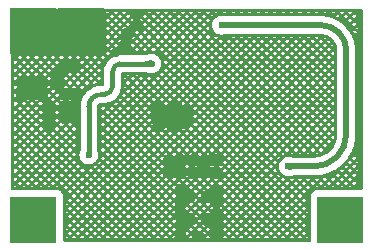
<source format=gbr>
%TF.GenerationSoftware,KiCad,Pcbnew,8.0.6*%
%TF.CreationDate,2024-12-11T22:55:20+08:00*%
%TF.ProjectId,mp2236_power_driver,6d703232-3336-45f7-906f-7765725f6472,rev?*%
%TF.SameCoordinates,Original*%
%TF.FileFunction,Copper,L2,Bot*%
%TF.FilePolarity,Positive*%
%FSLAX46Y46*%
G04 Gerber Fmt 4.6, Leading zero omitted, Abs format (unit mm)*
G04 Created by KiCad (PCBNEW 8.0.6) date 2024-12-11 22:55:20*
%MOMM*%
%LPD*%
G01*
G04 APERTURE LIST*
%TA.AperFunction,ComponentPad*%
%ADD10R,4.000000X4.000000*%
%TD*%
%TA.AperFunction,ViaPad*%
%ADD11C,0.600000*%
%TD*%
%TA.AperFunction,Conductor*%
%ADD12C,0.500000*%
%TD*%
%TA.AperFunction,Conductor*%
%ADD13C,0.400000*%
%TD*%
G04 APERTURE END LIST*
D10*
X116000000Y-62000000D03*
X112000000Y-62000000D03*
X112000000Y-78000000D03*
X138000000Y-78000000D03*
D11*
X126500000Y-73000000D03*
X114100000Y-65800000D03*
X115500000Y-69400000D03*
X124900000Y-68900000D03*
X124150000Y-69250000D03*
X124500000Y-75500000D03*
X124500000Y-78500000D03*
X125500000Y-74000000D03*
X114100000Y-66600000D03*
X115500000Y-67400000D03*
X124500000Y-73000000D03*
X112700000Y-67400000D03*
X113300000Y-69200000D03*
X111900000Y-67400000D03*
X124150000Y-70000000D03*
X113300000Y-70000000D03*
X127500000Y-78500000D03*
X120750000Y-60500000D03*
X115500000Y-65000000D03*
X114700000Y-65000000D03*
X125500000Y-73000000D03*
X125250000Y-76000000D03*
X123400000Y-69750000D03*
X114700000Y-68400000D03*
X123500000Y-73000000D03*
X127500000Y-73000000D03*
X126500000Y-74000000D03*
X111100000Y-67400000D03*
X127500000Y-76500000D03*
X122650000Y-69250000D03*
X114700000Y-69400000D03*
X115500000Y-68400000D03*
X124900000Y-69750000D03*
X111900000Y-66400000D03*
X122650000Y-68500000D03*
X124150000Y-68500000D03*
X127500000Y-75500000D03*
X124500000Y-77500000D03*
X114700000Y-67400000D03*
X113300000Y-68400000D03*
X127500000Y-74000000D03*
X124500000Y-76500000D03*
X126750000Y-76000000D03*
X112700000Y-66400000D03*
X120750000Y-61500000D03*
X127500000Y-79500000D03*
X120000000Y-62250000D03*
X124500000Y-74000000D03*
X124500000Y-79500000D03*
X126750000Y-78000000D03*
X123500000Y-74000000D03*
X119000000Y-64000000D03*
X123400000Y-68900000D03*
X125250000Y-78000000D03*
X122650000Y-70000000D03*
X127500000Y-77500000D03*
X119750000Y-63250000D03*
X126000000Y-79500000D03*
X111100000Y-66400000D03*
X133600000Y-73500000D03*
X127932754Y-61532754D03*
X116700000Y-72525000D03*
X122032347Y-64790000D03*
D12*
X138500000Y-70768629D02*
X138500000Y-63696078D01*
X135768629Y-73500000D02*
X133600000Y-73500000D01*
X136336675Y-61532754D02*
X127932754Y-61532754D01*
X137700000Y-72700000D02*
G75*
G02*
X135768629Y-73500012I-1931400J1931400D01*
G01*
X137866377Y-62166377D02*
G75*
G03*
X136336675Y-61532778I-1529677J-1529723D01*
G01*
X137866377Y-62166377D02*
G75*
G02*
X138500022Y-63696078I-1529677J-1529723D01*
G01*
X138500000Y-70768629D02*
G75*
G02*
X137699991Y-72699991I-2731400J29D01*
G01*
D13*
X122032347Y-64790000D02*
X122021311Y-64801036D01*
X118700000Y-65482842D02*
X118700000Y-66717157D01*
X122021311Y-64801036D02*
X119315689Y-64801036D01*
X116700000Y-68424264D02*
X116700000Y-72525000D01*
X118017157Y-67400000D02*
X117724264Y-67400000D01*
X118700000Y-66717157D02*
G75*
G02*
X118500033Y-67200033I-682900J-43D01*
G01*
X118900000Y-65000000D02*
G75*
G03*
X118700018Y-65482842I482800J-482800D01*
G01*
X117000000Y-67700000D02*
G75*
G03*
X116699985Y-68424264I724300J-724300D01*
G01*
X118500000Y-67200000D02*
G75*
G02*
X118017157Y-67399953I-482800J482900D01*
G01*
X117724264Y-67400000D02*
G75*
G03*
X117000011Y-67700011I36J-1024300D01*
G01*
X119315689Y-64801036D02*
G75*
G03*
X118900004Y-65000004I78811J-698364D01*
G01*
%TA.AperFunction,Conductor*%
G36*
X139812539Y-60150185D02*
G01*
X139858294Y-60202989D01*
X139869500Y-60254500D01*
X139869500Y-75375500D01*
X139849815Y-75442539D01*
X139797011Y-75488294D01*
X139745500Y-75499500D01*
X135952129Y-75499500D01*
X135952123Y-75499501D01*
X135892516Y-75505908D01*
X135757671Y-75556202D01*
X135757664Y-75556206D01*
X135642455Y-75642452D01*
X135642452Y-75642455D01*
X135556206Y-75757664D01*
X135556202Y-75757671D01*
X135505908Y-75892517D01*
X135500323Y-75944470D01*
X135499500Y-75952127D01*
X135499500Y-77910363D01*
X135499501Y-79745500D01*
X135479816Y-79812539D01*
X135427012Y-79858294D01*
X135375501Y-79869500D01*
X114624500Y-79869500D01*
X114557461Y-79849815D01*
X114511706Y-79797011D01*
X114500500Y-79745500D01*
X114500500Y-79362755D01*
X114773499Y-79362755D01*
X114773500Y-79596500D01*
X114825437Y-79596500D01*
X114916340Y-79505596D01*
X115268478Y-79505596D01*
X115359382Y-79596500D01*
X115533958Y-79596500D01*
X115624861Y-79505596D01*
X115976999Y-79505596D01*
X116067903Y-79596500D01*
X116242479Y-79596500D01*
X116333382Y-79505596D01*
X116685520Y-79505596D01*
X116776424Y-79596500D01*
X116951000Y-79596500D01*
X117041903Y-79505596D01*
X117394041Y-79505596D01*
X117484945Y-79596500D01*
X117659521Y-79596500D01*
X117750424Y-79505596D01*
X118102562Y-79505596D01*
X118193466Y-79596500D01*
X118368042Y-79596500D01*
X118458945Y-79505596D01*
X118811083Y-79505596D01*
X118901987Y-79596500D01*
X119076563Y-79596500D01*
X119167466Y-79505596D01*
X119519604Y-79505596D01*
X119610508Y-79596500D01*
X119785084Y-79596500D01*
X119875987Y-79505596D01*
X120228125Y-79505596D01*
X120319029Y-79596500D01*
X120493605Y-79596500D01*
X120584508Y-79505596D01*
X120936646Y-79505596D01*
X121027550Y-79596500D01*
X121202126Y-79596500D01*
X121293029Y-79505596D01*
X121645167Y-79505596D01*
X121736071Y-79596500D01*
X121910647Y-79596500D01*
X122001550Y-79505596D01*
X122353688Y-79505596D01*
X122444592Y-79596500D01*
X122619168Y-79596500D01*
X122710071Y-79505596D01*
X123062209Y-79505596D01*
X123153113Y-79596500D01*
X123327689Y-79596500D01*
X123418592Y-79505596D01*
X123770730Y-79505596D01*
X123861634Y-79596500D01*
X123959441Y-79596500D01*
X123947229Y-79519398D01*
X123947229Y-79505596D01*
X125187772Y-79505596D01*
X125278676Y-79596500D01*
X125453251Y-79596500D01*
X125458594Y-79591156D01*
X125447229Y-79519398D01*
X125447229Y-79505596D01*
X126604814Y-79505596D01*
X126695718Y-79596500D01*
X126870294Y-79596500D01*
X126932622Y-79534171D01*
X128050431Y-79534171D01*
X128112760Y-79596500D01*
X128287336Y-79596500D01*
X128378239Y-79505596D01*
X128730377Y-79505596D01*
X128821281Y-79596500D01*
X128995857Y-79596500D01*
X129086760Y-79505596D01*
X129438898Y-79505596D01*
X129529802Y-79596500D01*
X129704378Y-79596500D01*
X129795281Y-79505596D01*
X130147419Y-79505596D01*
X130238323Y-79596500D01*
X130412899Y-79596500D01*
X130503802Y-79505596D01*
X130855940Y-79505596D01*
X130946844Y-79596500D01*
X131121420Y-79596500D01*
X131212323Y-79505596D01*
X131564461Y-79505596D01*
X131655365Y-79596500D01*
X131829941Y-79596500D01*
X131920844Y-79505596D01*
X132272982Y-79505596D01*
X132363886Y-79596500D01*
X132538462Y-79596500D01*
X132629365Y-79505596D01*
X132981503Y-79505596D01*
X133072407Y-79596500D01*
X133246983Y-79596500D01*
X133337886Y-79505596D01*
X133690024Y-79505596D01*
X133780928Y-79596500D01*
X133955504Y-79596500D01*
X134046407Y-79505596D01*
X134398545Y-79505596D01*
X134489449Y-79596500D01*
X134664025Y-79596500D01*
X134754928Y-79505596D01*
X135107066Y-79505596D01*
X135197970Y-79596500D01*
X135226501Y-79596500D01*
X135226500Y-79386163D01*
X135107066Y-79505596D01*
X134754928Y-79505596D01*
X134576737Y-79327405D01*
X134398545Y-79505596D01*
X134046407Y-79505596D01*
X133868216Y-79327405D01*
X133690024Y-79505596D01*
X133337886Y-79505596D01*
X133159695Y-79327405D01*
X132981503Y-79505596D01*
X132629365Y-79505596D01*
X132451174Y-79327405D01*
X132272982Y-79505596D01*
X131920844Y-79505596D01*
X131742653Y-79327405D01*
X131564461Y-79505596D01*
X131212323Y-79505596D01*
X131034132Y-79327405D01*
X130855940Y-79505596D01*
X130503802Y-79505596D01*
X130325611Y-79327405D01*
X130147419Y-79505596D01*
X129795281Y-79505596D01*
X129617090Y-79327405D01*
X129438898Y-79505596D01*
X129086760Y-79505596D01*
X128908569Y-79327405D01*
X128730377Y-79505596D01*
X128378239Y-79505596D01*
X128200048Y-79327405D01*
X128051961Y-79475491D01*
X128052771Y-79480602D01*
X128052771Y-79519399D01*
X128050431Y-79534171D01*
X126932622Y-79534171D01*
X126947251Y-79519542D01*
X126947228Y-79519397D01*
X126947228Y-79491627D01*
X126783006Y-79327405D01*
X126604814Y-79505596D01*
X125447229Y-79505596D01*
X125447228Y-79480603D01*
X125457063Y-79418504D01*
X125365964Y-79327405D01*
X125187772Y-79505596D01*
X123947229Y-79505596D01*
X123947229Y-79480602D01*
X123968289Y-79347633D01*
X123968500Y-79346983D01*
X123948922Y-79327405D01*
X123770730Y-79505596D01*
X123418592Y-79505596D01*
X123240401Y-79327405D01*
X123062209Y-79505596D01*
X122710071Y-79505596D01*
X122531880Y-79327405D01*
X122353688Y-79505596D01*
X122001550Y-79505596D01*
X121823359Y-79327405D01*
X121645167Y-79505596D01*
X121293029Y-79505596D01*
X121114838Y-79327405D01*
X120936646Y-79505596D01*
X120584508Y-79505596D01*
X120406317Y-79327405D01*
X120228125Y-79505596D01*
X119875987Y-79505596D01*
X119697796Y-79327405D01*
X119519604Y-79505596D01*
X119167466Y-79505596D01*
X118989275Y-79327405D01*
X118811083Y-79505596D01*
X118458945Y-79505596D01*
X118280754Y-79327405D01*
X118102562Y-79505596D01*
X117750424Y-79505596D01*
X117572233Y-79327405D01*
X117394041Y-79505596D01*
X117041903Y-79505596D01*
X116863712Y-79327405D01*
X116685520Y-79505596D01*
X116333382Y-79505596D01*
X116155191Y-79327405D01*
X115976999Y-79505596D01*
X115624861Y-79505596D01*
X115446670Y-79327405D01*
X115268478Y-79505596D01*
X114916340Y-79505596D01*
X114773499Y-79362755D01*
X114500500Y-79362755D01*
X114500499Y-79151336D01*
X114914219Y-79151336D01*
X115092410Y-79329527D01*
X115270601Y-79151336D01*
X115622739Y-79151336D01*
X115800930Y-79329527D01*
X115979122Y-79151336D01*
X116331260Y-79151336D01*
X116509451Y-79329527D01*
X116687643Y-79151336D01*
X117039781Y-79151336D01*
X117217972Y-79329527D01*
X117396164Y-79151336D01*
X117748302Y-79151336D01*
X117926493Y-79329527D01*
X118104685Y-79151336D01*
X118456823Y-79151336D01*
X118635014Y-79329527D01*
X118813206Y-79151336D01*
X119165344Y-79151336D01*
X119343535Y-79329527D01*
X119521727Y-79151336D01*
X119873865Y-79151336D01*
X120052056Y-79329527D01*
X120230248Y-79151336D01*
X120582386Y-79151336D01*
X120760577Y-79329527D01*
X120938769Y-79151336D01*
X121290907Y-79151336D01*
X121469098Y-79329527D01*
X121647290Y-79151336D01*
X121999428Y-79151336D01*
X122177619Y-79329527D01*
X122355811Y-79151336D01*
X122707949Y-79151336D01*
X122886140Y-79329527D01*
X123064332Y-79151336D01*
X123416470Y-79151336D01*
X123594661Y-79329527D01*
X123772853Y-79151336D01*
X123725739Y-79104222D01*
X124880625Y-79104222D01*
X124935799Y-79159396D01*
X124958603Y-79190782D01*
X125019723Y-79310736D01*
X125022364Y-79318866D01*
X125189895Y-79151336D01*
X125189894Y-79151335D01*
X125542033Y-79151335D01*
X125558264Y-79167566D01*
X125564201Y-79159396D01*
X125659396Y-79064201D01*
X125661085Y-79062974D01*
X126338915Y-79062974D01*
X126340604Y-79064201D01*
X126435799Y-79159396D01*
X126458603Y-79190782D01*
X126495357Y-79262915D01*
X126606936Y-79151335D01*
X126959075Y-79151335D01*
X127026924Y-79219185D01*
X127041397Y-79190782D01*
X127064201Y-79159396D01*
X127159396Y-79064201D01*
X127190782Y-79041397D01*
X127200544Y-79036422D01*
X127194824Y-79030702D01*
X127788229Y-79030702D01*
X127809218Y-79041397D01*
X127840604Y-79064201D01*
X127935799Y-79159396D01*
X127958603Y-79190782D01*
X127967355Y-79207959D01*
X128023977Y-79151336D01*
X128376117Y-79151336D01*
X128554308Y-79329527D01*
X128732500Y-79151336D01*
X129084638Y-79151336D01*
X129262829Y-79329527D01*
X129441021Y-79151336D01*
X129793159Y-79151336D01*
X129971350Y-79329527D01*
X130149542Y-79151336D01*
X130501680Y-79151336D01*
X130679871Y-79329527D01*
X130858063Y-79151336D01*
X131210201Y-79151336D01*
X131388392Y-79329527D01*
X131566584Y-79151336D01*
X131918722Y-79151336D01*
X132096913Y-79329527D01*
X132275105Y-79151336D01*
X132627243Y-79151336D01*
X132805434Y-79329527D01*
X132983626Y-79151336D01*
X133335764Y-79151336D01*
X133513955Y-79329527D01*
X133692147Y-79151336D01*
X134044285Y-79151336D01*
X134222476Y-79329527D01*
X134400668Y-79151336D01*
X134752806Y-79151336D01*
X134930997Y-79329527D01*
X135109189Y-79151336D01*
X134930997Y-78973144D01*
X134752806Y-79151336D01*
X134400668Y-79151336D01*
X134222476Y-78973144D01*
X134044285Y-79151336D01*
X133692147Y-79151336D01*
X133513955Y-78973144D01*
X133335764Y-79151336D01*
X132983626Y-79151336D01*
X132805434Y-78973144D01*
X132627243Y-79151336D01*
X132275105Y-79151336D01*
X132096913Y-78973144D01*
X131918722Y-79151336D01*
X131566584Y-79151336D01*
X131388392Y-78973144D01*
X131210201Y-79151336D01*
X130858063Y-79151336D01*
X130679871Y-78973144D01*
X130501680Y-79151336D01*
X130149542Y-79151336D01*
X129971350Y-78973144D01*
X129793159Y-79151336D01*
X129441021Y-79151336D01*
X129262829Y-78973144D01*
X129084638Y-79151336D01*
X128732500Y-79151336D01*
X128554308Y-78973144D01*
X128376117Y-79151336D01*
X128023977Y-79151336D01*
X128023978Y-79151335D01*
X127845788Y-78973145D01*
X127788229Y-79030702D01*
X127194824Y-79030702D01*
X127137266Y-78973144D01*
X126959075Y-79151335D01*
X126606936Y-79151335D01*
X126428745Y-78973144D01*
X126338915Y-79062974D01*
X125661085Y-79062974D01*
X125690782Y-79041397D01*
X125755500Y-79008420D01*
X125720224Y-78973144D01*
X125542033Y-79151335D01*
X125189894Y-79151335D01*
X125011704Y-78973145D01*
X124880625Y-79104222D01*
X123725739Y-79104222D01*
X123594661Y-78973144D01*
X123416470Y-79151336D01*
X123064332Y-79151336D01*
X122886140Y-78973144D01*
X122707949Y-79151336D01*
X122355811Y-79151336D01*
X122177619Y-78973144D01*
X121999428Y-79151336D01*
X121647290Y-79151336D01*
X121469098Y-78973144D01*
X121290907Y-79151336D01*
X120938769Y-79151336D01*
X120760577Y-78973144D01*
X120582386Y-79151336D01*
X120230248Y-79151336D01*
X120052056Y-78973144D01*
X119873865Y-79151336D01*
X119521727Y-79151336D01*
X119343535Y-78973144D01*
X119165344Y-79151336D01*
X118813206Y-79151336D01*
X118635014Y-78973144D01*
X118456823Y-79151336D01*
X118104685Y-79151336D01*
X117926493Y-78973144D01*
X117748302Y-79151336D01*
X117396164Y-79151336D01*
X117217972Y-78973144D01*
X117039781Y-79151336D01*
X116687643Y-79151336D01*
X116509451Y-78973144D01*
X116331260Y-79151336D01*
X115979122Y-79151336D01*
X115800930Y-78973144D01*
X115622739Y-79151336D01*
X115270601Y-79151336D01*
X115092410Y-78973145D01*
X114914219Y-79151336D01*
X114500499Y-79151336D01*
X114500499Y-78939917D01*
X114773499Y-78939917D01*
X114916340Y-78797075D01*
X115268478Y-78797075D01*
X115446670Y-78975267D01*
X115624861Y-78797075D01*
X115976999Y-78797075D01*
X116155191Y-78975267D01*
X116333382Y-78797075D01*
X116685520Y-78797075D01*
X116863712Y-78975267D01*
X117041903Y-78797075D01*
X117394041Y-78797075D01*
X117572233Y-78975267D01*
X117750424Y-78797075D01*
X118102562Y-78797075D01*
X118280754Y-78975267D01*
X118458945Y-78797075D01*
X118811083Y-78797075D01*
X118989275Y-78975267D01*
X119167466Y-78797075D01*
X119519604Y-78797075D01*
X119697796Y-78975267D01*
X119875987Y-78797075D01*
X120228125Y-78797075D01*
X120406317Y-78975267D01*
X120584508Y-78797075D01*
X120936646Y-78797075D01*
X121114838Y-78975267D01*
X121293029Y-78797075D01*
X121645167Y-78797075D01*
X121823359Y-78975267D01*
X122001550Y-78797075D01*
X122353688Y-78797075D01*
X122531880Y-78975267D01*
X122710071Y-78797075D01*
X123062209Y-78797075D01*
X123240401Y-78975267D01*
X123418592Y-78797075D01*
X123770730Y-78797075D01*
X123948922Y-78975267D01*
X124073893Y-78850296D01*
X124064201Y-78840604D01*
X124041397Y-78809218D01*
X124035210Y-78797075D01*
X125187772Y-78797075D01*
X125365964Y-78975267D01*
X125544155Y-78797075D01*
X125896293Y-78797075D01*
X126051537Y-78952319D01*
X126091156Y-78958594D01*
X126252676Y-78797075D01*
X126604814Y-78797075D01*
X126783006Y-78975267D01*
X126961197Y-78797075D01*
X128021856Y-78797075D01*
X128200048Y-78975267D01*
X128378239Y-78797075D01*
X128730377Y-78797075D01*
X128908569Y-78975267D01*
X129086760Y-78797075D01*
X129438898Y-78797075D01*
X129617090Y-78975267D01*
X129795281Y-78797075D01*
X130147419Y-78797075D01*
X130325611Y-78975267D01*
X130503802Y-78797075D01*
X130855940Y-78797075D01*
X131034132Y-78975267D01*
X131212323Y-78797075D01*
X131564461Y-78797075D01*
X131742653Y-78975267D01*
X131920844Y-78797075D01*
X132272982Y-78797075D01*
X132451174Y-78975267D01*
X132629365Y-78797075D01*
X132981503Y-78797075D01*
X133159695Y-78975267D01*
X133337886Y-78797075D01*
X133690024Y-78797075D01*
X133868216Y-78975267D01*
X134046407Y-78797075D01*
X134398545Y-78797075D01*
X134576737Y-78975267D01*
X134754928Y-78797075D01*
X135107066Y-78797075D01*
X135226500Y-78916509D01*
X135226500Y-78677642D01*
X135107066Y-78797075D01*
X134754928Y-78797075D01*
X134576737Y-78618884D01*
X134398545Y-78797075D01*
X134046407Y-78797075D01*
X133868216Y-78618884D01*
X133690024Y-78797075D01*
X133337886Y-78797075D01*
X133159695Y-78618884D01*
X132981503Y-78797075D01*
X132629365Y-78797075D01*
X132451174Y-78618884D01*
X132272982Y-78797075D01*
X131920844Y-78797075D01*
X131742653Y-78618884D01*
X131564461Y-78797075D01*
X131212323Y-78797075D01*
X131034132Y-78618884D01*
X130855940Y-78797075D01*
X130503802Y-78797075D01*
X130325611Y-78618884D01*
X130147419Y-78797075D01*
X129795281Y-78797075D01*
X129617090Y-78618884D01*
X129438898Y-78797075D01*
X129086760Y-78797075D01*
X128908569Y-78618884D01*
X128730377Y-78797075D01*
X128378239Y-78797075D01*
X128200048Y-78618884D01*
X128021856Y-78797075D01*
X126961197Y-78797075D01*
X126783006Y-78618884D01*
X126604814Y-78797075D01*
X126252676Y-78797075D01*
X126074485Y-78618884D01*
X125896293Y-78797075D01*
X125544155Y-78797075D01*
X125365964Y-78618884D01*
X125187772Y-78797075D01*
X124035210Y-78797075D01*
X123980277Y-78689264D01*
X123968289Y-78652368D01*
X123965632Y-78635594D01*
X123948922Y-78618884D01*
X123770730Y-78797075D01*
X123418592Y-78797075D01*
X123240401Y-78618884D01*
X123062209Y-78797075D01*
X122710071Y-78797075D01*
X122531880Y-78618884D01*
X122353688Y-78797075D01*
X122001550Y-78797075D01*
X121823359Y-78618884D01*
X121645167Y-78797075D01*
X121293029Y-78797075D01*
X121114838Y-78618884D01*
X120936646Y-78797075D01*
X120584508Y-78797075D01*
X120406317Y-78618884D01*
X120228125Y-78797075D01*
X119875987Y-78797075D01*
X119697796Y-78618884D01*
X119519604Y-78797075D01*
X119167466Y-78797075D01*
X118989275Y-78618884D01*
X118811083Y-78797075D01*
X118458945Y-78797075D01*
X118280754Y-78618884D01*
X118102562Y-78797075D01*
X117750424Y-78797075D01*
X117572233Y-78618884D01*
X117394041Y-78797075D01*
X117041903Y-78797075D01*
X116863712Y-78618884D01*
X116685520Y-78797075D01*
X116333382Y-78797075D01*
X116155191Y-78618884D01*
X115976999Y-78797075D01*
X115624861Y-78797075D01*
X115446670Y-78618884D01*
X115268478Y-78797075D01*
X114916340Y-78797075D01*
X114773499Y-78654234D01*
X114773499Y-78939917D01*
X114500499Y-78939917D01*
X114500499Y-78442815D01*
X114914218Y-78442815D01*
X115092410Y-78621006D01*
X115270601Y-78442815D01*
X115622739Y-78442815D01*
X115800930Y-78621006D01*
X115979122Y-78442815D01*
X116331260Y-78442815D01*
X116509451Y-78621006D01*
X116687643Y-78442815D01*
X117039781Y-78442815D01*
X117217972Y-78621006D01*
X117396164Y-78442815D01*
X117748302Y-78442815D01*
X117926493Y-78621006D01*
X118104685Y-78442815D01*
X118456823Y-78442815D01*
X118635014Y-78621006D01*
X118813206Y-78442815D01*
X119165344Y-78442815D01*
X119343535Y-78621006D01*
X119521727Y-78442815D01*
X119873865Y-78442815D01*
X120052056Y-78621006D01*
X120230248Y-78442815D01*
X120582386Y-78442815D01*
X120760577Y-78621006D01*
X120938769Y-78442815D01*
X121290907Y-78442815D01*
X121469098Y-78621006D01*
X121647290Y-78442815D01*
X121999428Y-78442815D01*
X122177619Y-78621006D01*
X122355811Y-78442815D01*
X122707949Y-78442815D01*
X122886140Y-78621006D01*
X123064332Y-78442815D01*
X123416470Y-78442815D01*
X123594661Y-78621006D01*
X123624335Y-78591332D01*
X125041377Y-78591332D01*
X125100539Y-78532171D01*
X125097633Y-78531711D01*
X125060736Y-78519723D01*
X125052771Y-78515664D01*
X125052771Y-78519398D01*
X125041377Y-78591332D01*
X123624335Y-78591332D01*
X123756594Y-78459074D01*
X125558292Y-78459074D01*
X125720224Y-78621006D01*
X125898416Y-78442815D01*
X126250554Y-78442815D01*
X126428745Y-78621006D01*
X126540394Y-78509358D01*
X126440782Y-78458603D01*
X126419052Y-78442815D01*
X128376117Y-78442815D01*
X128554308Y-78621006D01*
X128732500Y-78442815D01*
X129084638Y-78442815D01*
X129262829Y-78621006D01*
X129441021Y-78442815D01*
X129793159Y-78442815D01*
X129971350Y-78621006D01*
X130149542Y-78442815D01*
X130501680Y-78442815D01*
X130679871Y-78621006D01*
X130858063Y-78442815D01*
X131210201Y-78442815D01*
X131388392Y-78621006D01*
X131566584Y-78442815D01*
X131918722Y-78442815D01*
X132096913Y-78621006D01*
X132275105Y-78442815D01*
X132627243Y-78442815D01*
X132805434Y-78621006D01*
X132983626Y-78442815D01*
X133335764Y-78442815D01*
X133513955Y-78621006D01*
X133692147Y-78442815D01*
X134044285Y-78442815D01*
X134222476Y-78621006D01*
X134400668Y-78442815D01*
X134752806Y-78442815D01*
X134930997Y-78621006D01*
X135109189Y-78442815D01*
X134930997Y-78264623D01*
X134752806Y-78442815D01*
X134400668Y-78442815D01*
X134222476Y-78264623D01*
X134044285Y-78442815D01*
X133692147Y-78442815D01*
X133513955Y-78264623D01*
X133335764Y-78442815D01*
X132983626Y-78442815D01*
X132805434Y-78264623D01*
X132627243Y-78442815D01*
X132275105Y-78442815D01*
X132096913Y-78264623D01*
X131918722Y-78442815D01*
X131566584Y-78442815D01*
X131388392Y-78264623D01*
X131210201Y-78442815D01*
X130858063Y-78442815D01*
X130679871Y-78264623D01*
X130501680Y-78442815D01*
X130149542Y-78442815D01*
X129971350Y-78264623D01*
X129793159Y-78442815D01*
X129441021Y-78442815D01*
X129262829Y-78264623D01*
X129084638Y-78442815D01*
X128732500Y-78442815D01*
X128554308Y-78264623D01*
X128376117Y-78442815D01*
X126419052Y-78442815D01*
X126409396Y-78435799D01*
X126333483Y-78359886D01*
X126250554Y-78442815D01*
X125898416Y-78442815D01*
X125727577Y-78271976D01*
X125708603Y-78309217D01*
X125685799Y-78340604D01*
X125590604Y-78435799D01*
X125559217Y-78458603D01*
X125558292Y-78459074D01*
X123756594Y-78459074D01*
X123772853Y-78442815D01*
X123594661Y-78264623D01*
X123416470Y-78442815D01*
X123064332Y-78442815D01*
X122886140Y-78264623D01*
X122707949Y-78442815D01*
X122355811Y-78442815D01*
X122177619Y-78264623D01*
X121999428Y-78442815D01*
X121647290Y-78442815D01*
X121469098Y-78264623D01*
X121290907Y-78442815D01*
X120938769Y-78442815D01*
X120760577Y-78264623D01*
X120582386Y-78442815D01*
X120230248Y-78442815D01*
X120052056Y-78264623D01*
X119873865Y-78442815D01*
X119521727Y-78442815D01*
X119343535Y-78264623D01*
X119165344Y-78442815D01*
X118813206Y-78442815D01*
X118635014Y-78264623D01*
X118456823Y-78442815D01*
X118104685Y-78442815D01*
X117926493Y-78264623D01*
X117748302Y-78442815D01*
X117396164Y-78442815D01*
X117217972Y-78264623D01*
X117039781Y-78442815D01*
X116687643Y-78442815D01*
X116509451Y-78264623D01*
X116331260Y-78442815D01*
X115979122Y-78442815D01*
X115800930Y-78264623D01*
X115622739Y-78442815D01*
X115270601Y-78442815D01*
X115092410Y-78264624D01*
X114914218Y-78442815D01*
X114500499Y-78442815D01*
X114500499Y-78231396D01*
X114773499Y-78231396D01*
X114916340Y-78088554D01*
X115268478Y-78088554D01*
X115446670Y-78266746D01*
X115624861Y-78088554D01*
X115976999Y-78088554D01*
X116155191Y-78266746D01*
X116333382Y-78088554D01*
X116685520Y-78088554D01*
X116863712Y-78266746D01*
X117041903Y-78088554D01*
X117394041Y-78088554D01*
X117572233Y-78266746D01*
X117750424Y-78088554D01*
X118102562Y-78088554D01*
X118280754Y-78266746D01*
X118458945Y-78088554D01*
X118811083Y-78088554D01*
X118989275Y-78266746D01*
X119167466Y-78088554D01*
X119519604Y-78088554D01*
X119697796Y-78266746D01*
X119875987Y-78088554D01*
X120228125Y-78088554D01*
X120406317Y-78266746D01*
X120584508Y-78088554D01*
X120936646Y-78088554D01*
X121114838Y-78266746D01*
X121293029Y-78088554D01*
X121645167Y-78088554D01*
X121823359Y-78266746D01*
X122001550Y-78088554D01*
X122353688Y-78088554D01*
X122531880Y-78266746D01*
X122710071Y-78088554D01*
X123062209Y-78088554D01*
X123240401Y-78266746D01*
X123418592Y-78088554D01*
X123770730Y-78088554D01*
X123948922Y-78266746D01*
X124127113Y-78088554D01*
X125896293Y-78088554D01*
X126074484Y-78266745D01*
X126214265Y-78126964D01*
X126208181Y-78088554D01*
X128021856Y-78088554D01*
X128200048Y-78266746D01*
X128378239Y-78088554D01*
X128730377Y-78088554D01*
X128908569Y-78266746D01*
X129086760Y-78088554D01*
X129438898Y-78088554D01*
X129617090Y-78266746D01*
X129795281Y-78088554D01*
X130147419Y-78088554D01*
X130325611Y-78266746D01*
X130503802Y-78088554D01*
X130855940Y-78088554D01*
X131034132Y-78266746D01*
X131212323Y-78088554D01*
X131564461Y-78088554D01*
X131742653Y-78266746D01*
X131920844Y-78088554D01*
X132272982Y-78088554D01*
X132451174Y-78266746D01*
X132629365Y-78088554D01*
X132981503Y-78088554D01*
X133159695Y-78266746D01*
X133337886Y-78088554D01*
X133690024Y-78088554D01*
X133868216Y-78266746D01*
X134046407Y-78088554D01*
X134398545Y-78088554D01*
X134576737Y-78266746D01*
X134754928Y-78088554D01*
X135107066Y-78088554D01*
X135226500Y-78207988D01*
X135226500Y-77969121D01*
X135107066Y-78088554D01*
X134754928Y-78088554D01*
X134576737Y-77910363D01*
X134398545Y-78088554D01*
X134046407Y-78088554D01*
X133868216Y-77910363D01*
X133690024Y-78088554D01*
X133337886Y-78088554D01*
X133159695Y-77910363D01*
X132981503Y-78088554D01*
X132629365Y-78088554D01*
X132451174Y-77910363D01*
X132272982Y-78088554D01*
X131920844Y-78088554D01*
X131742653Y-77910363D01*
X131564461Y-78088554D01*
X131212323Y-78088554D01*
X131034132Y-77910363D01*
X130855940Y-78088554D01*
X130503802Y-78088554D01*
X130325611Y-77910363D01*
X130147419Y-78088554D01*
X129795281Y-78088554D01*
X129617090Y-77910363D01*
X129438898Y-78088554D01*
X129086760Y-78088554D01*
X128908569Y-77910363D01*
X128730377Y-78088554D01*
X128378239Y-78088554D01*
X128200048Y-77910363D01*
X128021856Y-78088554D01*
X126208181Y-78088554D01*
X126199808Y-78035686D01*
X126074485Y-77910363D01*
X125896293Y-78088554D01*
X124127113Y-78088554D01*
X123948922Y-77910363D01*
X123770730Y-78088554D01*
X123418592Y-78088554D01*
X123240401Y-77910363D01*
X123062209Y-78088554D01*
X122710071Y-78088554D01*
X122531880Y-77910363D01*
X122353688Y-78088554D01*
X122001550Y-78088554D01*
X121823359Y-77910363D01*
X121645167Y-78088554D01*
X121293029Y-78088554D01*
X121114838Y-77910363D01*
X120936646Y-78088554D01*
X120584508Y-78088554D01*
X120406317Y-77910363D01*
X120228125Y-78088554D01*
X119875987Y-78088554D01*
X119697796Y-77910363D01*
X119519604Y-78088554D01*
X119167466Y-78088554D01*
X118989275Y-77910363D01*
X118811083Y-78088554D01*
X118458945Y-78088554D01*
X118280754Y-77910363D01*
X118102562Y-78088554D01*
X117750424Y-78088554D01*
X117572233Y-77910363D01*
X117394041Y-78088554D01*
X117041903Y-78088554D01*
X116863712Y-77910363D01*
X116685520Y-78088554D01*
X116333382Y-78088554D01*
X116155191Y-77910363D01*
X115976999Y-78088554D01*
X115624861Y-78088554D01*
X115446670Y-77910363D01*
X115268478Y-78088554D01*
X114916340Y-78088554D01*
X114773499Y-77945713D01*
X114773499Y-78231396D01*
X114500499Y-78231396D01*
X114500499Y-77734294D01*
X114914218Y-77734294D01*
X115092410Y-77912485D01*
X115270601Y-77734294D01*
X115622739Y-77734294D01*
X115800930Y-77912485D01*
X115979122Y-77734294D01*
X116331260Y-77734294D01*
X116509451Y-77912485D01*
X116687643Y-77734294D01*
X117039781Y-77734294D01*
X117217972Y-77912485D01*
X117396164Y-77734294D01*
X117748302Y-77734294D01*
X117926493Y-77912485D01*
X118104685Y-77734294D01*
X118456823Y-77734294D01*
X118635014Y-77912485D01*
X118813206Y-77734294D01*
X119165344Y-77734294D01*
X119343535Y-77912485D01*
X119521727Y-77734294D01*
X119873865Y-77734294D01*
X120052056Y-77912485D01*
X120230248Y-77734294D01*
X120582386Y-77734294D01*
X120760577Y-77912485D01*
X120938769Y-77734294D01*
X121290907Y-77734294D01*
X121469098Y-77912485D01*
X121647290Y-77734294D01*
X121999428Y-77734294D01*
X122177619Y-77912485D01*
X122355811Y-77734294D01*
X122707949Y-77734294D01*
X122886140Y-77912485D01*
X123064332Y-77734294D01*
X123416470Y-77734294D01*
X123594661Y-77912485D01*
X123772853Y-77734294D01*
X123663521Y-77624962D01*
X125651365Y-77624962D01*
X125685799Y-77659396D01*
X125708603Y-77690782D01*
X125769723Y-77810736D01*
X125781711Y-77847633D01*
X125782171Y-77850539D01*
X125842959Y-77789751D01*
X127968521Y-77789751D01*
X128023979Y-77734294D01*
X128376117Y-77734294D01*
X128554308Y-77912485D01*
X128732500Y-77734294D01*
X129084638Y-77734294D01*
X129262829Y-77912485D01*
X129441021Y-77734294D01*
X129793159Y-77734294D01*
X129971350Y-77912485D01*
X130149542Y-77734294D01*
X130501680Y-77734294D01*
X130679871Y-77912485D01*
X130858063Y-77734294D01*
X131210201Y-77734294D01*
X131388392Y-77912485D01*
X131566584Y-77734294D01*
X131918722Y-77734294D01*
X132096913Y-77912485D01*
X132275105Y-77734294D01*
X132627243Y-77734294D01*
X132805434Y-77912485D01*
X132983626Y-77734294D01*
X133335764Y-77734294D01*
X133513955Y-77912485D01*
X133692147Y-77734294D01*
X134044285Y-77734294D01*
X134222476Y-77912485D01*
X134400668Y-77734294D01*
X134752806Y-77734294D01*
X134930997Y-77912485D01*
X135109189Y-77734294D01*
X134930997Y-77556102D01*
X134752806Y-77734294D01*
X134400668Y-77734294D01*
X134222476Y-77556102D01*
X134044285Y-77734294D01*
X133692147Y-77734294D01*
X133513955Y-77556102D01*
X133335764Y-77734294D01*
X132983626Y-77734294D01*
X132805434Y-77556102D01*
X132627243Y-77734294D01*
X132275105Y-77734294D01*
X132096913Y-77556102D01*
X131918722Y-77734294D01*
X131566584Y-77734294D01*
X131388392Y-77556102D01*
X131210201Y-77734294D01*
X130858063Y-77734294D01*
X130679871Y-77556102D01*
X130501680Y-77734294D01*
X130149542Y-77734294D01*
X129971350Y-77556102D01*
X129793159Y-77734294D01*
X129441021Y-77734294D01*
X129262829Y-77556102D01*
X129084638Y-77734294D01*
X128732500Y-77734294D01*
X128554308Y-77556102D01*
X128376117Y-77734294D01*
X128023979Y-77734294D01*
X128005960Y-77716275D01*
X127968521Y-77789751D01*
X125842959Y-77789751D01*
X125898416Y-77734294D01*
X126250554Y-77734294D01*
X126262923Y-77746663D01*
X126288623Y-77696224D01*
X126250554Y-77734294D01*
X125898416Y-77734294D01*
X125720225Y-77556103D01*
X125651365Y-77624962D01*
X123663521Y-77624962D01*
X123594661Y-77556102D01*
X123416470Y-77734294D01*
X123064332Y-77734294D01*
X122886140Y-77556102D01*
X122707949Y-77734294D01*
X122355811Y-77734294D01*
X122177619Y-77556102D01*
X121999428Y-77734294D01*
X121647290Y-77734294D01*
X121469098Y-77556102D01*
X121290907Y-77734294D01*
X120938769Y-77734294D01*
X120760577Y-77556102D01*
X120582386Y-77734294D01*
X120230248Y-77734294D01*
X120052056Y-77556102D01*
X119873865Y-77734294D01*
X119521727Y-77734294D01*
X119343535Y-77556102D01*
X119165344Y-77734294D01*
X118813206Y-77734294D01*
X118635014Y-77556102D01*
X118456823Y-77734294D01*
X118104685Y-77734294D01*
X117926493Y-77556102D01*
X117748302Y-77734294D01*
X117396164Y-77734294D01*
X117217972Y-77556102D01*
X117039781Y-77734294D01*
X116687643Y-77734294D01*
X116509451Y-77556102D01*
X116331260Y-77734294D01*
X115979122Y-77734294D01*
X115800930Y-77556102D01*
X115622739Y-77734294D01*
X115270601Y-77734294D01*
X115092410Y-77556103D01*
X114914218Y-77734294D01*
X114500499Y-77734294D01*
X114500499Y-77522875D01*
X114773499Y-77522875D01*
X114916340Y-77380033D01*
X115268478Y-77380033D01*
X115446670Y-77558225D01*
X115624861Y-77380033D01*
X115976999Y-77380033D01*
X116155191Y-77558225D01*
X116333382Y-77380033D01*
X116685520Y-77380033D01*
X116863712Y-77558225D01*
X117041903Y-77380033D01*
X117394041Y-77380033D01*
X117572233Y-77558225D01*
X117750424Y-77380033D01*
X118102562Y-77380033D01*
X118280754Y-77558225D01*
X118458945Y-77380033D01*
X118811083Y-77380033D01*
X118989275Y-77558225D01*
X119167466Y-77380033D01*
X119519604Y-77380033D01*
X119697796Y-77558225D01*
X119875987Y-77380033D01*
X120228125Y-77380033D01*
X120406317Y-77558225D01*
X120584508Y-77380033D01*
X120936646Y-77380033D01*
X121114838Y-77558225D01*
X121293029Y-77380033D01*
X121645167Y-77380033D01*
X121823359Y-77558225D01*
X122001550Y-77380033D01*
X122353688Y-77380033D01*
X122531880Y-77558225D01*
X122710071Y-77380033D01*
X123062209Y-77380033D01*
X123240401Y-77558225D01*
X123418592Y-77380033D01*
X123770730Y-77380033D01*
X123948921Y-77558224D01*
X123952767Y-77554377D01*
X123947228Y-77519397D01*
X123947229Y-77480602D01*
X123963157Y-77380033D01*
X125187772Y-77380033D01*
X125254968Y-77447229D01*
X125269398Y-77447229D01*
X125402367Y-77468289D01*
X125439264Y-77480277D01*
X125442342Y-77481845D01*
X125544155Y-77380033D01*
X125896293Y-77380033D01*
X126074485Y-77558225D01*
X126252676Y-77380033D01*
X126604814Y-77380033D01*
X126680020Y-77455239D01*
X126730603Y-77447228D01*
X126769398Y-77447229D01*
X126876963Y-77464265D01*
X126961196Y-77380032D01*
X126948260Y-77367096D01*
X128034793Y-77367096D01*
X128039662Y-77397839D01*
X128200048Y-77558225D01*
X128378239Y-77380033D01*
X128730377Y-77380033D01*
X128908569Y-77558225D01*
X129086760Y-77380033D01*
X129438898Y-77380033D01*
X129617090Y-77558225D01*
X129795281Y-77380033D01*
X130147419Y-77380033D01*
X130325611Y-77558225D01*
X130503802Y-77380033D01*
X130855940Y-77380033D01*
X131034132Y-77558225D01*
X131212323Y-77380033D01*
X131564461Y-77380033D01*
X131742653Y-77558225D01*
X131920844Y-77380033D01*
X132272982Y-77380033D01*
X132451174Y-77558225D01*
X132629365Y-77380033D01*
X132981503Y-77380033D01*
X133159695Y-77558225D01*
X133337886Y-77380033D01*
X133690024Y-77380033D01*
X133868216Y-77558225D01*
X134046407Y-77380033D01*
X134398545Y-77380033D01*
X134576737Y-77558225D01*
X134754928Y-77380033D01*
X135107066Y-77380033D01*
X135226500Y-77499467D01*
X135226500Y-77260600D01*
X135107066Y-77380033D01*
X134754928Y-77380033D01*
X134576737Y-77201842D01*
X134398545Y-77380033D01*
X134046407Y-77380033D01*
X133868216Y-77201842D01*
X133690024Y-77380033D01*
X133337886Y-77380033D01*
X133159695Y-77201842D01*
X132981503Y-77380033D01*
X132629365Y-77380033D01*
X132451174Y-77201842D01*
X132272982Y-77380033D01*
X131920844Y-77380033D01*
X131742653Y-77201842D01*
X131564461Y-77380033D01*
X131212323Y-77380033D01*
X131034132Y-77201842D01*
X130855940Y-77380033D01*
X130503802Y-77380033D01*
X130325611Y-77201842D01*
X130147419Y-77380033D01*
X129795281Y-77380033D01*
X129617090Y-77201842D01*
X129438898Y-77380033D01*
X129086760Y-77380033D01*
X128908569Y-77201842D01*
X128730377Y-77380033D01*
X128378239Y-77380033D01*
X128200048Y-77201842D01*
X128034793Y-77367096D01*
X126948260Y-77367096D01*
X126783006Y-77201842D01*
X126604814Y-77380033D01*
X126252676Y-77380033D01*
X126074485Y-77201842D01*
X125896293Y-77380033D01*
X125544155Y-77380033D01*
X125365964Y-77201842D01*
X125187772Y-77380033D01*
X123963157Y-77380033D01*
X123968289Y-77347633D01*
X123980277Y-77310736D01*
X124006449Y-77259369D01*
X123948922Y-77201842D01*
X123770730Y-77380033D01*
X123418592Y-77380033D01*
X123240401Y-77201842D01*
X123062209Y-77380033D01*
X122710071Y-77380033D01*
X122531880Y-77201842D01*
X122353688Y-77380033D01*
X122001550Y-77380033D01*
X121823359Y-77201842D01*
X121645167Y-77380033D01*
X121293029Y-77380033D01*
X121114838Y-77201842D01*
X120936646Y-77380033D01*
X120584508Y-77380033D01*
X120406317Y-77201842D01*
X120228125Y-77380033D01*
X119875987Y-77380033D01*
X119697796Y-77201842D01*
X119519604Y-77380033D01*
X119167466Y-77380033D01*
X118989275Y-77201842D01*
X118811083Y-77380033D01*
X118458945Y-77380033D01*
X118280754Y-77201842D01*
X118102562Y-77380033D01*
X117750424Y-77380033D01*
X117572233Y-77201842D01*
X117394041Y-77380033D01*
X117041903Y-77380033D01*
X116863712Y-77201842D01*
X116685520Y-77380033D01*
X116333382Y-77380033D01*
X116155191Y-77201842D01*
X115976999Y-77380033D01*
X115624861Y-77380033D01*
X115446670Y-77201842D01*
X115268478Y-77380033D01*
X114916340Y-77380033D01*
X114773499Y-77237192D01*
X114773499Y-77522875D01*
X114500499Y-77522875D01*
X114500499Y-77025773D01*
X114914218Y-77025773D01*
X115092410Y-77203964D01*
X115270601Y-77025773D01*
X115622739Y-77025773D01*
X115800930Y-77203964D01*
X115979122Y-77025773D01*
X116331260Y-77025773D01*
X116509451Y-77203964D01*
X116687643Y-77025773D01*
X117039781Y-77025773D01*
X117217972Y-77203964D01*
X117396164Y-77025773D01*
X117748302Y-77025773D01*
X117926493Y-77203964D01*
X118104685Y-77025773D01*
X118456823Y-77025773D01*
X118635014Y-77203964D01*
X118813206Y-77025773D01*
X119165344Y-77025773D01*
X119343535Y-77203964D01*
X119521727Y-77025773D01*
X119873865Y-77025773D01*
X120052056Y-77203964D01*
X120230248Y-77025773D01*
X120582386Y-77025773D01*
X120760577Y-77203964D01*
X120938769Y-77025773D01*
X121290907Y-77025773D01*
X121469098Y-77203964D01*
X121647290Y-77025773D01*
X121999428Y-77025773D01*
X122177619Y-77203964D01*
X122355811Y-77025773D01*
X122707949Y-77025773D01*
X122886140Y-77203964D01*
X123064332Y-77025773D01*
X123416470Y-77025773D01*
X123594661Y-77203964D01*
X123772853Y-77025773D01*
X123772852Y-77025772D01*
X124124990Y-77025772D01*
X124161725Y-77062507D01*
X124190782Y-77041397D01*
X124221445Y-77025773D01*
X124833512Y-77025773D01*
X125011703Y-77203964D01*
X125189895Y-77025773D01*
X125542033Y-77025773D01*
X125720224Y-77203964D01*
X125898416Y-77025773D01*
X126250554Y-77025773D01*
X126428745Y-77203964D01*
X126606937Y-77025773D01*
X126959075Y-77025773D01*
X127078449Y-77145147D01*
X127159396Y-77064201D01*
X127190782Y-77041397D01*
X127272027Y-77000000D01*
X127727972Y-77000000D01*
X127809218Y-77041397D01*
X127840604Y-77064201D01*
X127913077Y-77136674D01*
X128023979Y-77025773D01*
X128376117Y-77025773D01*
X128554308Y-77203964D01*
X128732500Y-77025773D01*
X129084638Y-77025773D01*
X129262829Y-77203964D01*
X129441021Y-77025773D01*
X129793159Y-77025773D01*
X129971350Y-77203964D01*
X130149542Y-77025773D01*
X130501680Y-77025773D01*
X130679871Y-77203964D01*
X130858063Y-77025773D01*
X131210201Y-77025773D01*
X131388392Y-77203964D01*
X131566584Y-77025773D01*
X131918722Y-77025773D01*
X132096913Y-77203964D01*
X132275105Y-77025773D01*
X132627243Y-77025773D01*
X132805434Y-77203964D01*
X132983626Y-77025773D01*
X133335764Y-77025773D01*
X133513955Y-77203964D01*
X133692147Y-77025773D01*
X134044285Y-77025773D01*
X134222476Y-77203964D01*
X134400668Y-77025773D01*
X134752806Y-77025773D01*
X134930997Y-77203964D01*
X135109189Y-77025773D01*
X134930997Y-76847581D01*
X134752806Y-77025773D01*
X134400668Y-77025773D01*
X134222476Y-76847581D01*
X134044285Y-77025773D01*
X133692147Y-77025773D01*
X133513955Y-76847581D01*
X133335764Y-77025773D01*
X132983626Y-77025773D01*
X132805434Y-76847581D01*
X132627243Y-77025773D01*
X132275105Y-77025773D01*
X132096913Y-76847581D01*
X131918722Y-77025773D01*
X131566584Y-77025773D01*
X131388392Y-76847581D01*
X131210201Y-77025773D01*
X130858063Y-77025773D01*
X130679871Y-76847581D01*
X130501680Y-77025773D01*
X130149542Y-77025773D01*
X129971350Y-76847581D01*
X129793159Y-77025773D01*
X129441021Y-77025773D01*
X129262829Y-76847581D01*
X129084638Y-77025773D01*
X128732500Y-77025773D01*
X128554308Y-76847581D01*
X128376117Y-77025773D01*
X128023979Y-77025773D01*
X127887304Y-76889098D01*
X127840604Y-76935799D01*
X127809218Y-76958603D01*
X127727972Y-77000000D01*
X127272027Y-77000000D01*
X127190782Y-76958603D01*
X127159396Y-76935799D01*
X127104222Y-76880625D01*
X126959075Y-77025773D01*
X126606937Y-77025773D01*
X126428745Y-76847581D01*
X126250554Y-77025773D01*
X125898416Y-77025773D01*
X125720224Y-76847581D01*
X125542033Y-77025773D01*
X125189895Y-77025773D01*
X125011703Y-76847581D01*
X124833512Y-77025773D01*
X124221445Y-77025773D01*
X124272027Y-77000000D01*
X124191695Y-76959068D01*
X124124990Y-77025772D01*
X123772852Y-77025772D01*
X123594661Y-76847581D01*
X123416470Y-77025773D01*
X123064332Y-77025773D01*
X122886140Y-76847581D01*
X122707949Y-77025773D01*
X122355811Y-77025773D01*
X122177619Y-76847581D01*
X121999428Y-77025773D01*
X121647290Y-77025773D01*
X121469098Y-76847581D01*
X121290907Y-77025773D01*
X120938769Y-77025773D01*
X120760577Y-76847581D01*
X120582386Y-77025773D01*
X120230248Y-77025773D01*
X120052056Y-76847581D01*
X119873865Y-77025773D01*
X119521727Y-77025773D01*
X119343535Y-76847581D01*
X119165344Y-77025773D01*
X118813206Y-77025773D01*
X118635014Y-76847581D01*
X118456823Y-77025773D01*
X118104685Y-77025773D01*
X117926493Y-76847581D01*
X117748302Y-77025773D01*
X117396164Y-77025773D01*
X117217972Y-76847581D01*
X117039781Y-77025773D01*
X116687643Y-77025773D01*
X116509451Y-76847581D01*
X116331260Y-77025773D01*
X115979122Y-77025773D01*
X115800930Y-76847581D01*
X115622739Y-77025773D01*
X115270601Y-77025773D01*
X115092410Y-76847582D01*
X114914218Y-77025773D01*
X114500499Y-77025773D01*
X114500499Y-76814354D01*
X114773499Y-76814354D01*
X114916340Y-76671512D01*
X115268478Y-76671512D01*
X115446670Y-76849704D01*
X115624861Y-76671512D01*
X115976999Y-76671512D01*
X116155191Y-76849704D01*
X116333382Y-76671512D01*
X116685520Y-76671512D01*
X116863712Y-76849704D01*
X117041903Y-76671512D01*
X117394041Y-76671512D01*
X117572233Y-76849704D01*
X117750424Y-76671512D01*
X118102562Y-76671512D01*
X118280754Y-76849704D01*
X118458945Y-76671512D01*
X118811083Y-76671512D01*
X118989275Y-76849704D01*
X119167466Y-76671512D01*
X119519604Y-76671512D01*
X119697796Y-76849704D01*
X119875987Y-76671512D01*
X120228125Y-76671512D01*
X120406317Y-76849704D01*
X120584508Y-76671512D01*
X120936646Y-76671512D01*
X121114838Y-76849704D01*
X121293029Y-76671512D01*
X121645167Y-76671512D01*
X121823359Y-76849704D01*
X122001550Y-76671512D01*
X122353688Y-76671512D01*
X122531880Y-76849704D01*
X122710071Y-76671512D01*
X123062209Y-76671512D01*
X123240401Y-76849704D01*
X123418592Y-76671512D01*
X123770730Y-76671512D01*
X123948921Y-76849703D01*
X124023848Y-76774776D01*
X123980277Y-76689264D01*
X123974510Y-76671513D01*
X125187773Y-76671513D01*
X125365964Y-76849704D01*
X125544155Y-76671512D01*
X125896293Y-76671512D01*
X126074485Y-76849704D01*
X126252676Y-76671512D01*
X126604814Y-76671512D01*
X126783006Y-76849704D01*
X126958455Y-76674254D01*
X128024598Y-76674254D01*
X128200048Y-76849704D01*
X128378239Y-76671512D01*
X128730377Y-76671512D01*
X128908569Y-76849704D01*
X129086760Y-76671512D01*
X129438898Y-76671512D01*
X129617090Y-76849704D01*
X129795281Y-76671512D01*
X130147419Y-76671512D01*
X130325611Y-76849704D01*
X130503802Y-76671512D01*
X130855940Y-76671512D01*
X131034132Y-76849704D01*
X131212323Y-76671512D01*
X131564461Y-76671512D01*
X131742653Y-76849704D01*
X131920844Y-76671512D01*
X132272982Y-76671512D01*
X132451174Y-76849704D01*
X132629365Y-76671512D01*
X132981503Y-76671512D01*
X133159695Y-76849704D01*
X133337886Y-76671512D01*
X133690024Y-76671512D01*
X133868216Y-76849704D01*
X134046407Y-76671512D01*
X134398545Y-76671512D01*
X134576737Y-76849704D01*
X134754928Y-76671512D01*
X135107066Y-76671512D01*
X135226500Y-76790946D01*
X135226500Y-76552079D01*
X135107066Y-76671512D01*
X134754928Y-76671512D01*
X134576737Y-76493321D01*
X134398545Y-76671512D01*
X134046407Y-76671512D01*
X133868216Y-76493321D01*
X133690024Y-76671512D01*
X133337886Y-76671512D01*
X133159695Y-76493321D01*
X132981503Y-76671512D01*
X132629365Y-76671512D01*
X132451174Y-76493321D01*
X132272982Y-76671512D01*
X131920844Y-76671512D01*
X131742653Y-76493321D01*
X131564461Y-76671512D01*
X131212323Y-76671512D01*
X131034132Y-76493321D01*
X130855940Y-76671512D01*
X130503802Y-76671512D01*
X130325611Y-76493321D01*
X130147419Y-76671512D01*
X129795281Y-76671512D01*
X129617090Y-76493321D01*
X129438898Y-76671512D01*
X129086760Y-76671512D01*
X128908569Y-76493321D01*
X128730377Y-76671512D01*
X128378239Y-76671512D01*
X128200048Y-76493321D01*
X128027238Y-76666130D01*
X128024598Y-76674254D01*
X126958455Y-76674254D01*
X126961197Y-76671512D01*
X126832466Y-76542781D01*
X126769398Y-76552771D01*
X126730602Y-76552771D01*
X126724519Y-76551807D01*
X126604814Y-76671512D01*
X126252676Y-76671512D01*
X126074485Y-76493321D01*
X125896293Y-76671512D01*
X125544155Y-76671512D01*
X125403867Y-76531224D01*
X125402366Y-76531712D01*
X125313498Y-76545786D01*
X125187773Y-76671513D01*
X123974510Y-76671513D01*
X123968289Y-76652367D01*
X123947229Y-76519398D01*
X123947229Y-76495014D01*
X123770730Y-76671512D01*
X123418592Y-76671512D01*
X123240401Y-76493321D01*
X123062209Y-76671512D01*
X122710071Y-76671512D01*
X122531880Y-76493321D01*
X122353688Y-76671512D01*
X122001550Y-76671512D01*
X121823359Y-76493321D01*
X121645167Y-76671512D01*
X121293029Y-76671512D01*
X121114838Y-76493321D01*
X120936646Y-76671512D01*
X120584508Y-76671512D01*
X120406317Y-76493321D01*
X120228125Y-76671512D01*
X119875987Y-76671512D01*
X119697796Y-76493321D01*
X119519604Y-76671512D01*
X119167466Y-76671512D01*
X118989275Y-76493321D01*
X118811083Y-76671512D01*
X118458945Y-76671512D01*
X118280754Y-76493321D01*
X118102562Y-76671512D01*
X117750424Y-76671512D01*
X117572233Y-76493321D01*
X117394041Y-76671512D01*
X117041903Y-76671512D01*
X116863712Y-76493321D01*
X116685520Y-76671512D01*
X116333382Y-76671512D01*
X116155191Y-76493321D01*
X115976999Y-76671512D01*
X115624861Y-76671512D01*
X115446670Y-76493321D01*
X115268478Y-76671512D01*
X114916340Y-76671512D01*
X114773499Y-76528671D01*
X114773499Y-76814354D01*
X114500499Y-76814354D01*
X114500499Y-76317252D01*
X114914218Y-76317252D01*
X115092410Y-76495443D01*
X115270601Y-76317252D01*
X115622739Y-76317252D01*
X115800930Y-76495443D01*
X115979122Y-76317252D01*
X116331260Y-76317252D01*
X116509451Y-76495443D01*
X116687643Y-76317252D01*
X117039781Y-76317252D01*
X117217972Y-76495443D01*
X117396164Y-76317252D01*
X117748302Y-76317252D01*
X117926493Y-76495443D01*
X118104685Y-76317252D01*
X118456823Y-76317252D01*
X118635014Y-76495443D01*
X118813206Y-76317252D01*
X119165344Y-76317252D01*
X119343535Y-76495443D01*
X119521727Y-76317252D01*
X119873865Y-76317252D01*
X120052056Y-76495443D01*
X120230248Y-76317252D01*
X120582386Y-76317252D01*
X120760577Y-76495443D01*
X120938769Y-76317252D01*
X121290907Y-76317252D01*
X121469098Y-76495443D01*
X121647290Y-76317252D01*
X121999428Y-76317252D01*
X122177619Y-76495443D01*
X122355811Y-76317252D01*
X122707949Y-76317252D01*
X122886140Y-76495443D01*
X123064332Y-76317252D01*
X123416470Y-76317252D01*
X123594661Y-76495443D01*
X123689294Y-76400811D01*
X125625592Y-76400811D01*
X125720224Y-76495443D01*
X125898416Y-76317252D01*
X125898415Y-76317251D01*
X126250553Y-76317251D01*
X126428745Y-76495443D01*
X126457213Y-76466975D01*
X126440782Y-76458603D01*
X126409396Y-76435799D01*
X126314201Y-76340604D01*
X126294932Y-76314083D01*
X128020810Y-76314083D01*
X128022364Y-76318866D01*
X128023979Y-76317252D01*
X128376117Y-76317252D01*
X128554308Y-76495443D01*
X128732500Y-76317252D01*
X129084638Y-76317252D01*
X129262829Y-76495443D01*
X129441021Y-76317252D01*
X129793159Y-76317252D01*
X129971350Y-76495443D01*
X130149542Y-76317252D01*
X130501680Y-76317252D01*
X130679871Y-76495443D01*
X130858063Y-76317252D01*
X131210201Y-76317252D01*
X131388392Y-76495443D01*
X131566584Y-76317252D01*
X131918722Y-76317252D01*
X132096913Y-76495443D01*
X132275105Y-76317252D01*
X132627243Y-76317252D01*
X132805434Y-76495443D01*
X132983626Y-76317252D01*
X133335764Y-76317252D01*
X133513955Y-76495443D01*
X133692147Y-76317252D01*
X134044285Y-76317252D01*
X134222476Y-76495443D01*
X134400668Y-76317252D01*
X134752806Y-76317252D01*
X134930997Y-76495443D01*
X135109189Y-76317252D01*
X134930997Y-76139060D01*
X134752806Y-76317252D01*
X134400668Y-76317252D01*
X134222476Y-76139060D01*
X134044285Y-76317252D01*
X133692147Y-76317252D01*
X133513955Y-76139060D01*
X133335764Y-76317252D01*
X132983626Y-76317252D01*
X132805434Y-76139060D01*
X132627243Y-76317252D01*
X132275105Y-76317252D01*
X132096913Y-76139060D01*
X131918722Y-76317252D01*
X131566584Y-76317252D01*
X131388392Y-76139060D01*
X131210201Y-76317252D01*
X130858063Y-76317252D01*
X130679871Y-76139060D01*
X130501680Y-76317252D01*
X130149542Y-76317252D01*
X129971350Y-76139060D01*
X129793159Y-76317252D01*
X129441021Y-76317252D01*
X129262829Y-76139060D01*
X129084638Y-76317252D01*
X128732500Y-76317252D01*
X128554308Y-76139060D01*
X128376117Y-76317252D01*
X128023979Y-76317252D01*
X128020810Y-76314083D01*
X126294932Y-76314083D01*
X126291397Y-76309218D01*
X126280322Y-76287483D01*
X126250553Y-76317251D01*
X125898415Y-76317251D01*
X125769895Y-76188731D01*
X125769723Y-76189264D01*
X125708603Y-76309218D01*
X125685799Y-76340604D01*
X125625592Y-76400811D01*
X123689294Y-76400811D01*
X123772853Y-76317252D01*
X123594661Y-76139060D01*
X123416470Y-76317252D01*
X123064332Y-76317252D01*
X122886140Y-76139060D01*
X122707949Y-76317252D01*
X122355811Y-76317252D01*
X122177619Y-76139060D01*
X121999428Y-76317252D01*
X121647290Y-76317252D01*
X121469098Y-76139060D01*
X121290907Y-76317252D01*
X120938769Y-76317252D01*
X120760577Y-76139060D01*
X120582386Y-76317252D01*
X120230248Y-76317252D01*
X120052056Y-76139060D01*
X119873865Y-76317252D01*
X119521727Y-76317252D01*
X119343535Y-76139060D01*
X119165344Y-76317252D01*
X118813206Y-76317252D01*
X118635014Y-76139060D01*
X118456823Y-76317252D01*
X118104685Y-76317252D01*
X117926493Y-76139060D01*
X117748302Y-76317252D01*
X117396164Y-76317252D01*
X117217972Y-76139060D01*
X117039781Y-76317252D01*
X116687643Y-76317252D01*
X116509451Y-76139060D01*
X116331260Y-76317252D01*
X115979122Y-76317252D01*
X115800930Y-76139060D01*
X115622739Y-76317252D01*
X115270601Y-76317252D01*
X115092410Y-76139061D01*
X114914218Y-76317252D01*
X114500499Y-76317252D01*
X114500499Y-75952129D01*
X114500498Y-75952123D01*
X114500497Y-75952116D01*
X114494091Y-75892517D01*
X114480041Y-75854848D01*
X114458160Y-75796182D01*
X114749531Y-75796182D01*
X114752863Y-75805114D01*
X114755353Y-75812488D01*
X114755806Y-75813983D01*
X114757809Y-75821421D01*
X114761737Y-75838041D01*
X114763292Y-75845688D01*
X114763555Y-75847228D01*
X114764615Y-75854848D01*
X114772327Y-75926583D01*
X114772649Y-75930029D01*
X114772702Y-75930697D01*
X114772913Y-75933873D01*
X114773304Y-75941173D01*
X114773436Y-75944470D01*
X114773454Y-75945139D01*
X114773499Y-75948474D01*
X114773499Y-76105833D01*
X114916340Y-75962991D01*
X115268478Y-75962991D01*
X115446670Y-76141183D01*
X115624861Y-75962991D01*
X115976999Y-75962991D01*
X116155191Y-76141183D01*
X116333382Y-75962991D01*
X116685520Y-75962991D01*
X116863712Y-76141183D01*
X117041903Y-75962991D01*
X117394041Y-75962991D01*
X117572233Y-76141183D01*
X117750424Y-75962991D01*
X118102562Y-75962991D01*
X118280754Y-76141183D01*
X118458945Y-75962991D01*
X118811083Y-75962991D01*
X118989275Y-76141183D01*
X119167466Y-75962991D01*
X119519604Y-75962991D01*
X119697796Y-76141183D01*
X119875987Y-75962991D01*
X120228125Y-75962991D01*
X120406317Y-76141183D01*
X120584508Y-75962991D01*
X120936646Y-75962991D01*
X121114838Y-76141183D01*
X121293029Y-75962991D01*
X121645167Y-75962991D01*
X121823359Y-76141183D01*
X122001550Y-75962991D01*
X122353688Y-75962991D01*
X122531880Y-76141183D01*
X122710071Y-75962991D01*
X123062209Y-75962991D01*
X123240401Y-76141183D01*
X123418592Y-75962991D01*
X123770730Y-75962991D01*
X123948922Y-76141183D01*
X124127113Y-75962991D01*
X125896293Y-75962991D01*
X126074485Y-76141183D01*
X126197228Y-76018440D01*
X126197228Y-75980603D01*
X126200017Y-75962991D01*
X128021856Y-75962991D01*
X128200048Y-76141183D01*
X128378239Y-75962991D01*
X128730377Y-75962991D01*
X128908569Y-76141183D01*
X129086760Y-75962991D01*
X129438898Y-75962991D01*
X129617090Y-76141183D01*
X129795281Y-75962991D01*
X130147419Y-75962991D01*
X130325611Y-76141183D01*
X130503802Y-75962991D01*
X130855940Y-75962991D01*
X131034132Y-76141183D01*
X131212323Y-75962991D01*
X131564461Y-75962991D01*
X131742653Y-76141183D01*
X131920844Y-75962991D01*
X132272982Y-75962991D01*
X132451174Y-76141183D01*
X132629365Y-75962991D01*
X132981503Y-75962991D01*
X133159695Y-76141183D01*
X133337886Y-75962991D01*
X133690024Y-75962991D01*
X133868216Y-76141183D01*
X134046407Y-75962991D01*
X134398545Y-75962991D01*
X134576737Y-76141183D01*
X134754928Y-75962991D01*
X135107066Y-75962991D01*
X135226500Y-76082425D01*
X135226500Y-75948471D01*
X135226545Y-75945141D01*
X135226563Y-75944471D01*
X135226696Y-75941154D01*
X135227088Y-75933852D01*
X135227316Y-75930478D01*
X135227370Y-75929812D01*
X135227674Y-75926578D01*
X135235386Y-75854845D01*
X135236448Y-75847212D01*
X135236711Y-75845673D01*
X135238263Y-75838044D01*
X135240196Y-75829861D01*
X135107066Y-75962991D01*
X134754928Y-75962991D01*
X134576737Y-75784800D01*
X134398545Y-75962991D01*
X134046407Y-75962991D01*
X133868216Y-75784800D01*
X133690024Y-75962991D01*
X133337886Y-75962991D01*
X133159695Y-75784800D01*
X132981503Y-75962991D01*
X132629365Y-75962991D01*
X132451174Y-75784800D01*
X132272982Y-75962991D01*
X131920844Y-75962991D01*
X131742653Y-75784800D01*
X131564461Y-75962991D01*
X131212323Y-75962991D01*
X131034132Y-75784800D01*
X130855940Y-75962991D01*
X130503802Y-75962991D01*
X130325611Y-75784800D01*
X130147419Y-75962991D01*
X129795281Y-75962991D01*
X129617090Y-75784800D01*
X129438898Y-75962991D01*
X129086760Y-75962991D01*
X128908569Y-75784800D01*
X128730377Y-75962991D01*
X128378239Y-75962991D01*
X128200048Y-75784800D01*
X128021856Y-75962991D01*
X126200017Y-75962991D01*
X126207216Y-75917531D01*
X126074485Y-75784800D01*
X125896293Y-75962991D01*
X124127113Y-75962991D01*
X123948922Y-75784800D01*
X123770730Y-75962991D01*
X123418592Y-75962991D01*
X123240401Y-75784800D01*
X123062209Y-75962991D01*
X122710071Y-75962991D01*
X122531880Y-75784800D01*
X122353688Y-75962991D01*
X122001550Y-75962991D01*
X121823359Y-75784800D01*
X121645167Y-75962991D01*
X121293029Y-75962991D01*
X121114838Y-75784800D01*
X120936646Y-75962991D01*
X120584508Y-75962991D01*
X120406317Y-75784800D01*
X120228125Y-75962991D01*
X119875987Y-75962991D01*
X119697796Y-75784800D01*
X119519604Y-75962991D01*
X119167466Y-75962991D01*
X118989275Y-75784800D01*
X118811083Y-75962991D01*
X118458945Y-75962991D01*
X118280754Y-75784800D01*
X118102562Y-75962991D01*
X117750424Y-75962991D01*
X117572233Y-75784800D01*
X117394041Y-75962991D01*
X117041903Y-75962991D01*
X116863712Y-75784800D01*
X116685520Y-75962991D01*
X116333382Y-75962991D01*
X116155191Y-75784800D01*
X115976999Y-75962991D01*
X115624861Y-75962991D01*
X115446670Y-75784800D01*
X115268478Y-75962991D01*
X114916340Y-75962991D01*
X114749531Y-75796182D01*
X114458160Y-75796182D01*
X114443797Y-75757671D01*
X114443793Y-75757664D01*
X114357547Y-75642455D01*
X114357544Y-75642452D01*
X114312499Y-75608731D01*
X114914218Y-75608731D01*
X115092410Y-75786922D01*
X115270601Y-75608731D01*
X115622739Y-75608731D01*
X115800930Y-75786922D01*
X115979122Y-75608731D01*
X116331260Y-75608731D01*
X116509451Y-75786922D01*
X116687643Y-75608731D01*
X117039781Y-75608731D01*
X117217972Y-75786922D01*
X117396164Y-75608731D01*
X117748302Y-75608731D01*
X117926493Y-75786922D01*
X118104685Y-75608731D01*
X118456823Y-75608731D01*
X118635014Y-75786922D01*
X118813206Y-75608731D01*
X119165344Y-75608731D01*
X119343535Y-75786922D01*
X119521727Y-75608731D01*
X119873865Y-75608731D01*
X120052056Y-75786922D01*
X120230248Y-75608731D01*
X120582386Y-75608731D01*
X120760577Y-75786922D01*
X120938769Y-75608731D01*
X121290907Y-75608731D01*
X121469098Y-75786922D01*
X121647290Y-75608731D01*
X121999428Y-75608731D01*
X122177619Y-75786922D01*
X122355811Y-75608731D01*
X122707949Y-75608731D01*
X122886140Y-75786922D01*
X123064332Y-75608731D01*
X123416470Y-75608731D01*
X123594661Y-75786922D01*
X123772853Y-75608731D01*
X123726622Y-75562500D01*
X125588263Y-75562500D01*
X125590604Y-75564201D01*
X125685799Y-75659396D01*
X125708603Y-75690782D01*
X125744977Y-75762170D01*
X125898416Y-75608731D01*
X126250554Y-75608731D01*
X126308737Y-75666914D01*
X126314201Y-75659396D01*
X126364866Y-75608731D01*
X128376117Y-75608731D01*
X128554308Y-75786922D01*
X128732500Y-75608731D01*
X129084638Y-75608731D01*
X129262829Y-75786922D01*
X129441021Y-75608731D01*
X129793159Y-75608731D01*
X129971350Y-75786922D01*
X130149542Y-75608731D01*
X130501680Y-75608731D01*
X130679871Y-75786922D01*
X130858063Y-75608731D01*
X131210201Y-75608731D01*
X131388392Y-75786922D01*
X131566584Y-75608731D01*
X131918722Y-75608731D01*
X132096913Y-75786922D01*
X132275105Y-75608731D01*
X132627243Y-75608731D01*
X132805434Y-75786922D01*
X132983626Y-75608731D01*
X133335764Y-75608731D01*
X133513955Y-75786922D01*
X133692147Y-75608731D01*
X134044285Y-75608731D01*
X134222476Y-75786922D01*
X134400668Y-75608731D01*
X134752806Y-75608731D01*
X134930997Y-75786922D01*
X135109189Y-75608731D01*
X134930997Y-75430539D01*
X134752806Y-75608731D01*
X134400668Y-75608731D01*
X134222476Y-75430539D01*
X134044285Y-75608731D01*
X133692147Y-75608731D01*
X133513955Y-75430539D01*
X133335764Y-75608731D01*
X132983626Y-75608731D01*
X132805434Y-75430539D01*
X132627243Y-75608731D01*
X132275105Y-75608731D01*
X132096913Y-75430539D01*
X131918722Y-75608731D01*
X131566584Y-75608731D01*
X131388392Y-75430539D01*
X131210201Y-75608731D01*
X130858063Y-75608731D01*
X130679871Y-75430539D01*
X130501680Y-75608731D01*
X130149542Y-75608731D01*
X129971350Y-75430539D01*
X129793159Y-75608731D01*
X129441021Y-75608731D01*
X129262829Y-75430539D01*
X129084638Y-75608731D01*
X128732500Y-75608731D01*
X128554308Y-75430539D01*
X128376117Y-75608731D01*
X126364866Y-75608731D01*
X126409396Y-75564201D01*
X126440782Y-75541397D01*
X126506246Y-75508040D01*
X126428745Y-75430539D01*
X126250554Y-75608731D01*
X125898416Y-75608731D01*
X125720224Y-75430539D01*
X125588263Y-75562500D01*
X123726622Y-75562500D01*
X123634036Y-75469914D01*
X125051078Y-75469914D01*
X125052771Y-75480602D01*
X125052771Y-75484335D01*
X125060736Y-75480277D01*
X125061268Y-75480104D01*
X125051078Y-75469914D01*
X123634036Y-75469914D01*
X123594661Y-75430539D01*
X123416470Y-75608731D01*
X123064332Y-75608731D01*
X122886140Y-75430539D01*
X122707949Y-75608731D01*
X122355811Y-75608731D01*
X122177619Y-75430539D01*
X121999428Y-75608731D01*
X121647290Y-75608731D01*
X121469098Y-75430539D01*
X121290907Y-75608731D01*
X120938769Y-75608731D01*
X120760577Y-75430539D01*
X120582386Y-75608731D01*
X120230248Y-75608731D01*
X120052056Y-75430539D01*
X119873865Y-75608731D01*
X119521727Y-75608731D01*
X119343535Y-75430539D01*
X119165344Y-75608731D01*
X118813206Y-75608731D01*
X118635014Y-75430539D01*
X118456823Y-75608731D01*
X118104685Y-75608731D01*
X117926493Y-75430539D01*
X117748302Y-75608731D01*
X117396164Y-75608731D01*
X117217972Y-75430539D01*
X117039781Y-75608731D01*
X116687643Y-75608731D01*
X116509451Y-75430539D01*
X116331260Y-75608731D01*
X115979122Y-75608731D01*
X115800930Y-75430539D01*
X115622739Y-75608731D01*
X115270601Y-75608731D01*
X115092410Y-75430540D01*
X114914218Y-75608731D01*
X114312499Y-75608731D01*
X114242335Y-75556206D01*
X114242328Y-75556202D01*
X114107482Y-75505908D01*
X114107483Y-75505908D01*
X114047883Y-75499501D01*
X114047881Y-75499500D01*
X114047873Y-75499500D01*
X114047865Y-75499500D01*
X110254500Y-75499500D01*
X110187461Y-75479815D01*
X110141706Y-75427011D01*
X110130500Y-75375500D01*
X110130500Y-75254470D01*
X114559957Y-75254470D01*
X114738149Y-75432662D01*
X114916340Y-75254470D01*
X115268478Y-75254470D01*
X115446670Y-75432662D01*
X115624861Y-75254470D01*
X115976999Y-75254470D01*
X116155191Y-75432662D01*
X116333382Y-75254470D01*
X116685520Y-75254470D01*
X116863712Y-75432662D01*
X117041903Y-75254470D01*
X117394041Y-75254470D01*
X117572233Y-75432662D01*
X117750424Y-75254470D01*
X118102562Y-75254470D01*
X118280754Y-75432662D01*
X118458945Y-75254470D01*
X118811083Y-75254470D01*
X118989275Y-75432662D01*
X119167466Y-75254470D01*
X119519604Y-75254470D01*
X119697796Y-75432662D01*
X119875987Y-75254470D01*
X120228125Y-75254470D01*
X120406317Y-75432662D01*
X120584508Y-75254470D01*
X120936646Y-75254470D01*
X121114838Y-75432662D01*
X121293029Y-75254470D01*
X121645167Y-75254470D01*
X121823359Y-75432662D01*
X122001550Y-75254470D01*
X122353688Y-75254470D01*
X122531880Y-75432662D01*
X122710071Y-75254470D01*
X123062209Y-75254470D01*
X123240401Y-75432662D01*
X123418592Y-75254470D01*
X123770730Y-75254470D01*
X123948921Y-75432661D01*
X123955932Y-75425650D01*
X123968289Y-75347633D01*
X123980277Y-75310736D01*
X124008946Y-75254470D01*
X125187772Y-75254470D01*
X125365963Y-75432661D01*
X125544155Y-75254470D01*
X125896293Y-75254470D01*
X126074485Y-75432662D01*
X126252676Y-75254470D01*
X126604814Y-75254470D01*
X126783005Y-75432661D01*
X126961197Y-75254470D01*
X128021856Y-75254470D01*
X128200048Y-75432662D01*
X128378239Y-75254470D01*
X128730377Y-75254470D01*
X128908569Y-75432662D01*
X129086760Y-75254470D01*
X129438898Y-75254470D01*
X129617090Y-75432662D01*
X129795281Y-75254470D01*
X130147419Y-75254470D01*
X130325611Y-75432662D01*
X130503802Y-75254470D01*
X130855940Y-75254470D01*
X131034132Y-75432662D01*
X131212323Y-75254470D01*
X131564461Y-75254470D01*
X131742653Y-75432662D01*
X131920844Y-75254470D01*
X132272982Y-75254470D01*
X132451174Y-75432662D01*
X132629365Y-75254470D01*
X132981503Y-75254470D01*
X133159695Y-75432662D01*
X133337886Y-75254470D01*
X133690024Y-75254470D01*
X133868216Y-75432662D01*
X134046407Y-75254470D01*
X134398545Y-75254470D01*
X134576737Y-75432662D01*
X134754928Y-75254470D01*
X135107066Y-75254470D01*
X135285258Y-75432662D01*
X135463449Y-75254470D01*
X135449174Y-75240195D01*
X135829862Y-75240195D01*
X135838041Y-75238263D01*
X135845688Y-75236708D01*
X135847228Y-75236445D01*
X135854848Y-75235385D01*
X135926583Y-75227673D01*
X135930029Y-75227351D01*
X135930697Y-75227298D01*
X135933873Y-75227087D01*
X135941173Y-75226696D01*
X135944470Y-75226564D01*
X135945139Y-75226546D01*
X135948474Y-75226501D01*
X136144000Y-75226500D01*
X136552080Y-75226500D01*
X136852521Y-75226500D01*
X137260601Y-75226500D01*
X137561042Y-75226500D01*
X137969122Y-75226500D01*
X138269563Y-75226500D01*
X138677643Y-75226500D01*
X138978084Y-75226500D01*
X139386164Y-75226500D01*
X139501000Y-75226500D01*
X139501000Y-75111663D01*
X139386164Y-75226500D01*
X138978084Y-75226500D01*
X138827863Y-75076279D01*
X138677643Y-75226500D01*
X138269563Y-75226500D01*
X138119342Y-75076279D01*
X137969122Y-75226500D01*
X137561042Y-75226500D01*
X137410821Y-75076279D01*
X137260601Y-75226500D01*
X136852521Y-75226500D01*
X136702300Y-75076279D01*
X136552080Y-75226500D01*
X136144000Y-75226500D01*
X135993779Y-75076279D01*
X135829862Y-75240195D01*
X135449174Y-75240195D01*
X135285258Y-75076279D01*
X135107066Y-75254470D01*
X134754928Y-75254470D01*
X134576737Y-75076279D01*
X134398545Y-75254470D01*
X134046407Y-75254470D01*
X133868216Y-75076279D01*
X133690024Y-75254470D01*
X133337886Y-75254470D01*
X133159695Y-75076279D01*
X132981503Y-75254470D01*
X132629365Y-75254470D01*
X132451174Y-75076279D01*
X132272982Y-75254470D01*
X131920844Y-75254470D01*
X131742653Y-75076279D01*
X131564461Y-75254470D01*
X131212323Y-75254470D01*
X131034132Y-75076279D01*
X130855940Y-75254470D01*
X130503802Y-75254470D01*
X130325611Y-75076279D01*
X130147419Y-75254470D01*
X129795281Y-75254470D01*
X129617090Y-75076279D01*
X129438898Y-75254470D01*
X129086760Y-75254470D01*
X128908569Y-75076279D01*
X128730377Y-75254470D01*
X128378239Y-75254470D01*
X128200048Y-75076279D01*
X128021856Y-75254470D01*
X126961197Y-75254470D01*
X126783006Y-75076279D01*
X126604814Y-75254470D01*
X126252676Y-75254470D01*
X126074485Y-75076279D01*
X125896293Y-75254470D01*
X125544155Y-75254470D01*
X125365964Y-75076279D01*
X125187772Y-75254470D01*
X124008946Y-75254470D01*
X124041397Y-75190782D01*
X124050666Y-75178023D01*
X123948922Y-75076279D01*
X123770730Y-75254470D01*
X123418592Y-75254470D01*
X123240401Y-75076279D01*
X123062209Y-75254470D01*
X122710071Y-75254470D01*
X122531880Y-75076279D01*
X122353688Y-75254470D01*
X122001550Y-75254470D01*
X121823359Y-75076279D01*
X121645167Y-75254470D01*
X121293029Y-75254470D01*
X121114838Y-75076279D01*
X120936646Y-75254470D01*
X120584508Y-75254470D01*
X120406317Y-75076279D01*
X120228125Y-75254470D01*
X119875987Y-75254470D01*
X119697796Y-75076279D01*
X119519604Y-75254470D01*
X119167466Y-75254470D01*
X118989275Y-75076279D01*
X118811083Y-75254470D01*
X118458945Y-75254470D01*
X118280754Y-75076279D01*
X118102562Y-75254470D01*
X117750424Y-75254470D01*
X117572233Y-75076279D01*
X117394041Y-75254470D01*
X117041903Y-75254470D01*
X116863712Y-75076279D01*
X116685520Y-75254470D01*
X116333382Y-75254470D01*
X116155191Y-75076279D01*
X115976999Y-75254470D01*
X115624861Y-75254470D01*
X115446670Y-75076279D01*
X115268478Y-75254470D01*
X114916340Y-75254470D01*
X114738149Y-75076279D01*
X114559957Y-75254470D01*
X110130500Y-75254470D01*
X110130500Y-75159802D01*
X110403500Y-75159802D01*
X110403500Y-75226500D01*
X110637244Y-75226500D01*
X111045324Y-75226500D01*
X111345765Y-75226500D01*
X111753845Y-75226500D01*
X112054286Y-75226500D01*
X112462366Y-75226500D01*
X112762807Y-75226500D01*
X113170887Y-75226500D01*
X113471328Y-75226500D01*
X113879408Y-75226500D01*
X114051529Y-75226500D01*
X114054859Y-75226545D01*
X114055529Y-75226563D01*
X114058846Y-75226696D01*
X114066148Y-75227088D01*
X114069522Y-75227316D01*
X114070188Y-75227370D01*
X114073422Y-75227674D01*
X114145155Y-75235386D01*
X114152788Y-75236448D01*
X114154327Y-75236711D01*
X114161956Y-75238263D01*
X114178574Y-75242190D01*
X114186016Y-75244194D01*
X114187511Y-75244647D01*
X114194885Y-75247137D01*
X114203817Y-75250468D01*
X114029628Y-75076279D01*
X113879408Y-75226500D01*
X113471328Y-75226500D01*
X113321107Y-75076279D01*
X113170887Y-75226500D01*
X112762807Y-75226500D01*
X112612586Y-75076279D01*
X112462366Y-75226500D01*
X112054286Y-75226500D01*
X111904065Y-75076279D01*
X111753845Y-75226500D01*
X111345765Y-75226500D01*
X111195544Y-75076279D01*
X111045324Y-75226500D01*
X110637244Y-75226500D01*
X110487023Y-75076279D01*
X110403500Y-75159802D01*
X110130500Y-75159802D01*
X110130500Y-74900210D01*
X110663092Y-74900210D01*
X110841284Y-75078401D01*
X111019475Y-74900210D01*
X111371613Y-74900210D01*
X111549805Y-75078401D01*
X111727996Y-74900210D01*
X112080134Y-74900210D01*
X112258326Y-75078401D01*
X112436517Y-74900210D01*
X112788655Y-74900210D01*
X112966847Y-75078401D01*
X113145038Y-74900210D01*
X113497176Y-74900210D01*
X113675368Y-75078401D01*
X113853559Y-74900210D01*
X114205697Y-74900210D01*
X114383889Y-75078401D01*
X114562080Y-74900210D01*
X114914218Y-74900210D01*
X115092410Y-75078401D01*
X115270601Y-74900210D01*
X115622739Y-74900210D01*
X115800930Y-75078401D01*
X115979122Y-74900210D01*
X116331260Y-74900210D01*
X116509451Y-75078401D01*
X116687643Y-74900210D01*
X117039781Y-74900210D01*
X117217972Y-75078401D01*
X117396164Y-74900210D01*
X117748302Y-74900210D01*
X117926493Y-75078401D01*
X118104685Y-74900210D01*
X118456823Y-74900210D01*
X118635014Y-75078401D01*
X118813206Y-74900210D01*
X119165344Y-74900210D01*
X119343535Y-75078401D01*
X119521727Y-74900210D01*
X119873865Y-74900210D01*
X120052056Y-75078401D01*
X120230248Y-74900210D01*
X120582386Y-74900210D01*
X120760577Y-75078401D01*
X120938769Y-74900210D01*
X121290907Y-74900210D01*
X121469098Y-75078401D01*
X121647290Y-74900210D01*
X121999428Y-74900210D01*
X122177619Y-75078401D01*
X122355811Y-74900210D01*
X122707949Y-74900210D01*
X122886140Y-75078401D01*
X123064332Y-74900210D01*
X123416470Y-74900210D01*
X123594661Y-75078401D01*
X123772853Y-74900210D01*
X124124991Y-74900210D01*
X124240728Y-75015947D01*
X124310736Y-74980277D01*
X124347633Y-74968289D01*
X124425652Y-74955931D01*
X124481374Y-74900210D01*
X124833512Y-74900210D01*
X125011703Y-75078401D01*
X125189895Y-74900210D01*
X125542033Y-74900210D01*
X125720224Y-75078401D01*
X125898416Y-74900210D01*
X126250554Y-74900210D01*
X126428745Y-75078401D01*
X126606937Y-74900210D01*
X126959075Y-74900210D01*
X127137266Y-75078401D01*
X127315458Y-74900210D01*
X127667596Y-74900210D01*
X127808331Y-75040945D01*
X127809220Y-75041398D01*
X127840604Y-75064201D01*
X127850296Y-75073893D01*
X128023979Y-74900210D01*
X128376117Y-74900210D01*
X128554308Y-75078401D01*
X128732500Y-74900210D01*
X129084638Y-74900210D01*
X129262829Y-75078401D01*
X129441021Y-74900210D01*
X129793159Y-74900210D01*
X129971350Y-75078401D01*
X130149542Y-74900210D01*
X130501680Y-74900210D01*
X130679871Y-75078401D01*
X130858063Y-74900210D01*
X131210201Y-74900210D01*
X131388392Y-75078401D01*
X131566584Y-74900210D01*
X131918722Y-74900210D01*
X132096913Y-75078401D01*
X132275105Y-74900210D01*
X132627243Y-74900210D01*
X132805434Y-75078401D01*
X132983626Y-74900210D01*
X133335764Y-74900210D01*
X133513955Y-75078401D01*
X133692147Y-74900210D01*
X134044285Y-74900210D01*
X134222476Y-75078401D01*
X134400668Y-74900210D01*
X134752806Y-74900210D01*
X134930997Y-75078401D01*
X135109189Y-74900210D01*
X135461327Y-74900210D01*
X135639518Y-75078401D01*
X135817710Y-74900210D01*
X136169848Y-74900210D01*
X136348039Y-75078401D01*
X136526231Y-74900210D01*
X136878369Y-74900210D01*
X137056560Y-75078401D01*
X137234752Y-74900210D01*
X137586890Y-74900210D01*
X137765081Y-75078401D01*
X137943273Y-74900210D01*
X138295411Y-74900210D01*
X138473602Y-75078401D01*
X138651794Y-74900210D01*
X139003932Y-74900210D01*
X139182123Y-75078401D01*
X139360315Y-74900210D01*
X139182123Y-74722018D01*
X139003932Y-74900210D01*
X138651794Y-74900210D01*
X138473602Y-74722018D01*
X138295411Y-74900210D01*
X137943273Y-74900210D01*
X137765081Y-74722018D01*
X137586890Y-74900210D01*
X137234752Y-74900210D01*
X137056560Y-74722018D01*
X136878369Y-74900210D01*
X136526231Y-74900210D01*
X136348039Y-74722018D01*
X136169848Y-74900210D01*
X135817710Y-74900210D01*
X135639518Y-74722018D01*
X135461327Y-74900210D01*
X135109189Y-74900210D01*
X134930997Y-74722018D01*
X134752806Y-74900210D01*
X134400668Y-74900210D01*
X134222476Y-74722018D01*
X134044285Y-74900210D01*
X133692147Y-74900210D01*
X133513955Y-74722018D01*
X133335764Y-74900210D01*
X132983626Y-74900210D01*
X132805434Y-74722018D01*
X132627243Y-74900210D01*
X132275105Y-74900210D01*
X132096913Y-74722018D01*
X131918722Y-74900210D01*
X131566584Y-74900210D01*
X131388392Y-74722018D01*
X131210201Y-74900210D01*
X130858063Y-74900210D01*
X130679871Y-74722018D01*
X130501680Y-74900210D01*
X130149542Y-74900210D01*
X129971350Y-74722018D01*
X129793159Y-74900210D01*
X129441021Y-74900210D01*
X129262829Y-74722018D01*
X129084638Y-74900210D01*
X128732500Y-74900210D01*
X128554308Y-74722018D01*
X128376117Y-74900210D01*
X128023979Y-74900210D01*
X127845787Y-74722018D01*
X127667596Y-74900210D01*
X127315458Y-74900210D01*
X127137266Y-74722018D01*
X126959075Y-74900210D01*
X126606937Y-74900210D01*
X126428745Y-74722018D01*
X126250554Y-74900210D01*
X125898416Y-74900210D01*
X125720224Y-74722018D01*
X125542033Y-74900210D01*
X125189895Y-74900210D01*
X125011703Y-74722018D01*
X124833512Y-74900210D01*
X124481374Y-74900210D01*
X124303182Y-74722018D01*
X124124991Y-74900210D01*
X123772853Y-74900210D01*
X123594661Y-74722018D01*
X123416470Y-74900210D01*
X123064332Y-74900210D01*
X122886140Y-74722018D01*
X122707949Y-74900210D01*
X122355811Y-74900210D01*
X122177619Y-74722018D01*
X121999428Y-74900210D01*
X121647290Y-74900210D01*
X121469098Y-74722018D01*
X121290907Y-74900210D01*
X120938769Y-74900210D01*
X120760577Y-74722018D01*
X120582386Y-74900210D01*
X120230248Y-74900210D01*
X120052056Y-74722018D01*
X119873865Y-74900210D01*
X119521727Y-74900210D01*
X119343535Y-74722018D01*
X119165344Y-74900210D01*
X118813206Y-74900210D01*
X118635014Y-74722018D01*
X118456823Y-74900210D01*
X118104685Y-74900210D01*
X117926493Y-74722018D01*
X117748302Y-74900210D01*
X117396164Y-74900210D01*
X117217972Y-74722018D01*
X117039781Y-74900210D01*
X116687643Y-74900210D01*
X116509451Y-74722018D01*
X116331260Y-74900210D01*
X115979122Y-74900210D01*
X115800930Y-74722018D01*
X115622739Y-74900210D01*
X115270601Y-74900210D01*
X115092410Y-74722019D01*
X114914218Y-74900210D01*
X114562080Y-74900210D01*
X114383889Y-74722019D01*
X114205697Y-74900210D01*
X113853559Y-74900210D01*
X113675368Y-74722019D01*
X113497176Y-74900210D01*
X113145038Y-74900210D01*
X112966847Y-74722019D01*
X112788655Y-74900210D01*
X112436517Y-74900210D01*
X112258326Y-74722019D01*
X112080134Y-74900210D01*
X111727996Y-74900210D01*
X111549805Y-74722019D01*
X111371613Y-74900210D01*
X111019475Y-74900210D01*
X110841284Y-74722019D01*
X110663092Y-74900210D01*
X110130500Y-74900210D01*
X110130500Y-74451281D01*
X110403500Y-74451281D01*
X110403500Y-74640618D01*
X110487023Y-74724141D01*
X110665214Y-74545949D01*
X111017352Y-74545949D01*
X111195544Y-74724141D01*
X111373735Y-74545949D01*
X111725873Y-74545949D01*
X111904065Y-74724141D01*
X112082256Y-74545949D01*
X112434394Y-74545949D01*
X112612586Y-74724141D01*
X112790777Y-74545949D01*
X113142915Y-74545949D01*
X113321107Y-74724141D01*
X113499298Y-74545949D01*
X113851436Y-74545949D01*
X114029628Y-74724141D01*
X114207819Y-74545949D01*
X114559957Y-74545949D01*
X114738149Y-74724141D01*
X114916340Y-74545949D01*
X115268478Y-74545949D01*
X115446670Y-74724141D01*
X115624861Y-74545949D01*
X115976999Y-74545949D01*
X116155191Y-74724141D01*
X116333382Y-74545949D01*
X116685520Y-74545949D01*
X116863712Y-74724141D01*
X117041903Y-74545949D01*
X117394041Y-74545949D01*
X117572233Y-74724141D01*
X117750424Y-74545949D01*
X118102562Y-74545949D01*
X118280754Y-74724141D01*
X118458945Y-74545949D01*
X118811083Y-74545949D01*
X118989275Y-74724141D01*
X119167466Y-74545949D01*
X119519604Y-74545949D01*
X119697796Y-74724141D01*
X119875987Y-74545949D01*
X120228125Y-74545949D01*
X120406317Y-74724141D01*
X120584508Y-74545949D01*
X120936646Y-74545949D01*
X121114838Y-74724141D01*
X121293029Y-74545949D01*
X121645167Y-74545949D01*
X121823359Y-74724141D01*
X122001550Y-74545949D01*
X122353688Y-74545949D01*
X122531880Y-74724141D01*
X122710071Y-74545949D01*
X123062209Y-74545949D01*
X123240401Y-74724141D01*
X123418592Y-74545949D01*
X123770730Y-74545949D01*
X123948922Y-74724141D01*
X124120291Y-74552771D01*
X124486073Y-74552771D01*
X124657443Y-74724141D01*
X124835633Y-74545950D01*
X125187773Y-74545950D01*
X125365964Y-74724141D01*
X125540710Y-74549395D01*
X125519399Y-74552771D01*
X125480602Y-74552771D01*
X125437529Y-74545949D01*
X125896293Y-74545949D01*
X126074485Y-74724141D01*
X126252676Y-74545949D01*
X126604814Y-74545949D01*
X126783006Y-74724141D01*
X126961197Y-74545949D01*
X127313335Y-74545949D01*
X127491527Y-74724141D01*
X127669718Y-74545949D01*
X128021856Y-74545949D01*
X128200048Y-74724141D01*
X128378239Y-74545949D01*
X128730377Y-74545949D01*
X128908569Y-74724141D01*
X129086760Y-74545949D01*
X129438898Y-74545949D01*
X129617090Y-74724141D01*
X129795281Y-74545949D01*
X130147419Y-74545949D01*
X130325611Y-74724141D01*
X130503802Y-74545949D01*
X130855940Y-74545949D01*
X131034132Y-74724141D01*
X131212323Y-74545949D01*
X131564461Y-74545949D01*
X131742653Y-74724141D01*
X131920844Y-74545949D01*
X132272982Y-74545949D01*
X132451174Y-74724141D01*
X132629364Y-74545950D01*
X132981504Y-74545950D01*
X133159695Y-74724141D01*
X133312273Y-74571562D01*
X133715637Y-74571562D01*
X133868216Y-74724141D01*
X134046406Y-74545950D01*
X134398546Y-74545950D01*
X134576737Y-74724141D01*
X134754927Y-74545950D01*
X135107067Y-74545950D01*
X135285258Y-74724141D01*
X135463448Y-74545950D01*
X135815588Y-74545950D01*
X135993779Y-74724141D01*
X136171970Y-74545949D01*
X136524108Y-74545949D01*
X136702300Y-74724141D01*
X136880491Y-74545949D01*
X137232629Y-74545949D01*
X137410821Y-74724141D01*
X137589012Y-74545949D01*
X137941150Y-74545949D01*
X138119342Y-74724141D01*
X138297533Y-74545949D01*
X138649671Y-74545949D01*
X138827863Y-74724141D01*
X139006054Y-74545949D01*
X139358192Y-74545949D01*
X139501000Y-74688757D01*
X139501000Y-74403142D01*
X139358192Y-74545949D01*
X139006054Y-74545949D01*
X138827863Y-74367758D01*
X138649671Y-74545949D01*
X138297533Y-74545949D01*
X138119342Y-74367758D01*
X137941150Y-74545949D01*
X137589012Y-74545949D01*
X137410821Y-74367758D01*
X137232629Y-74545949D01*
X136880491Y-74545949D01*
X136734125Y-74399583D01*
X136691724Y-74412447D01*
X136688696Y-74413324D01*
X136688105Y-74413487D01*
X136685263Y-74414235D01*
X136678763Y-74415863D01*
X136675899Y-74416544D01*
X136675300Y-74416679D01*
X136672229Y-74417330D01*
X136647885Y-74422172D01*
X136524108Y-74545949D01*
X136171970Y-74545949D01*
X136131917Y-74505896D01*
X135963117Y-74522524D01*
X135960055Y-74522787D01*
X135959443Y-74522832D01*
X135956437Y-74523017D01*
X135949743Y-74523346D01*
X135946684Y-74523458D01*
X135946070Y-74523473D01*
X135943044Y-74523510D01*
X135838026Y-74523511D01*
X135815588Y-74545950D01*
X135463448Y-74545950D01*
X135463449Y-74545949D01*
X135441000Y-74523500D01*
X135129517Y-74523500D01*
X135107067Y-74545950D01*
X134754927Y-74545950D01*
X134754928Y-74545949D01*
X134732479Y-74523500D01*
X134420996Y-74523500D01*
X134398546Y-74545950D01*
X134046406Y-74545950D01*
X134046407Y-74545949D01*
X134044606Y-74544148D01*
X133715637Y-74571562D01*
X133312273Y-74571562D01*
X133337886Y-74545949D01*
X133337357Y-74545420D01*
X133153076Y-74480937D01*
X133146565Y-74478451D01*
X133145269Y-74477914D01*
X133138937Y-74475081D01*
X133125125Y-74468430D01*
X133118921Y-74465224D01*
X133117693Y-74464545D01*
X133111723Y-74461023D01*
X133083908Y-74443545D01*
X132981504Y-74545950D01*
X132629364Y-74545950D01*
X132629365Y-74545949D01*
X132451174Y-74367758D01*
X132272982Y-74545949D01*
X131920844Y-74545949D01*
X131742653Y-74367758D01*
X131564461Y-74545949D01*
X131212323Y-74545949D01*
X131034132Y-74367758D01*
X130855940Y-74545949D01*
X130503802Y-74545949D01*
X130325611Y-74367758D01*
X130147419Y-74545949D01*
X129795281Y-74545949D01*
X129617090Y-74367758D01*
X129438898Y-74545949D01*
X129086760Y-74545949D01*
X128908569Y-74367758D01*
X128730377Y-74545949D01*
X128378239Y-74545949D01*
X128200048Y-74367758D01*
X128021856Y-74545949D01*
X127669718Y-74545949D01*
X127654716Y-74530947D01*
X127652367Y-74531711D01*
X127519398Y-74552771D01*
X127480602Y-74552771D01*
X127347633Y-74531711D01*
X127332493Y-74526792D01*
X127313335Y-74545949D01*
X126961197Y-74545949D01*
X126845825Y-74430577D01*
X126840605Y-74435799D01*
X126809218Y-74458603D01*
X126689264Y-74519723D01*
X126652365Y-74531712D01*
X126612783Y-74537980D01*
X126604814Y-74545949D01*
X126252676Y-74545949D01*
X126074485Y-74367758D01*
X125896293Y-74545949D01*
X125437529Y-74545949D01*
X125347633Y-74531711D01*
X125310736Y-74519723D01*
X125246652Y-74487070D01*
X125187773Y-74545950D01*
X124835633Y-74545950D01*
X124835634Y-74545949D01*
X124768854Y-74479169D01*
X124689264Y-74519723D01*
X124652367Y-74531711D01*
X124519398Y-74552771D01*
X124486073Y-74552771D01*
X124120291Y-74552771D01*
X124127113Y-74545949D01*
X123948922Y-74367758D01*
X123770730Y-74545949D01*
X123418592Y-74545949D01*
X123415028Y-74542385D01*
X123347634Y-74531712D01*
X123310736Y-74519723D01*
X123190782Y-74458603D01*
X123166904Y-74441254D01*
X123062209Y-74545949D01*
X122710071Y-74545949D01*
X122531880Y-74367758D01*
X122353688Y-74545949D01*
X122001550Y-74545949D01*
X121823359Y-74367758D01*
X121645167Y-74545949D01*
X121293029Y-74545949D01*
X121114838Y-74367758D01*
X120936646Y-74545949D01*
X120584508Y-74545949D01*
X120406317Y-74367758D01*
X120228125Y-74545949D01*
X119875987Y-74545949D01*
X119697796Y-74367758D01*
X119519604Y-74545949D01*
X119167466Y-74545949D01*
X118989275Y-74367758D01*
X118811083Y-74545949D01*
X118458945Y-74545949D01*
X118280754Y-74367758D01*
X118102562Y-74545949D01*
X117750424Y-74545949D01*
X117572233Y-74367758D01*
X117394041Y-74545949D01*
X117041903Y-74545949D01*
X116863712Y-74367758D01*
X116685520Y-74545949D01*
X116333382Y-74545949D01*
X116155191Y-74367758D01*
X115976999Y-74545949D01*
X115624861Y-74545949D01*
X115446670Y-74367758D01*
X115268478Y-74545949D01*
X114916340Y-74545949D01*
X114738149Y-74367758D01*
X114559957Y-74545949D01*
X114207819Y-74545949D01*
X114029628Y-74367758D01*
X113851436Y-74545949D01*
X113499298Y-74545949D01*
X113321107Y-74367758D01*
X113142915Y-74545949D01*
X112790777Y-74545949D01*
X112612586Y-74367758D01*
X112434394Y-74545949D01*
X112082256Y-74545949D01*
X111904065Y-74367758D01*
X111725873Y-74545949D01*
X111373735Y-74545949D01*
X111195544Y-74367758D01*
X111017352Y-74545949D01*
X110665214Y-74545949D01*
X110487023Y-74367758D01*
X110403500Y-74451281D01*
X110130500Y-74451281D01*
X110130500Y-74191689D01*
X110663092Y-74191689D01*
X110841284Y-74369880D01*
X111019475Y-74191689D01*
X111371613Y-74191689D01*
X111549805Y-74369880D01*
X111727996Y-74191689D01*
X112080134Y-74191689D01*
X112258326Y-74369880D01*
X112436517Y-74191689D01*
X112788655Y-74191689D01*
X112966847Y-74369880D01*
X113145038Y-74191689D01*
X113497176Y-74191689D01*
X113675368Y-74369880D01*
X113853559Y-74191689D01*
X114205697Y-74191689D01*
X114383889Y-74369880D01*
X114562080Y-74191689D01*
X114914218Y-74191689D01*
X115092410Y-74369880D01*
X115270601Y-74191689D01*
X115622739Y-74191689D01*
X115800930Y-74369880D01*
X115979122Y-74191689D01*
X116331260Y-74191689D01*
X116509451Y-74369880D01*
X116687643Y-74191689D01*
X117039781Y-74191689D01*
X117217972Y-74369880D01*
X117396164Y-74191689D01*
X117748302Y-74191689D01*
X117926493Y-74369880D01*
X118104685Y-74191689D01*
X118456823Y-74191689D01*
X118635014Y-74369880D01*
X118813206Y-74191689D01*
X119165344Y-74191689D01*
X119343535Y-74369880D01*
X119521727Y-74191689D01*
X119873865Y-74191689D01*
X120052056Y-74369880D01*
X120230248Y-74191689D01*
X120582386Y-74191689D01*
X120760577Y-74369880D01*
X120938769Y-74191689D01*
X121290907Y-74191689D01*
X121469098Y-74369880D01*
X121647290Y-74191689D01*
X121999428Y-74191689D01*
X122177619Y-74369880D01*
X122355811Y-74191689D01*
X122707949Y-74191689D01*
X122886140Y-74369880D01*
X122942423Y-74313597D01*
X124955420Y-74313597D01*
X125011703Y-74369880D01*
X125054428Y-74327154D01*
X125041397Y-74309218D01*
X125001567Y-74231047D01*
X126998433Y-74231047D01*
X127004822Y-74237436D01*
X127000000Y-74227972D01*
X126998433Y-74231047D01*
X125001567Y-74231047D01*
X125000000Y-74227972D01*
X124958603Y-74309218D01*
X124955420Y-74313597D01*
X122942423Y-74313597D01*
X123009467Y-74246553D01*
X122987218Y-74202886D01*
X128012782Y-74202886D01*
X128023979Y-74191689D01*
X128376117Y-74191689D01*
X128554308Y-74369880D01*
X128732500Y-74191689D01*
X129084638Y-74191689D01*
X129262829Y-74369880D01*
X129441021Y-74191689D01*
X129793159Y-74191689D01*
X129971350Y-74369880D01*
X130149542Y-74191689D01*
X130501680Y-74191689D01*
X130679871Y-74369880D01*
X130858063Y-74191689D01*
X131210201Y-74191689D01*
X131388392Y-74369880D01*
X131566584Y-74191689D01*
X131918722Y-74191689D01*
X132096913Y-74369880D01*
X132275105Y-74191689D01*
X132627243Y-74191689D01*
X132805434Y-74369880D01*
X132857690Y-74317624D01*
X137004304Y-74317624D01*
X137056560Y-74369880D01*
X137176884Y-74249556D01*
X137044433Y-74304421D01*
X137041602Y-74305553D01*
X137041029Y-74305774D01*
X137038191Y-74306829D01*
X137031882Y-74309087D01*
X137028886Y-74310116D01*
X137028303Y-74310308D01*
X137025511Y-74311191D01*
X137004304Y-74317624D01*
X132857690Y-74317624D01*
X132878578Y-74296736D01*
X132771724Y-74189882D01*
X132766912Y-74184790D01*
X132765978Y-74183744D01*
X132761526Y-74178470D01*
X132751967Y-74166484D01*
X132747794Y-74160941D01*
X132746982Y-74159797D01*
X132743106Y-74153997D01*
X132712941Y-74105990D01*
X132627243Y-74191689D01*
X132275105Y-74191689D01*
X132096913Y-74013497D01*
X131918722Y-74191689D01*
X131566584Y-74191689D01*
X131388392Y-74013497D01*
X131210201Y-74191689D01*
X130858063Y-74191689D01*
X130679871Y-74013497D01*
X130501680Y-74191689D01*
X130149542Y-74191689D01*
X129971350Y-74013497D01*
X129793159Y-74191689D01*
X129441021Y-74191689D01*
X129262829Y-74013497D01*
X129084638Y-74191689D01*
X128732500Y-74191689D01*
X128554308Y-74013497D01*
X128376117Y-74191689D01*
X128023979Y-74191689D01*
X128020172Y-74187882D01*
X128019723Y-74189264D01*
X128012782Y-74202886D01*
X122987218Y-74202886D01*
X122980277Y-74189264D01*
X122968289Y-74152367D01*
X122957614Y-74084971D01*
X122886140Y-74013497D01*
X122707949Y-74191689D01*
X122355811Y-74191689D01*
X122177619Y-74013497D01*
X121999428Y-74191689D01*
X121647290Y-74191689D01*
X121469098Y-74013497D01*
X121290907Y-74191689D01*
X120938769Y-74191689D01*
X120760577Y-74013497D01*
X120582386Y-74191689D01*
X120230248Y-74191689D01*
X120052056Y-74013497D01*
X119873865Y-74191689D01*
X119521727Y-74191689D01*
X119343535Y-74013497D01*
X119165344Y-74191689D01*
X118813206Y-74191689D01*
X118635014Y-74013497D01*
X118456823Y-74191689D01*
X118104685Y-74191689D01*
X117926493Y-74013497D01*
X117748302Y-74191689D01*
X117396164Y-74191689D01*
X117217972Y-74013497D01*
X117039781Y-74191689D01*
X116687643Y-74191689D01*
X116509451Y-74013497D01*
X116331260Y-74191689D01*
X115979122Y-74191689D01*
X115800930Y-74013497D01*
X115622739Y-74191689D01*
X115270601Y-74191689D01*
X115092410Y-74013498D01*
X114914218Y-74191689D01*
X114562080Y-74191689D01*
X114383889Y-74013498D01*
X114205697Y-74191689D01*
X113853559Y-74191689D01*
X113675368Y-74013498D01*
X113497176Y-74191689D01*
X113145038Y-74191689D01*
X112966847Y-74013498D01*
X112788655Y-74191689D01*
X112436517Y-74191689D01*
X112258326Y-74013498D01*
X112080134Y-74191689D01*
X111727996Y-74191689D01*
X111549805Y-74013498D01*
X111371613Y-74191689D01*
X111019475Y-74191689D01*
X110841284Y-74013498D01*
X110663092Y-74191689D01*
X110130500Y-74191689D01*
X110130500Y-73742760D01*
X110403500Y-73742760D01*
X110403500Y-73932097D01*
X110487023Y-74015620D01*
X110665214Y-73837428D01*
X111017352Y-73837428D01*
X111195544Y-74015620D01*
X111373735Y-73837428D01*
X111725873Y-73837428D01*
X111904065Y-74015620D01*
X112082256Y-73837428D01*
X112434394Y-73837428D01*
X112612586Y-74015620D01*
X112790777Y-73837428D01*
X113142915Y-73837428D01*
X113321107Y-74015620D01*
X113499298Y-73837428D01*
X113851436Y-73837428D01*
X114029628Y-74015620D01*
X114207819Y-73837428D01*
X114559957Y-73837428D01*
X114738149Y-74015620D01*
X114916340Y-73837428D01*
X115268478Y-73837428D01*
X115446670Y-74015620D01*
X115624861Y-73837428D01*
X115976999Y-73837428D01*
X116155191Y-74015620D01*
X116333382Y-73837428D01*
X116685520Y-73837428D01*
X116863712Y-74015620D01*
X117041903Y-73837428D01*
X117394041Y-73837428D01*
X117572233Y-74015620D01*
X117750424Y-73837428D01*
X118102562Y-73837428D01*
X118280754Y-74015620D01*
X118458945Y-73837428D01*
X118811083Y-73837428D01*
X118989275Y-74015620D01*
X119167466Y-73837428D01*
X119519604Y-73837428D01*
X119697796Y-74015620D01*
X119875987Y-73837428D01*
X120228125Y-73837428D01*
X120406317Y-74015620D01*
X120584508Y-73837428D01*
X120936646Y-73837428D01*
X121114838Y-74015620D01*
X121293029Y-73837428D01*
X121645167Y-73837428D01*
X121823359Y-74015620D01*
X122001550Y-73837428D01*
X122353688Y-73837428D01*
X122531880Y-74015620D01*
X122710071Y-73837428D01*
X122705136Y-73832493D01*
X128026791Y-73832493D01*
X128031543Y-73847115D01*
X128200048Y-74015620D01*
X128378239Y-73837428D01*
X128730377Y-73837428D01*
X128908569Y-74015620D01*
X129086760Y-73837428D01*
X129438898Y-73837428D01*
X129617090Y-74015620D01*
X129795281Y-73837428D01*
X130147419Y-73837428D01*
X130325611Y-74015620D01*
X130503802Y-73837428D01*
X130855940Y-73837428D01*
X131034132Y-74015620D01*
X131212323Y-73837428D01*
X131564461Y-73837428D01*
X131742653Y-74015620D01*
X131920844Y-73837428D01*
X132272982Y-73837428D01*
X132451174Y-74015620D01*
X132593350Y-73873443D01*
X132554579Y-73762642D01*
X132451174Y-73659237D01*
X132272982Y-73837428D01*
X131920844Y-73837428D01*
X131742653Y-73659237D01*
X131564461Y-73837428D01*
X131212323Y-73837428D01*
X131034132Y-73659237D01*
X130855940Y-73837428D01*
X130503802Y-73837428D01*
X130325611Y-73659237D01*
X130147419Y-73837428D01*
X129795281Y-73837428D01*
X129617090Y-73659237D01*
X129438898Y-73837428D01*
X129086760Y-73837428D01*
X128908569Y-73659237D01*
X128730377Y-73837428D01*
X128378239Y-73837428D01*
X128200048Y-73659237D01*
X128026791Y-73832493D01*
X122705136Y-73832493D01*
X122539547Y-73666904D01*
X123941254Y-73666904D01*
X123958603Y-73690782D01*
X124000000Y-73772027D01*
X124012929Y-73746651D01*
X125987070Y-73746651D01*
X126000000Y-73772027D01*
X126039794Y-73693926D01*
X125987070Y-73746651D01*
X124012929Y-73746651D01*
X124020830Y-73731145D01*
X123948922Y-73659237D01*
X123941254Y-73666904D01*
X122539547Y-73666904D01*
X122531880Y-73659237D01*
X122353688Y-73837428D01*
X122001550Y-73837428D01*
X121823359Y-73659237D01*
X121645167Y-73837428D01*
X121293029Y-73837428D01*
X121114838Y-73659237D01*
X120936646Y-73837428D01*
X120584508Y-73837428D01*
X120406317Y-73659237D01*
X120228125Y-73837428D01*
X119875987Y-73837428D01*
X119697796Y-73659237D01*
X119519604Y-73837428D01*
X119167466Y-73837428D01*
X118989275Y-73659237D01*
X118811083Y-73837428D01*
X118458945Y-73837428D01*
X118280754Y-73659237D01*
X118102562Y-73837428D01*
X117750424Y-73837428D01*
X117572233Y-73659237D01*
X117394041Y-73837428D01*
X117041903Y-73837428D01*
X116863712Y-73659237D01*
X116685520Y-73837428D01*
X116333382Y-73837428D01*
X116155191Y-73659237D01*
X115976999Y-73837428D01*
X115624861Y-73837428D01*
X115446670Y-73659237D01*
X115268478Y-73837428D01*
X114916340Y-73837428D01*
X114738149Y-73659237D01*
X114559957Y-73837428D01*
X114207819Y-73837428D01*
X114029628Y-73659237D01*
X113851436Y-73837428D01*
X113499298Y-73837428D01*
X113321107Y-73659237D01*
X113142915Y-73837428D01*
X112790777Y-73837428D01*
X112612586Y-73659237D01*
X112434394Y-73837428D01*
X112082256Y-73837428D01*
X111904065Y-73659237D01*
X111725873Y-73837428D01*
X111373735Y-73837428D01*
X111195544Y-73659237D01*
X111017352Y-73837428D01*
X110665214Y-73837428D01*
X110487023Y-73659237D01*
X110403500Y-73742760D01*
X110130500Y-73742760D01*
X110130500Y-73483168D01*
X110663092Y-73483168D01*
X110841284Y-73661359D01*
X111019475Y-73483168D01*
X111371613Y-73483168D01*
X111549805Y-73661359D01*
X111727996Y-73483168D01*
X112080134Y-73483168D01*
X112258326Y-73661359D01*
X112436517Y-73483168D01*
X112788655Y-73483168D01*
X112966847Y-73661359D01*
X113145038Y-73483168D01*
X113497176Y-73483168D01*
X113675368Y-73661359D01*
X113853559Y-73483168D01*
X114205697Y-73483168D01*
X114383889Y-73661359D01*
X114562080Y-73483168D01*
X114914218Y-73483168D01*
X115092410Y-73661359D01*
X115270601Y-73483168D01*
X115622739Y-73483168D01*
X115800930Y-73661359D01*
X115902014Y-73560276D01*
X116408368Y-73560276D01*
X116509451Y-73661359D01*
X116579137Y-73591674D01*
X116482563Y-73580793D01*
X116475674Y-73579821D01*
X116474291Y-73579586D01*
X116467473Y-73578230D01*
X116452527Y-73574819D01*
X116445842Y-73573096D01*
X116444493Y-73572708D01*
X116437813Y-73570580D01*
X116408368Y-73560276D01*
X115902014Y-73560276D01*
X115934483Y-73527807D01*
X117084420Y-73527807D01*
X117217972Y-73661359D01*
X117396164Y-73483168D01*
X117748302Y-73483168D01*
X117926493Y-73661359D01*
X118104685Y-73483168D01*
X118456823Y-73483168D01*
X118635014Y-73661359D01*
X118813206Y-73483168D01*
X119165344Y-73483168D01*
X119343535Y-73661359D01*
X119521727Y-73483168D01*
X119873865Y-73483168D01*
X120052056Y-73661359D01*
X120230248Y-73483168D01*
X120582386Y-73483168D01*
X120760577Y-73661359D01*
X120938769Y-73483168D01*
X121290907Y-73483168D01*
X121469098Y-73661359D01*
X121647290Y-73483168D01*
X121999428Y-73483168D01*
X122177619Y-73661359D01*
X122355811Y-73483168D01*
X122707949Y-73483168D01*
X122886140Y-73661359D01*
X123047500Y-73500000D01*
X123727972Y-73500000D01*
X123746553Y-73509467D01*
X123772853Y-73483168D01*
X124124991Y-73483168D01*
X124186402Y-73544579D01*
X124190782Y-73541397D01*
X124272027Y-73500000D01*
X124238993Y-73483168D01*
X124833512Y-73483168D01*
X125011703Y-73661359D01*
X125173063Y-73500000D01*
X125727972Y-73500000D01*
X125809218Y-73541397D01*
X125827154Y-73554428D01*
X125886405Y-73495177D01*
X126262563Y-73495177D01*
X126268952Y-73501566D01*
X126272027Y-73500000D01*
X126262563Y-73495177D01*
X125886405Y-73495177D01*
X125898414Y-73483168D01*
X126959075Y-73483168D01*
X127099752Y-73623845D01*
X127159396Y-73564201D01*
X127190782Y-73541397D01*
X127272027Y-73500000D01*
X127727972Y-73500000D01*
X127809218Y-73541397D01*
X127840604Y-73564201D01*
X127891775Y-73615372D01*
X128023979Y-73483168D01*
X128376117Y-73483168D01*
X128554308Y-73661359D01*
X128732500Y-73483168D01*
X129084638Y-73483168D01*
X129262829Y-73661359D01*
X129441021Y-73483168D01*
X129793159Y-73483168D01*
X129971350Y-73661359D01*
X130149542Y-73483168D01*
X130501680Y-73483168D01*
X130679871Y-73661359D01*
X130858063Y-73483168D01*
X131210201Y-73483168D01*
X131388392Y-73661359D01*
X131566584Y-73483168D01*
X131918722Y-73483168D01*
X132096913Y-73661359D01*
X132275105Y-73483168D01*
X132096913Y-73304976D01*
X131918722Y-73483168D01*
X131566584Y-73483168D01*
X131388392Y-73304976D01*
X131210201Y-73483168D01*
X130858063Y-73483168D01*
X130679871Y-73304976D01*
X130501680Y-73483168D01*
X130149542Y-73483168D01*
X129971350Y-73304976D01*
X129793159Y-73483168D01*
X129441021Y-73483168D01*
X129262829Y-73304976D01*
X129084638Y-73483168D01*
X128732500Y-73483168D01*
X128554308Y-73304976D01*
X128376117Y-73483168D01*
X128023979Y-73483168D01*
X127908607Y-73367796D01*
X127840604Y-73435799D01*
X127809218Y-73458603D01*
X127727972Y-73500000D01*
X127272027Y-73500000D01*
X127190782Y-73458603D01*
X127159396Y-73435799D01*
X127082920Y-73359323D01*
X126959075Y-73483168D01*
X125898414Y-73483168D01*
X125898415Y-73483167D01*
X125845825Y-73430577D01*
X125840605Y-73435799D01*
X125809218Y-73458603D01*
X125727972Y-73500000D01*
X125173063Y-73500000D01*
X125189895Y-73483168D01*
X125011703Y-73304976D01*
X124833512Y-73483168D01*
X124238993Y-73483168D01*
X124190782Y-73458603D01*
X124166904Y-73441254D01*
X124124991Y-73483168D01*
X123772853Y-73483168D01*
X123768854Y-73479169D01*
X123727972Y-73500000D01*
X123047500Y-73500000D01*
X123064332Y-73483168D01*
X122886140Y-73304976D01*
X122707949Y-73483168D01*
X122355811Y-73483168D01*
X122177619Y-73304976D01*
X121999428Y-73483168D01*
X121647290Y-73483168D01*
X121469098Y-73304976D01*
X121290907Y-73483168D01*
X120938769Y-73483168D01*
X120760577Y-73304976D01*
X120582386Y-73483168D01*
X120230248Y-73483168D01*
X120052056Y-73304976D01*
X119873865Y-73483168D01*
X119521727Y-73483168D01*
X119343535Y-73304976D01*
X119165344Y-73483168D01*
X118813206Y-73483168D01*
X118635014Y-73304976D01*
X118456823Y-73483168D01*
X118104685Y-73483168D01*
X117926493Y-73304976D01*
X117748302Y-73483168D01*
X117396164Y-73483168D01*
X117317698Y-73404702D01*
X117188277Y-73486023D01*
X117182307Y-73489545D01*
X117181079Y-73490224D01*
X117174875Y-73493430D01*
X117161063Y-73500081D01*
X117154731Y-73502914D01*
X117153435Y-73503451D01*
X117146924Y-73505937D01*
X117084420Y-73527807D01*
X115934483Y-73527807D01*
X115979122Y-73483168D01*
X115800930Y-73304976D01*
X115622739Y-73483168D01*
X115270601Y-73483168D01*
X115092410Y-73304977D01*
X114914218Y-73483168D01*
X114562080Y-73483168D01*
X114383889Y-73304977D01*
X114205697Y-73483168D01*
X113853559Y-73483168D01*
X113675368Y-73304977D01*
X113497176Y-73483168D01*
X113145038Y-73483168D01*
X112966847Y-73304977D01*
X112788655Y-73483168D01*
X112436517Y-73483168D01*
X112258326Y-73304977D01*
X112080134Y-73483168D01*
X111727996Y-73483168D01*
X111549805Y-73304977D01*
X111371613Y-73483168D01*
X111019475Y-73483168D01*
X110841284Y-73304977D01*
X110663092Y-73483168D01*
X110130500Y-73483168D01*
X110130500Y-73034239D01*
X110403500Y-73034239D01*
X110403500Y-73223576D01*
X110487023Y-73307099D01*
X110665214Y-73128907D01*
X111017352Y-73128907D01*
X111195544Y-73307099D01*
X111373735Y-73128907D01*
X111725873Y-73128907D01*
X111904065Y-73307099D01*
X112082256Y-73128907D01*
X112434394Y-73128907D01*
X112612586Y-73307099D01*
X112790777Y-73128907D01*
X113142915Y-73128907D01*
X113321107Y-73307099D01*
X113499298Y-73128907D01*
X113851436Y-73128907D01*
X114029628Y-73307099D01*
X114207819Y-73128907D01*
X114559957Y-73128907D01*
X114738149Y-73307099D01*
X114916340Y-73128907D01*
X115268478Y-73128907D01*
X115446670Y-73307099D01*
X115624861Y-73128907D01*
X115446670Y-72950716D01*
X115268478Y-73128907D01*
X114916340Y-73128907D01*
X114738149Y-72950716D01*
X114559957Y-73128907D01*
X114207819Y-73128907D01*
X114029628Y-72950716D01*
X113851436Y-73128907D01*
X113499298Y-73128907D01*
X113321107Y-72950716D01*
X113142915Y-73128907D01*
X112790777Y-73128907D01*
X112612586Y-72950716D01*
X112434394Y-73128907D01*
X112082256Y-73128907D01*
X111904065Y-72950716D01*
X111725873Y-73128907D01*
X111373735Y-73128907D01*
X111195544Y-72950716D01*
X111017352Y-73128907D01*
X110665214Y-73128907D01*
X110487023Y-72950716D01*
X110403500Y-73034239D01*
X110130500Y-73034239D01*
X110130500Y-72774647D01*
X110663092Y-72774647D01*
X110841284Y-72952838D01*
X111019475Y-72774647D01*
X111371613Y-72774647D01*
X111549805Y-72952838D01*
X111727996Y-72774647D01*
X112080134Y-72774647D01*
X112258326Y-72952838D01*
X112436517Y-72774647D01*
X112788655Y-72774647D01*
X112966847Y-72952838D01*
X113145038Y-72774647D01*
X113497176Y-72774647D01*
X113675368Y-72952838D01*
X113853559Y-72774647D01*
X114205697Y-72774647D01*
X114383889Y-72952838D01*
X114562080Y-72774647D01*
X114914218Y-72774647D01*
X115092410Y-72952838D01*
X115270601Y-72774647D01*
X115622739Y-72774647D01*
X115664723Y-72816631D01*
X115654420Y-72787187D01*
X115652292Y-72780507D01*
X115651904Y-72779158D01*
X115650181Y-72772473D01*
X115646770Y-72757527D01*
X115645623Y-72751762D01*
X115622739Y-72774647D01*
X115270601Y-72774647D01*
X115092410Y-72596456D01*
X114914218Y-72774647D01*
X114562080Y-72774647D01*
X114383889Y-72596456D01*
X114205697Y-72774647D01*
X113853559Y-72774647D01*
X113675368Y-72596456D01*
X113497176Y-72774647D01*
X113145038Y-72774647D01*
X112966847Y-72596456D01*
X112788655Y-72774647D01*
X112436517Y-72774647D01*
X112258326Y-72596456D01*
X112080134Y-72774647D01*
X111727996Y-72774647D01*
X111549805Y-72596456D01*
X111371613Y-72774647D01*
X111019475Y-72774647D01*
X110841284Y-72596456D01*
X110663092Y-72774647D01*
X110130500Y-72774647D01*
X110130500Y-72325718D01*
X110403500Y-72325718D01*
X110403500Y-72515055D01*
X110487023Y-72598578D01*
X110665214Y-72420386D01*
X111017352Y-72420386D01*
X111195544Y-72598578D01*
X111373735Y-72420386D01*
X111725873Y-72420386D01*
X111904065Y-72598578D01*
X112082256Y-72420386D01*
X112434394Y-72420386D01*
X112612586Y-72598578D01*
X112790777Y-72420386D01*
X113142915Y-72420386D01*
X113321107Y-72598578D01*
X113499298Y-72420386D01*
X113851436Y-72420386D01*
X114029628Y-72598578D01*
X114207819Y-72420386D01*
X114559957Y-72420386D01*
X114738149Y-72598578D01*
X114916340Y-72420386D01*
X115268478Y-72420386D01*
X115446670Y-72598578D01*
X115520252Y-72524996D01*
X115894435Y-72524996D01*
X115894435Y-72525003D01*
X115914630Y-72704249D01*
X115914631Y-72704254D01*
X115974211Y-72874523D01*
X116044320Y-72986100D01*
X116070184Y-73027262D01*
X116197738Y-73154816D01*
X116247273Y-73185941D01*
X116318479Y-73230683D01*
X116350478Y-73250789D01*
X116448702Y-73285159D01*
X116520745Y-73310368D01*
X116520750Y-73310369D01*
X116699996Y-73330565D01*
X116700000Y-73330565D01*
X116700004Y-73330565D01*
X116879249Y-73310369D01*
X116879252Y-73310368D01*
X116879255Y-73310368D01*
X117049522Y-73250789D01*
X117068265Y-73239012D01*
X117504146Y-73239012D01*
X117572233Y-73307099D01*
X117750424Y-73128907D01*
X118102562Y-73128907D01*
X118280754Y-73307099D01*
X118458945Y-73128907D01*
X118811083Y-73128907D01*
X118989275Y-73307099D01*
X119167466Y-73128907D01*
X119519604Y-73128907D01*
X119697796Y-73307099D01*
X119875987Y-73128907D01*
X120228125Y-73128907D01*
X120406317Y-73307099D01*
X120584508Y-73128907D01*
X120936646Y-73128907D01*
X121114838Y-73307099D01*
X121293029Y-73128907D01*
X121645167Y-73128907D01*
X121823359Y-73307099D01*
X122001550Y-73128907D01*
X122353688Y-73128907D01*
X122531880Y-73307099D01*
X122553820Y-73285159D01*
X123970861Y-73285159D01*
X124009467Y-73246553D01*
X124001567Y-73231047D01*
X125998433Y-73231047D01*
X126004822Y-73237436D01*
X126000000Y-73227972D01*
X125998433Y-73231047D01*
X124001567Y-73231047D01*
X124000000Y-73227972D01*
X123970861Y-73285159D01*
X122553820Y-73285159D01*
X122698356Y-73140622D01*
X128033571Y-73140622D01*
X128200048Y-73307099D01*
X128378239Y-73128907D01*
X128730377Y-73128907D01*
X128908569Y-73307099D01*
X129086760Y-73128907D01*
X129438898Y-73128907D01*
X129617090Y-73307099D01*
X129795281Y-73128907D01*
X130147419Y-73128907D01*
X130325611Y-73307099D01*
X130503802Y-73128907D01*
X130855940Y-73128907D01*
X131034132Y-73307099D01*
X131212323Y-73128907D01*
X131564461Y-73128907D01*
X131742653Y-73307099D01*
X131920844Y-73128907D01*
X132272982Y-73128907D01*
X132451173Y-73307098D01*
X132572698Y-73185573D01*
X132602076Y-73101618D01*
X132451174Y-72950716D01*
X132272982Y-73128907D01*
X131920844Y-73128907D01*
X131742653Y-72950716D01*
X131564461Y-73128907D01*
X131212323Y-73128907D01*
X131034132Y-72950716D01*
X130855940Y-73128907D01*
X130503802Y-73128907D01*
X130325611Y-72950716D01*
X130147419Y-73128907D01*
X129795281Y-73128907D01*
X129617090Y-72950716D01*
X129438898Y-73128907D01*
X129086760Y-73128907D01*
X128908569Y-72950716D01*
X128730377Y-73128907D01*
X128378239Y-73128907D01*
X128200047Y-72950715D01*
X128037980Y-73112782D01*
X128033571Y-73140622D01*
X122698356Y-73140622D01*
X122710071Y-73128907D01*
X122531880Y-72950716D01*
X122353688Y-73128907D01*
X122001550Y-73128907D01*
X121823359Y-72950716D01*
X121645167Y-73128907D01*
X121293029Y-73128907D01*
X121114838Y-72950716D01*
X120936646Y-73128907D01*
X120584508Y-73128907D01*
X120406317Y-72950716D01*
X120228125Y-73128907D01*
X119875987Y-73128907D01*
X119697796Y-72950716D01*
X119519604Y-73128907D01*
X119167466Y-73128907D01*
X118989275Y-72950716D01*
X118811083Y-73128907D01*
X118458945Y-73128907D01*
X118280754Y-72950716D01*
X118102562Y-73128907D01*
X117750424Y-73128907D01*
X117650901Y-73029384D01*
X117556894Y-73178997D01*
X117553018Y-73184797D01*
X117552206Y-73185941D01*
X117548033Y-73191484D01*
X117538474Y-73203470D01*
X117534022Y-73208744D01*
X117533088Y-73209790D01*
X117528276Y-73214882D01*
X117504146Y-73239012D01*
X117068265Y-73239012D01*
X117202262Y-73154816D01*
X117329816Y-73027262D01*
X117425789Y-72874522D01*
X117460471Y-72775407D01*
X117749062Y-72775407D01*
X117926493Y-72952838D01*
X118104685Y-72774647D01*
X118456823Y-72774647D01*
X118635014Y-72952838D01*
X118813206Y-72774647D01*
X119165344Y-72774647D01*
X119343535Y-72952838D01*
X119521727Y-72774647D01*
X119873865Y-72774647D01*
X120052056Y-72952838D01*
X120230248Y-72774647D01*
X120582386Y-72774647D01*
X120760577Y-72952838D01*
X120938769Y-72774647D01*
X121290907Y-72774647D01*
X121469098Y-72952838D01*
X121647290Y-72774647D01*
X121999428Y-72774647D01*
X122177619Y-72952838D01*
X122355811Y-72774647D01*
X122707949Y-72774647D01*
X122886140Y-72952838D01*
X122963949Y-72875029D01*
X122968289Y-72847633D01*
X122980277Y-72810736D01*
X123020830Y-72731145D01*
X122956589Y-72666904D01*
X124941254Y-72666904D01*
X124958603Y-72690782D01*
X125000000Y-72772027D01*
X125012929Y-72746652D01*
X126987070Y-72746652D01*
X127000000Y-72772027D01*
X127022189Y-72728478D01*
X127977810Y-72728478D01*
X128008977Y-72789647D01*
X128023977Y-72774647D01*
X128376117Y-72774647D01*
X128554308Y-72952838D01*
X128732500Y-72774647D01*
X129084638Y-72774647D01*
X129262829Y-72952838D01*
X129441021Y-72774647D01*
X129793159Y-72774647D01*
X129971350Y-72952838D01*
X130149542Y-72774647D01*
X130501680Y-72774647D01*
X130679871Y-72952838D01*
X130858063Y-72774647D01*
X131210201Y-72774647D01*
X131388392Y-72952838D01*
X131566584Y-72774647D01*
X131918722Y-72774647D01*
X132096913Y-72952838D01*
X132275105Y-72774647D01*
X132627243Y-72774647D01*
X132725931Y-72873335D01*
X132743106Y-72846003D01*
X132746982Y-72840203D01*
X132747794Y-72839059D01*
X132751967Y-72833516D01*
X132761526Y-72821530D01*
X132765978Y-72816256D01*
X132766912Y-72815210D01*
X132771724Y-72810118D01*
X132895410Y-72686431D01*
X132805434Y-72596455D01*
X132627243Y-72774647D01*
X132275105Y-72774647D01*
X132096913Y-72596455D01*
X131918722Y-72774647D01*
X131566584Y-72774647D01*
X131388392Y-72596455D01*
X131210201Y-72774647D01*
X130858063Y-72774647D01*
X130679871Y-72596455D01*
X130501680Y-72774647D01*
X130149542Y-72774647D01*
X129971350Y-72596455D01*
X129793159Y-72774647D01*
X129441021Y-72774647D01*
X129262829Y-72596455D01*
X129084638Y-72774647D01*
X128732500Y-72774647D01*
X128554308Y-72596455D01*
X128376117Y-72774647D01*
X128023977Y-72774647D01*
X128023978Y-72774646D01*
X127977810Y-72728478D01*
X127022189Y-72728478D01*
X127039793Y-72693929D01*
X126987070Y-72746652D01*
X125012929Y-72746652D01*
X125041397Y-72690782D01*
X125064200Y-72659396D01*
X125069421Y-72654173D01*
X125011703Y-72596455D01*
X124941254Y-72666904D01*
X122956589Y-72666904D01*
X122886140Y-72596455D01*
X122707949Y-72774647D01*
X122355811Y-72774647D01*
X122177619Y-72596455D01*
X121999428Y-72774647D01*
X121647290Y-72774647D01*
X121469098Y-72596455D01*
X121290907Y-72774647D01*
X120938769Y-72774647D01*
X120760577Y-72596455D01*
X120582386Y-72774647D01*
X120230248Y-72774647D01*
X120052056Y-72596455D01*
X119873865Y-72774647D01*
X119521727Y-72774647D01*
X119343535Y-72596455D01*
X119165344Y-72774647D01*
X118813206Y-72774647D01*
X118635014Y-72596455D01*
X118456823Y-72774647D01*
X118104685Y-72774647D01*
X117926494Y-72596456D01*
X117749590Y-72773358D01*
X117749062Y-72775407D01*
X117460471Y-72775407D01*
X117485368Y-72704255D01*
X117486063Y-72698089D01*
X117505565Y-72525003D01*
X117505565Y-72524996D01*
X117493778Y-72420386D01*
X118102562Y-72420386D01*
X118280754Y-72598578D01*
X118458945Y-72420386D01*
X118811083Y-72420386D01*
X118989275Y-72598578D01*
X119167466Y-72420386D01*
X119519604Y-72420386D01*
X119697796Y-72598578D01*
X119875987Y-72420386D01*
X120228125Y-72420386D01*
X120406317Y-72598578D01*
X120584508Y-72420386D01*
X120936646Y-72420386D01*
X121114838Y-72598578D01*
X121293029Y-72420386D01*
X121645167Y-72420386D01*
X121823359Y-72598578D01*
X122001550Y-72420386D01*
X122353688Y-72420386D01*
X122531880Y-72598578D01*
X122710071Y-72420386D01*
X123062209Y-72420386D01*
X123186402Y-72544579D01*
X123190782Y-72541397D01*
X123310736Y-72480277D01*
X123347633Y-72468289D01*
X123375028Y-72463949D01*
X123418592Y-72420386D01*
X123770730Y-72420386D01*
X123948922Y-72598578D01*
X124127113Y-72420386D01*
X124479251Y-72420386D01*
X124506094Y-72447229D01*
X124519398Y-72447229D01*
X124652367Y-72468289D01*
X124689264Y-72480277D01*
X124746553Y-72509467D01*
X124835634Y-72420386D01*
X125187772Y-72420386D01*
X125268952Y-72501566D01*
X125310736Y-72480277D01*
X125347633Y-72468289D01*
X125480602Y-72447229D01*
X125517312Y-72447228D01*
X125544153Y-72420386D01*
X125896293Y-72420386D01*
X126074485Y-72598578D01*
X126252676Y-72420386D01*
X126604814Y-72420386D01*
X126652885Y-72468457D01*
X126689264Y-72480277D01*
X126809218Y-72541397D01*
X126827153Y-72554428D01*
X126961197Y-72420386D01*
X127313335Y-72420386D01*
X127359377Y-72466428D01*
X127480602Y-72447229D01*
X127519398Y-72447229D01*
X127625991Y-72464111D01*
X127669718Y-72420386D01*
X128021856Y-72420386D01*
X128200048Y-72598578D01*
X128378239Y-72420386D01*
X128730377Y-72420386D01*
X128908569Y-72598578D01*
X129086760Y-72420386D01*
X129438898Y-72420386D01*
X129617090Y-72598578D01*
X129795281Y-72420386D01*
X130147419Y-72420386D01*
X130325611Y-72598578D01*
X130503802Y-72420386D01*
X130855940Y-72420386D01*
X131034132Y-72598578D01*
X131212323Y-72420386D01*
X131564461Y-72420386D01*
X131742653Y-72598578D01*
X131920844Y-72420386D01*
X132272982Y-72420386D01*
X132451174Y-72598578D01*
X132629365Y-72420386D01*
X132981503Y-72420386D01*
X133104581Y-72543464D01*
X133111723Y-72538977D01*
X133117693Y-72535455D01*
X133118921Y-72534776D01*
X133125125Y-72531570D01*
X133138937Y-72524919D01*
X133145269Y-72522086D01*
X133146565Y-72521549D01*
X133153076Y-72519062D01*
X133285572Y-72472699D01*
X133337886Y-72420386D01*
X133690024Y-72420386D01*
X133696478Y-72426840D01*
X134013531Y-72453261D01*
X134046405Y-72420386D01*
X134398545Y-72420386D01*
X134454659Y-72476500D01*
X134698815Y-72476500D01*
X134754928Y-72420386D01*
X135107066Y-72420386D01*
X135163180Y-72476500D01*
X135407336Y-72476500D01*
X135463449Y-72420386D01*
X135815587Y-72420386D01*
X135865821Y-72470620D01*
X135959790Y-72465341D01*
X136148563Y-72433266D01*
X136163349Y-72429006D01*
X136171969Y-72420385D01*
X135993779Y-72242195D01*
X135815587Y-72420386D01*
X135463449Y-72420386D01*
X135285258Y-72242195D01*
X135107066Y-72420386D01*
X134754928Y-72420386D01*
X134576737Y-72242195D01*
X134398545Y-72420386D01*
X134046405Y-72420386D01*
X134046406Y-72420385D01*
X133868216Y-72242195D01*
X133690024Y-72420386D01*
X133337886Y-72420386D01*
X133159695Y-72242195D01*
X132981503Y-72420386D01*
X132629365Y-72420386D01*
X132451174Y-72242195D01*
X132272982Y-72420386D01*
X131920844Y-72420386D01*
X131742653Y-72242195D01*
X131564461Y-72420386D01*
X131212323Y-72420386D01*
X131034132Y-72242195D01*
X130855940Y-72420386D01*
X130503802Y-72420386D01*
X130325611Y-72242195D01*
X130147419Y-72420386D01*
X129795281Y-72420386D01*
X129617090Y-72242195D01*
X129438898Y-72420386D01*
X129086760Y-72420386D01*
X128908569Y-72242195D01*
X128730377Y-72420386D01*
X128378239Y-72420386D01*
X128200048Y-72242195D01*
X128021856Y-72420386D01*
X127669718Y-72420386D01*
X127491527Y-72242195D01*
X127313335Y-72420386D01*
X126961197Y-72420386D01*
X126783006Y-72242195D01*
X126604814Y-72420386D01*
X126252676Y-72420386D01*
X126074485Y-72242195D01*
X125896293Y-72420386D01*
X125544153Y-72420386D01*
X125544154Y-72420385D01*
X125365964Y-72242195D01*
X125187772Y-72420386D01*
X124835634Y-72420386D01*
X124657443Y-72242195D01*
X124479251Y-72420386D01*
X124127113Y-72420386D01*
X123948922Y-72242195D01*
X123770730Y-72420386D01*
X123418592Y-72420386D01*
X123240401Y-72242195D01*
X123062209Y-72420386D01*
X122710071Y-72420386D01*
X122531880Y-72242195D01*
X122353688Y-72420386D01*
X122001550Y-72420386D01*
X121823359Y-72242195D01*
X121645167Y-72420386D01*
X121293029Y-72420386D01*
X121114838Y-72242195D01*
X120936646Y-72420386D01*
X120584508Y-72420386D01*
X120406317Y-72242195D01*
X120228125Y-72420386D01*
X119875987Y-72420386D01*
X119697796Y-72242195D01*
X119519604Y-72420386D01*
X119167466Y-72420386D01*
X118989275Y-72242195D01*
X118811083Y-72420386D01*
X118458945Y-72420386D01*
X118280754Y-72242195D01*
X118102562Y-72420386D01*
X117493778Y-72420386D01*
X117485369Y-72345750D01*
X117485366Y-72345737D01*
X117425790Y-72175479D01*
X117419506Y-72165478D01*
X117400500Y-72099507D01*
X117400500Y-72066126D01*
X117748302Y-72066126D01*
X117926493Y-72244317D01*
X118104685Y-72066126D01*
X118456823Y-72066126D01*
X118635014Y-72244317D01*
X118813206Y-72066126D01*
X119165344Y-72066126D01*
X119343535Y-72244317D01*
X119521727Y-72066126D01*
X119873865Y-72066126D01*
X120052056Y-72244317D01*
X120230248Y-72066126D01*
X120582386Y-72066126D01*
X120760577Y-72244317D01*
X120938769Y-72066126D01*
X121290907Y-72066126D01*
X121469098Y-72244317D01*
X121647290Y-72066126D01*
X121999428Y-72066126D01*
X122177619Y-72244317D01*
X122355811Y-72066126D01*
X122707949Y-72066126D01*
X122886140Y-72244317D01*
X123064332Y-72066126D01*
X123416470Y-72066126D01*
X123594661Y-72244317D01*
X123772853Y-72066126D01*
X124124991Y-72066126D01*
X124303182Y-72244317D01*
X124481374Y-72066126D01*
X124833512Y-72066126D01*
X125011703Y-72244317D01*
X125189895Y-72066126D01*
X125542033Y-72066126D01*
X125720224Y-72244317D01*
X125898416Y-72066126D01*
X126250554Y-72066126D01*
X126428745Y-72244317D01*
X126606937Y-72066126D01*
X126959075Y-72066126D01*
X127137266Y-72244317D01*
X127315458Y-72066126D01*
X127667596Y-72066126D01*
X127845787Y-72244317D01*
X128023979Y-72066126D01*
X128376117Y-72066126D01*
X128554308Y-72244317D01*
X128732500Y-72066126D01*
X129084638Y-72066126D01*
X129262829Y-72244317D01*
X129441021Y-72066126D01*
X129793159Y-72066126D01*
X129971350Y-72244317D01*
X130149542Y-72066126D01*
X130501680Y-72066126D01*
X130679871Y-72244317D01*
X130858063Y-72066126D01*
X131210201Y-72066126D01*
X131388392Y-72244317D01*
X131566584Y-72066126D01*
X131918722Y-72066126D01*
X132096913Y-72244317D01*
X132275105Y-72066126D01*
X132627243Y-72066126D01*
X132805434Y-72244317D01*
X132983626Y-72066126D01*
X133335764Y-72066126D01*
X133513955Y-72244317D01*
X133692147Y-72066126D01*
X134044285Y-72066126D01*
X134222476Y-72244317D01*
X134400668Y-72066126D01*
X134752806Y-72066126D01*
X134930997Y-72244317D01*
X135109189Y-72066126D01*
X135461327Y-72066126D01*
X135639518Y-72244317D01*
X135817710Y-72066126D01*
X136169848Y-72066126D01*
X136348039Y-72244317D01*
X136526231Y-72066126D01*
X136498653Y-72038548D01*
X136905946Y-72038548D01*
X136975897Y-71976036D01*
X137038397Y-71906098D01*
X136905946Y-72038548D01*
X136498653Y-72038548D01*
X136348039Y-71887934D01*
X136169848Y-72066126D01*
X135817710Y-72066126D01*
X135639518Y-71887934D01*
X135461327Y-72066126D01*
X135109189Y-72066126D01*
X134930997Y-71887934D01*
X134752806Y-72066126D01*
X134400668Y-72066126D01*
X134222476Y-71887934D01*
X134044285Y-72066126D01*
X133692147Y-72066126D01*
X133513955Y-71887934D01*
X133335764Y-72066126D01*
X132983626Y-72066126D01*
X132805434Y-71887934D01*
X132627243Y-72066126D01*
X132275105Y-72066126D01*
X132096913Y-71887934D01*
X131918722Y-72066126D01*
X131566584Y-72066126D01*
X131388392Y-71887934D01*
X131210201Y-72066126D01*
X130858063Y-72066126D01*
X130679871Y-71887934D01*
X130501680Y-72066126D01*
X130149542Y-72066126D01*
X129971350Y-71887934D01*
X129793159Y-72066126D01*
X129441021Y-72066126D01*
X129262829Y-71887934D01*
X129084638Y-72066126D01*
X128732500Y-72066126D01*
X128554308Y-71887934D01*
X128376117Y-72066126D01*
X128023979Y-72066126D01*
X127845787Y-71887934D01*
X127667596Y-72066126D01*
X127315458Y-72066126D01*
X127137266Y-71887934D01*
X126959075Y-72066126D01*
X126606937Y-72066126D01*
X126428745Y-71887934D01*
X126250554Y-72066126D01*
X125898416Y-72066126D01*
X125720224Y-71887934D01*
X125542033Y-72066126D01*
X125189895Y-72066126D01*
X125011703Y-71887934D01*
X124833512Y-72066126D01*
X124481374Y-72066126D01*
X124303182Y-71887934D01*
X124124991Y-72066126D01*
X123772853Y-72066126D01*
X123594661Y-71887934D01*
X123416470Y-72066126D01*
X123064332Y-72066126D01*
X122886140Y-71887934D01*
X122707949Y-72066126D01*
X122355811Y-72066126D01*
X122177619Y-71887934D01*
X121999428Y-72066126D01*
X121647290Y-72066126D01*
X121469098Y-71887934D01*
X121290907Y-72066126D01*
X120938769Y-72066126D01*
X120760577Y-71887934D01*
X120582386Y-72066126D01*
X120230248Y-72066126D01*
X120052056Y-71887934D01*
X119873865Y-72066126D01*
X119521727Y-72066126D01*
X119343535Y-71887934D01*
X119165344Y-72066126D01*
X118813206Y-72066126D01*
X118635014Y-71887934D01*
X118456823Y-72066126D01*
X118104685Y-72066126D01*
X117926493Y-71887934D01*
X117748302Y-72066126D01*
X117400500Y-72066126D01*
X117400500Y-71788790D01*
X117673500Y-71788790D01*
X117750424Y-71711865D01*
X118102562Y-71711865D01*
X118280754Y-71890057D01*
X118458945Y-71711865D01*
X118811083Y-71711865D01*
X118989275Y-71890057D01*
X119167466Y-71711865D01*
X119519604Y-71711865D01*
X119697796Y-71890057D01*
X119875987Y-71711865D01*
X120228125Y-71711865D01*
X120406317Y-71890057D01*
X120584508Y-71711865D01*
X120936646Y-71711865D01*
X121114838Y-71890057D01*
X121293029Y-71711865D01*
X121645167Y-71711865D01*
X121823359Y-71890057D01*
X122001550Y-71711865D01*
X122353688Y-71711865D01*
X122531880Y-71890057D01*
X122710071Y-71711865D01*
X123062209Y-71711865D01*
X123240401Y-71890057D01*
X123418592Y-71711865D01*
X123770730Y-71711865D01*
X123948922Y-71890057D01*
X124127113Y-71711865D01*
X124479251Y-71711865D01*
X124657443Y-71890057D01*
X124835634Y-71711865D01*
X125187772Y-71711865D01*
X125365964Y-71890057D01*
X125544155Y-71711865D01*
X125896293Y-71711865D01*
X126074485Y-71890057D01*
X126252676Y-71711865D01*
X126604814Y-71711865D01*
X126783006Y-71890057D01*
X126961197Y-71711865D01*
X127313335Y-71711865D01*
X127491527Y-71890057D01*
X127669718Y-71711865D01*
X128021856Y-71711865D01*
X128200048Y-71890057D01*
X128378239Y-71711865D01*
X128730377Y-71711865D01*
X128908569Y-71890057D01*
X129086760Y-71711865D01*
X129438898Y-71711865D01*
X129617090Y-71890057D01*
X129795281Y-71711865D01*
X130147419Y-71711865D01*
X130325611Y-71890057D01*
X130503802Y-71711865D01*
X130855940Y-71711865D01*
X131034132Y-71890057D01*
X131212323Y-71711865D01*
X131564461Y-71711865D01*
X131742653Y-71890057D01*
X131920844Y-71711865D01*
X132272982Y-71711865D01*
X132451174Y-71890057D01*
X132629365Y-71711865D01*
X132981503Y-71711865D01*
X133159695Y-71890057D01*
X133337886Y-71711865D01*
X133690024Y-71711865D01*
X133868216Y-71890057D01*
X134046407Y-71711865D01*
X134398545Y-71711865D01*
X134576737Y-71890057D01*
X134754928Y-71711865D01*
X135107066Y-71711865D01*
X135285258Y-71890057D01*
X135463449Y-71711865D01*
X135815587Y-71711865D01*
X135993779Y-71890057D01*
X136171970Y-71711865D01*
X136524108Y-71711865D01*
X136702300Y-71890057D01*
X136880491Y-71711865D01*
X136702300Y-71533674D01*
X136524108Y-71711865D01*
X136171970Y-71711865D01*
X135993779Y-71533674D01*
X135815587Y-71711865D01*
X135463449Y-71711865D01*
X135285258Y-71533674D01*
X135107066Y-71711865D01*
X134754928Y-71711865D01*
X134576737Y-71533674D01*
X134398545Y-71711865D01*
X134046407Y-71711865D01*
X133868216Y-71533674D01*
X133690024Y-71711865D01*
X133337886Y-71711865D01*
X133159695Y-71533674D01*
X132981503Y-71711865D01*
X132629365Y-71711865D01*
X132451174Y-71533674D01*
X132272982Y-71711865D01*
X131920844Y-71711865D01*
X131742653Y-71533674D01*
X131564461Y-71711865D01*
X131212323Y-71711865D01*
X131034132Y-71533674D01*
X130855940Y-71711865D01*
X130503802Y-71711865D01*
X130325611Y-71533674D01*
X130147419Y-71711865D01*
X129795281Y-71711865D01*
X129617090Y-71533674D01*
X129438898Y-71711865D01*
X129086760Y-71711865D01*
X128908569Y-71533674D01*
X128730377Y-71711865D01*
X128378239Y-71711865D01*
X128200048Y-71533674D01*
X128021856Y-71711865D01*
X127669718Y-71711865D01*
X127491527Y-71533674D01*
X127313335Y-71711865D01*
X126961197Y-71711865D01*
X126783006Y-71533674D01*
X126604814Y-71711865D01*
X126252676Y-71711865D01*
X126074485Y-71533674D01*
X125896293Y-71711865D01*
X125544155Y-71711865D01*
X125365964Y-71533674D01*
X125187772Y-71711865D01*
X124835634Y-71711865D01*
X124657443Y-71533674D01*
X124479251Y-71711865D01*
X124127113Y-71711865D01*
X123948922Y-71533674D01*
X123770730Y-71711865D01*
X123418592Y-71711865D01*
X123240401Y-71533674D01*
X123062209Y-71711865D01*
X122710071Y-71711865D01*
X122531880Y-71533674D01*
X122353688Y-71711865D01*
X122001550Y-71711865D01*
X121823359Y-71533674D01*
X121645167Y-71711865D01*
X121293029Y-71711865D01*
X121114838Y-71533674D01*
X120936646Y-71711865D01*
X120584508Y-71711865D01*
X120406317Y-71533674D01*
X120228125Y-71711865D01*
X119875987Y-71711865D01*
X119697796Y-71533674D01*
X119519604Y-71711865D01*
X119167466Y-71711865D01*
X118989275Y-71533674D01*
X118811083Y-71711865D01*
X118458945Y-71711865D01*
X118280754Y-71533674D01*
X118102562Y-71711865D01*
X117750424Y-71711865D01*
X117673500Y-71634941D01*
X117673500Y-71788790D01*
X117400500Y-71788790D01*
X117400500Y-71357605D01*
X117748302Y-71357605D01*
X117926493Y-71535796D01*
X118104685Y-71357605D01*
X118456823Y-71357605D01*
X118635014Y-71535796D01*
X118813206Y-71357605D01*
X119165344Y-71357605D01*
X119343535Y-71535796D01*
X119521727Y-71357605D01*
X119873865Y-71357605D01*
X120052056Y-71535796D01*
X120230248Y-71357605D01*
X120582386Y-71357605D01*
X120760577Y-71535796D01*
X120938769Y-71357605D01*
X121290907Y-71357605D01*
X121469098Y-71535796D01*
X121647290Y-71357605D01*
X121999428Y-71357605D01*
X122177619Y-71535796D01*
X122355811Y-71357605D01*
X122707949Y-71357605D01*
X122886140Y-71535796D01*
X123064332Y-71357605D01*
X123416470Y-71357605D01*
X123594661Y-71535796D01*
X123772853Y-71357605D01*
X124124991Y-71357605D01*
X124303182Y-71535796D01*
X124481374Y-71357605D01*
X124833512Y-71357605D01*
X125011703Y-71535796D01*
X125189895Y-71357605D01*
X125542033Y-71357605D01*
X125720224Y-71535796D01*
X125898416Y-71357605D01*
X126250554Y-71357605D01*
X126428745Y-71535796D01*
X126606937Y-71357605D01*
X126959075Y-71357605D01*
X127137266Y-71535796D01*
X127315458Y-71357605D01*
X127667596Y-71357605D01*
X127845787Y-71535796D01*
X128023979Y-71357605D01*
X128376117Y-71357605D01*
X128554308Y-71535796D01*
X128732500Y-71357605D01*
X129084638Y-71357605D01*
X129262829Y-71535796D01*
X129441021Y-71357605D01*
X129793159Y-71357605D01*
X129971350Y-71535796D01*
X130149542Y-71357605D01*
X130501680Y-71357605D01*
X130679871Y-71535796D01*
X130858063Y-71357605D01*
X131210201Y-71357605D01*
X131388392Y-71535796D01*
X131566584Y-71357605D01*
X131918722Y-71357605D01*
X132096913Y-71535796D01*
X132275105Y-71357605D01*
X132627243Y-71357605D01*
X132805434Y-71535796D01*
X132983626Y-71357605D01*
X133335764Y-71357605D01*
X133513955Y-71535796D01*
X133692147Y-71357605D01*
X134044285Y-71357605D01*
X134222476Y-71535796D01*
X134400668Y-71357605D01*
X134752806Y-71357605D01*
X134930997Y-71535796D01*
X135109189Y-71357605D01*
X135461327Y-71357605D01*
X135639518Y-71535796D01*
X135817710Y-71357605D01*
X136169848Y-71357605D01*
X136348039Y-71535796D01*
X136526231Y-71357605D01*
X136878369Y-71357605D01*
X137056560Y-71535796D01*
X137234752Y-71357605D01*
X137056560Y-71179413D01*
X136878369Y-71357605D01*
X136526231Y-71357605D01*
X136348039Y-71179413D01*
X136169848Y-71357605D01*
X135817710Y-71357605D01*
X135639518Y-71179413D01*
X135461327Y-71357605D01*
X135109189Y-71357605D01*
X134930997Y-71179413D01*
X134752806Y-71357605D01*
X134400668Y-71357605D01*
X134222476Y-71179413D01*
X134044285Y-71357605D01*
X133692147Y-71357605D01*
X133513955Y-71179413D01*
X133335764Y-71357605D01*
X132983626Y-71357605D01*
X132805434Y-71179413D01*
X132627243Y-71357605D01*
X132275105Y-71357605D01*
X132096913Y-71179413D01*
X131918722Y-71357605D01*
X131566584Y-71357605D01*
X131388392Y-71179413D01*
X131210201Y-71357605D01*
X130858063Y-71357605D01*
X130679871Y-71179413D01*
X130501680Y-71357605D01*
X130149542Y-71357605D01*
X129971350Y-71179413D01*
X129793159Y-71357605D01*
X129441021Y-71357605D01*
X129262829Y-71179413D01*
X129084638Y-71357605D01*
X128732500Y-71357605D01*
X128554308Y-71179413D01*
X128376117Y-71357605D01*
X128023979Y-71357605D01*
X127845787Y-71179413D01*
X127667596Y-71357605D01*
X127315458Y-71357605D01*
X127137266Y-71179413D01*
X126959075Y-71357605D01*
X126606937Y-71357605D01*
X126428745Y-71179413D01*
X126250554Y-71357605D01*
X125898416Y-71357605D01*
X125720224Y-71179413D01*
X125542033Y-71357605D01*
X125189895Y-71357605D01*
X125011703Y-71179413D01*
X124833512Y-71357605D01*
X124481374Y-71357605D01*
X124303182Y-71179413D01*
X124124991Y-71357605D01*
X123772853Y-71357605D01*
X123594661Y-71179413D01*
X123416470Y-71357605D01*
X123064332Y-71357605D01*
X122886140Y-71179413D01*
X122707949Y-71357605D01*
X122355811Y-71357605D01*
X122177619Y-71179413D01*
X121999428Y-71357605D01*
X121647290Y-71357605D01*
X121469098Y-71179413D01*
X121290907Y-71357605D01*
X120938769Y-71357605D01*
X120760577Y-71179413D01*
X120582386Y-71357605D01*
X120230248Y-71357605D01*
X120052056Y-71179413D01*
X119873865Y-71357605D01*
X119521727Y-71357605D01*
X119343535Y-71179413D01*
X119165344Y-71357605D01*
X118813206Y-71357605D01*
X118635014Y-71179413D01*
X118456823Y-71357605D01*
X118104685Y-71357605D01*
X117926493Y-71179413D01*
X117748302Y-71357605D01*
X117400500Y-71357605D01*
X117400500Y-71080269D01*
X117673500Y-71080269D01*
X117750424Y-71003344D01*
X118102562Y-71003344D01*
X118280754Y-71181536D01*
X118458945Y-71003344D01*
X118811083Y-71003344D01*
X118989275Y-71181536D01*
X119167466Y-71003344D01*
X119519604Y-71003344D01*
X119697796Y-71181536D01*
X119875987Y-71003344D01*
X120228125Y-71003344D01*
X120406317Y-71181536D01*
X120584508Y-71003344D01*
X120936646Y-71003344D01*
X121114838Y-71181536D01*
X121293029Y-71003344D01*
X121645167Y-71003344D01*
X121823359Y-71181536D01*
X122001550Y-71003344D01*
X122353688Y-71003344D01*
X122531880Y-71181536D01*
X122710071Y-71003344D01*
X123062209Y-71003344D01*
X123240401Y-71181536D01*
X123418592Y-71003344D01*
X123770730Y-71003344D01*
X123948922Y-71181536D01*
X124127113Y-71003344D01*
X124479251Y-71003344D01*
X124657443Y-71181536D01*
X124835634Y-71003344D01*
X125187772Y-71003344D01*
X125365964Y-71181536D01*
X125544155Y-71003344D01*
X125896293Y-71003344D01*
X126074485Y-71181536D01*
X126252676Y-71003344D01*
X126604814Y-71003344D01*
X126783006Y-71181536D01*
X126961197Y-71003344D01*
X127313335Y-71003344D01*
X127491527Y-71181536D01*
X127669718Y-71003344D01*
X128021856Y-71003344D01*
X128200048Y-71181536D01*
X128378239Y-71003344D01*
X128730377Y-71003344D01*
X128908569Y-71181536D01*
X129086760Y-71003344D01*
X129438898Y-71003344D01*
X129617090Y-71181536D01*
X129795281Y-71003344D01*
X130147419Y-71003344D01*
X130325611Y-71181536D01*
X130503802Y-71003344D01*
X130855940Y-71003344D01*
X131034132Y-71181536D01*
X131212323Y-71003344D01*
X131564461Y-71003344D01*
X131742653Y-71181536D01*
X131920844Y-71003344D01*
X132272982Y-71003344D01*
X132451174Y-71181536D01*
X132629365Y-71003344D01*
X132981503Y-71003344D01*
X133159695Y-71181536D01*
X133337886Y-71003344D01*
X133690024Y-71003344D01*
X133868216Y-71181536D01*
X134046407Y-71003344D01*
X134398545Y-71003344D01*
X134576737Y-71181536D01*
X134754928Y-71003344D01*
X135107066Y-71003344D01*
X135285258Y-71181536D01*
X135463449Y-71003344D01*
X135815587Y-71003344D01*
X135993779Y-71181536D01*
X136171970Y-71003344D01*
X136524108Y-71003344D01*
X136702300Y-71181536D01*
X136880491Y-71003344D01*
X137232629Y-71003344D01*
X137410821Y-71181536D01*
X137428987Y-71163369D01*
X137433254Y-71148557D01*
X137465329Y-70959788D01*
X137469591Y-70883923D01*
X137410821Y-70825153D01*
X137232629Y-71003344D01*
X136880491Y-71003344D01*
X136702300Y-70825153D01*
X136524108Y-71003344D01*
X136171970Y-71003344D01*
X135993779Y-70825153D01*
X135815587Y-71003344D01*
X135463449Y-71003344D01*
X135285258Y-70825153D01*
X135107066Y-71003344D01*
X134754928Y-71003344D01*
X134576737Y-70825153D01*
X134398545Y-71003344D01*
X134046407Y-71003344D01*
X133868216Y-70825153D01*
X133690024Y-71003344D01*
X133337886Y-71003344D01*
X133159695Y-70825153D01*
X132981503Y-71003344D01*
X132629365Y-71003344D01*
X132451174Y-70825153D01*
X132272982Y-71003344D01*
X131920844Y-71003344D01*
X131742653Y-70825153D01*
X131564461Y-71003344D01*
X131212323Y-71003344D01*
X131034132Y-70825153D01*
X130855940Y-71003344D01*
X130503802Y-71003344D01*
X130325611Y-70825153D01*
X130147419Y-71003344D01*
X129795281Y-71003344D01*
X129617090Y-70825153D01*
X129438898Y-71003344D01*
X129086760Y-71003344D01*
X128908569Y-70825153D01*
X128730377Y-71003344D01*
X128378239Y-71003344D01*
X128200048Y-70825153D01*
X128021856Y-71003344D01*
X127669718Y-71003344D01*
X127491527Y-70825153D01*
X127313335Y-71003344D01*
X126961197Y-71003344D01*
X126783006Y-70825153D01*
X126604814Y-71003344D01*
X126252676Y-71003344D01*
X126074485Y-70825153D01*
X125896293Y-71003344D01*
X125544155Y-71003344D01*
X125365964Y-70825153D01*
X125187772Y-71003344D01*
X124835634Y-71003344D01*
X124657443Y-70825153D01*
X124479251Y-71003344D01*
X124127113Y-71003344D01*
X123948922Y-70825153D01*
X123770730Y-71003344D01*
X123418592Y-71003344D01*
X123240401Y-70825153D01*
X123062209Y-71003344D01*
X122710071Y-71003344D01*
X122531880Y-70825153D01*
X122353688Y-71003344D01*
X122001550Y-71003344D01*
X121823359Y-70825153D01*
X121645167Y-71003344D01*
X121293029Y-71003344D01*
X121114838Y-70825153D01*
X120936646Y-71003344D01*
X120584508Y-71003344D01*
X120406317Y-70825153D01*
X120228125Y-71003344D01*
X119875987Y-71003344D01*
X119697796Y-70825153D01*
X119519604Y-71003344D01*
X119167466Y-71003344D01*
X118989275Y-70825153D01*
X118811083Y-71003344D01*
X118458945Y-71003344D01*
X118280754Y-70825153D01*
X118102562Y-71003344D01*
X117750424Y-71003344D01*
X117673500Y-70926420D01*
X117673500Y-71080269D01*
X117400500Y-71080269D01*
X117400500Y-70649084D01*
X117748302Y-70649084D01*
X117926493Y-70827275D01*
X118104685Y-70649084D01*
X118456823Y-70649084D01*
X118635014Y-70827275D01*
X118813206Y-70649084D01*
X119165344Y-70649084D01*
X119343535Y-70827275D01*
X119521727Y-70649084D01*
X119873865Y-70649084D01*
X120052056Y-70827275D01*
X120230248Y-70649084D01*
X120582386Y-70649084D01*
X120760577Y-70827275D01*
X120938769Y-70649084D01*
X121290907Y-70649084D01*
X121469098Y-70827275D01*
X121647290Y-70649084D01*
X121999428Y-70649084D01*
X122177619Y-70827275D01*
X122355811Y-70649084D01*
X122707949Y-70649084D01*
X122886140Y-70827275D01*
X123064332Y-70649084D01*
X123416470Y-70649084D01*
X123594661Y-70827275D01*
X123772853Y-70649084D01*
X124124991Y-70649084D01*
X124303182Y-70827275D01*
X124481374Y-70649084D01*
X124833512Y-70649084D01*
X125011703Y-70827275D01*
X125189895Y-70649084D01*
X125542033Y-70649084D01*
X125720224Y-70827275D01*
X125898416Y-70649084D01*
X126250554Y-70649084D01*
X126428745Y-70827275D01*
X126606937Y-70649084D01*
X126959075Y-70649084D01*
X127137266Y-70827275D01*
X127315458Y-70649084D01*
X127667596Y-70649084D01*
X127845787Y-70827275D01*
X128023979Y-70649084D01*
X128376117Y-70649084D01*
X128554308Y-70827275D01*
X128732500Y-70649084D01*
X129084638Y-70649084D01*
X129262829Y-70827275D01*
X129441021Y-70649084D01*
X129793159Y-70649084D01*
X129971350Y-70827275D01*
X130149542Y-70649084D01*
X130501680Y-70649084D01*
X130679871Y-70827275D01*
X130858063Y-70649084D01*
X131210201Y-70649084D01*
X131388392Y-70827275D01*
X131566584Y-70649084D01*
X131918722Y-70649084D01*
X132096913Y-70827275D01*
X132275105Y-70649084D01*
X132627243Y-70649084D01*
X132805434Y-70827275D01*
X132983626Y-70649084D01*
X133335764Y-70649084D01*
X133513955Y-70827275D01*
X133692147Y-70649084D01*
X134044285Y-70649084D01*
X134222476Y-70827275D01*
X134400668Y-70649084D01*
X134752806Y-70649084D01*
X134930997Y-70827275D01*
X135109189Y-70649084D01*
X135461327Y-70649084D01*
X135639518Y-70827275D01*
X135817710Y-70649084D01*
X136169848Y-70649084D01*
X136348039Y-70827275D01*
X136526231Y-70649084D01*
X136878369Y-70649084D01*
X137056560Y-70827275D01*
X137234752Y-70649084D01*
X137056560Y-70470892D01*
X136878369Y-70649084D01*
X136526231Y-70649084D01*
X136348039Y-70470892D01*
X136169848Y-70649084D01*
X135817710Y-70649084D01*
X135639518Y-70470892D01*
X135461327Y-70649084D01*
X135109189Y-70649084D01*
X134930997Y-70470892D01*
X134752806Y-70649084D01*
X134400668Y-70649084D01*
X134222476Y-70470892D01*
X134044285Y-70649084D01*
X133692147Y-70649084D01*
X133513955Y-70470892D01*
X133335764Y-70649084D01*
X132983626Y-70649084D01*
X132805434Y-70470892D01*
X132627243Y-70649084D01*
X132275105Y-70649084D01*
X132096913Y-70470892D01*
X131918722Y-70649084D01*
X131566584Y-70649084D01*
X131388392Y-70470892D01*
X131210201Y-70649084D01*
X130858063Y-70649084D01*
X130679871Y-70470892D01*
X130501680Y-70649084D01*
X130149542Y-70649084D01*
X129971350Y-70470892D01*
X129793159Y-70649084D01*
X129441021Y-70649084D01*
X129262829Y-70470892D01*
X129084638Y-70649084D01*
X128732500Y-70649084D01*
X128554308Y-70470892D01*
X128376117Y-70649084D01*
X128023979Y-70649084D01*
X127845787Y-70470892D01*
X127667596Y-70649084D01*
X127315458Y-70649084D01*
X127137266Y-70470892D01*
X126959075Y-70649084D01*
X126606937Y-70649084D01*
X126428745Y-70470892D01*
X126250554Y-70649084D01*
X125898416Y-70649084D01*
X125720224Y-70470892D01*
X125542033Y-70649084D01*
X125189895Y-70649084D01*
X125011703Y-70470892D01*
X124833512Y-70649084D01*
X124481374Y-70649084D01*
X124347709Y-70515419D01*
X124339264Y-70519723D01*
X124302366Y-70531711D01*
X124231072Y-70543002D01*
X124124991Y-70649084D01*
X123772853Y-70649084D01*
X123594661Y-70470892D01*
X123416470Y-70649084D01*
X123064332Y-70649084D01*
X122902665Y-70487417D01*
X122839264Y-70519723D01*
X122836369Y-70520663D01*
X122707949Y-70649084D01*
X122355811Y-70649084D01*
X122177619Y-70470892D01*
X121999428Y-70649084D01*
X121647290Y-70649084D01*
X121469098Y-70470892D01*
X121290907Y-70649084D01*
X120938769Y-70649084D01*
X120760577Y-70470892D01*
X120582386Y-70649084D01*
X120230248Y-70649084D01*
X120052056Y-70470892D01*
X119873865Y-70649084D01*
X119521727Y-70649084D01*
X119343535Y-70470892D01*
X119165344Y-70649084D01*
X118813206Y-70649084D01*
X118635014Y-70470892D01*
X118456823Y-70649084D01*
X118104685Y-70649084D01*
X117926493Y-70470892D01*
X117748302Y-70649084D01*
X117400500Y-70649084D01*
X117400500Y-70371748D01*
X117673500Y-70371748D01*
X117750424Y-70294823D01*
X118102562Y-70294823D01*
X118280754Y-70473015D01*
X118458945Y-70294823D01*
X118811083Y-70294823D01*
X118989275Y-70473015D01*
X119167466Y-70294823D01*
X119519604Y-70294823D01*
X119697796Y-70473015D01*
X119875987Y-70294823D01*
X120228125Y-70294823D01*
X120406317Y-70473015D01*
X120584508Y-70294823D01*
X120936646Y-70294823D01*
X121114838Y-70473015D01*
X121293029Y-70294823D01*
X121645167Y-70294823D01*
X121823359Y-70473015D01*
X121968622Y-70327751D01*
X123095137Y-70327751D01*
X123240401Y-70473015D01*
X123342430Y-70370987D01*
X124555415Y-70370987D01*
X124657443Y-70473015D01*
X124834923Y-70295535D01*
X124830427Y-70294823D01*
X125187772Y-70294823D01*
X125365964Y-70473015D01*
X125544155Y-70294823D01*
X125896293Y-70294823D01*
X126074485Y-70473015D01*
X126252676Y-70294823D01*
X126604814Y-70294823D01*
X126783006Y-70473015D01*
X126961197Y-70294823D01*
X127313335Y-70294823D01*
X127491527Y-70473015D01*
X127669718Y-70294823D01*
X128021856Y-70294823D01*
X128200048Y-70473015D01*
X128378239Y-70294823D01*
X128730377Y-70294823D01*
X128908569Y-70473015D01*
X129086760Y-70294823D01*
X129438898Y-70294823D01*
X129617090Y-70473015D01*
X129795281Y-70294823D01*
X130147419Y-70294823D01*
X130325611Y-70473015D01*
X130503802Y-70294823D01*
X130855940Y-70294823D01*
X131034132Y-70473015D01*
X131212323Y-70294823D01*
X131564461Y-70294823D01*
X131742653Y-70473015D01*
X131920844Y-70294823D01*
X132272982Y-70294823D01*
X132451174Y-70473015D01*
X132629365Y-70294823D01*
X132981503Y-70294823D01*
X133159695Y-70473015D01*
X133337886Y-70294823D01*
X133690024Y-70294823D01*
X133868216Y-70473015D01*
X134046407Y-70294823D01*
X134398545Y-70294823D01*
X134576737Y-70473015D01*
X134754928Y-70294823D01*
X135107066Y-70294823D01*
X135285258Y-70473015D01*
X135463449Y-70294823D01*
X135815587Y-70294823D01*
X135993779Y-70473015D01*
X136171970Y-70294823D01*
X136524108Y-70294823D01*
X136702300Y-70473015D01*
X136880491Y-70294823D01*
X137232629Y-70294823D01*
X137410821Y-70473015D01*
X137476500Y-70407336D01*
X137476500Y-70182311D01*
X137410821Y-70116632D01*
X137232629Y-70294823D01*
X136880491Y-70294823D01*
X136702300Y-70116632D01*
X136524108Y-70294823D01*
X136171970Y-70294823D01*
X135993779Y-70116632D01*
X135815587Y-70294823D01*
X135463449Y-70294823D01*
X135285258Y-70116632D01*
X135107066Y-70294823D01*
X134754928Y-70294823D01*
X134576737Y-70116632D01*
X134398545Y-70294823D01*
X134046407Y-70294823D01*
X133868216Y-70116632D01*
X133690024Y-70294823D01*
X133337886Y-70294823D01*
X133159695Y-70116632D01*
X132981503Y-70294823D01*
X132629365Y-70294823D01*
X132451174Y-70116632D01*
X132272982Y-70294823D01*
X131920844Y-70294823D01*
X131742653Y-70116632D01*
X131564461Y-70294823D01*
X131212323Y-70294823D01*
X131034132Y-70116632D01*
X130855940Y-70294823D01*
X130503802Y-70294823D01*
X130325611Y-70116632D01*
X130147419Y-70294823D01*
X129795281Y-70294823D01*
X129617090Y-70116632D01*
X129438898Y-70294823D01*
X129086760Y-70294823D01*
X128908569Y-70116632D01*
X128730377Y-70294823D01*
X128378239Y-70294823D01*
X128200048Y-70116632D01*
X128021856Y-70294823D01*
X127669718Y-70294823D01*
X127491527Y-70116632D01*
X127313335Y-70294823D01*
X126961197Y-70294823D01*
X126783006Y-70116632D01*
X126604814Y-70294823D01*
X126252676Y-70294823D01*
X126074485Y-70116632D01*
X125896293Y-70294823D01*
X125544155Y-70294823D01*
X125365964Y-70116632D01*
X125187772Y-70294823D01*
X124830427Y-70294823D01*
X124747634Y-70281711D01*
X124710736Y-70269723D01*
X124645629Y-70236549D01*
X124608603Y-70309218D01*
X124585799Y-70340604D01*
X124555415Y-70370987D01*
X123342430Y-70370987D01*
X123410646Y-70302771D01*
X123380602Y-70302771D01*
X123247633Y-70281711D01*
X123210736Y-70269723D01*
X123145629Y-70236549D01*
X123108603Y-70309218D01*
X123095137Y-70327751D01*
X121968622Y-70327751D01*
X122001550Y-70294823D01*
X121823359Y-70116632D01*
X121645167Y-70294823D01*
X121293029Y-70294823D01*
X121114838Y-70116632D01*
X120936646Y-70294823D01*
X120584508Y-70294823D01*
X120406317Y-70116632D01*
X120228125Y-70294823D01*
X119875987Y-70294823D01*
X119697796Y-70116632D01*
X119519604Y-70294823D01*
X119167466Y-70294823D01*
X118989275Y-70116632D01*
X118811083Y-70294823D01*
X118458945Y-70294823D01*
X118280754Y-70116632D01*
X118102562Y-70294823D01*
X117750424Y-70294823D01*
X117673500Y-70217899D01*
X117673500Y-70371748D01*
X117400500Y-70371748D01*
X117400500Y-69940563D01*
X117748302Y-69940563D01*
X117926493Y-70118754D01*
X118104685Y-69940563D01*
X118456823Y-69940563D01*
X118635014Y-70118754D01*
X118813206Y-69940563D01*
X119165344Y-69940563D01*
X119343535Y-70118754D01*
X119521727Y-69940563D01*
X119873865Y-69940563D01*
X120052056Y-70118754D01*
X120230248Y-69940563D01*
X120582386Y-69940563D01*
X120760577Y-70118754D01*
X120938769Y-69940563D01*
X121290907Y-69940563D01*
X121469098Y-70118754D01*
X121647290Y-69940563D01*
X121999428Y-69940563D01*
X122100798Y-70041933D01*
X122097229Y-70019398D01*
X122097229Y-69980602D01*
X122103570Y-69940563D01*
X125542033Y-69940563D01*
X125720224Y-70118754D01*
X125898416Y-69940563D01*
X126250554Y-69940563D01*
X126428745Y-70118754D01*
X126606937Y-69940563D01*
X126959075Y-69940563D01*
X127137266Y-70118754D01*
X127315458Y-69940563D01*
X127667596Y-69940563D01*
X127845787Y-70118754D01*
X128023979Y-69940563D01*
X128376117Y-69940563D01*
X128554308Y-70118754D01*
X128732500Y-69940563D01*
X129084638Y-69940563D01*
X129262829Y-70118754D01*
X129441021Y-69940563D01*
X129793159Y-69940563D01*
X129971350Y-70118754D01*
X130149542Y-69940563D01*
X130501680Y-69940563D01*
X130679871Y-70118754D01*
X130858063Y-69940563D01*
X131210201Y-69940563D01*
X131388392Y-70118754D01*
X131566584Y-69940563D01*
X131918722Y-69940563D01*
X132096913Y-70118754D01*
X132275105Y-69940563D01*
X132627243Y-69940563D01*
X132805434Y-70118754D01*
X132983626Y-69940563D01*
X133335764Y-69940563D01*
X133513955Y-70118754D01*
X133692147Y-69940563D01*
X134044285Y-69940563D01*
X134222476Y-70118754D01*
X134400668Y-69940563D01*
X134752806Y-69940563D01*
X134930997Y-70118754D01*
X135109189Y-69940563D01*
X135461327Y-69940563D01*
X135639518Y-70118754D01*
X135817710Y-69940563D01*
X136169848Y-69940563D01*
X136348039Y-70118754D01*
X136526231Y-69940563D01*
X136878369Y-69940563D01*
X137056560Y-70118754D01*
X137234752Y-69940563D01*
X137056560Y-69762371D01*
X136878369Y-69940563D01*
X136526231Y-69940563D01*
X136348039Y-69762371D01*
X136169848Y-69940563D01*
X135817710Y-69940563D01*
X135639518Y-69762371D01*
X135461327Y-69940563D01*
X135109189Y-69940563D01*
X134930997Y-69762371D01*
X134752806Y-69940563D01*
X134400668Y-69940563D01*
X134222476Y-69762371D01*
X134044285Y-69940563D01*
X133692147Y-69940563D01*
X133513955Y-69762371D01*
X133335764Y-69940563D01*
X132983626Y-69940563D01*
X132805434Y-69762371D01*
X132627243Y-69940563D01*
X132275105Y-69940563D01*
X132096913Y-69762371D01*
X131918722Y-69940563D01*
X131566584Y-69940563D01*
X131388392Y-69762371D01*
X131210201Y-69940563D01*
X130858063Y-69940563D01*
X130679871Y-69762371D01*
X130501680Y-69940563D01*
X130149542Y-69940563D01*
X129971350Y-69762371D01*
X129793159Y-69940563D01*
X129441021Y-69940563D01*
X129262829Y-69762371D01*
X129084638Y-69940563D01*
X128732500Y-69940563D01*
X128554308Y-69762371D01*
X128376117Y-69940563D01*
X128023979Y-69940563D01*
X127845787Y-69762371D01*
X127667596Y-69940563D01*
X127315458Y-69940563D01*
X127137266Y-69762371D01*
X126959075Y-69940563D01*
X126606937Y-69940563D01*
X126428745Y-69762371D01*
X126250554Y-69940563D01*
X125898416Y-69940563D01*
X125720224Y-69762371D01*
X125542033Y-69940563D01*
X122103570Y-69940563D01*
X122118289Y-69847633D01*
X122130277Y-69810736D01*
X122131338Y-69808653D01*
X121999428Y-69940563D01*
X121647290Y-69940563D01*
X121469098Y-69762371D01*
X121290907Y-69940563D01*
X120938769Y-69940563D01*
X120760577Y-69762371D01*
X120582386Y-69940563D01*
X120230248Y-69940563D01*
X120052056Y-69762371D01*
X119873865Y-69940563D01*
X119521727Y-69940563D01*
X119343535Y-69762371D01*
X119165344Y-69940563D01*
X118813206Y-69940563D01*
X118635014Y-69762371D01*
X118456823Y-69940563D01*
X118104685Y-69940563D01*
X117926493Y-69762371D01*
X117748302Y-69940563D01*
X117400500Y-69940563D01*
X117400500Y-69663227D01*
X117673500Y-69663227D01*
X117750424Y-69586302D01*
X118102562Y-69586302D01*
X118280754Y-69764494D01*
X118458945Y-69586302D01*
X118811083Y-69586302D01*
X118989275Y-69764494D01*
X119167466Y-69586302D01*
X119519604Y-69586302D01*
X119697796Y-69764494D01*
X119875987Y-69586302D01*
X120228125Y-69586302D01*
X120406317Y-69764494D01*
X120584508Y-69586302D01*
X120936646Y-69586302D01*
X121114838Y-69764494D01*
X121293029Y-69586302D01*
X121645167Y-69586302D01*
X121823359Y-69764494D01*
X122001550Y-69586302D01*
X121841370Y-69426122D01*
X125347952Y-69426122D01*
X125358603Y-69440782D01*
X125419723Y-69560736D01*
X125431711Y-69597633D01*
X125445536Y-69684922D01*
X125544155Y-69586302D01*
X125896293Y-69586302D01*
X126074485Y-69764494D01*
X126252676Y-69586302D01*
X126604814Y-69586302D01*
X126783006Y-69764494D01*
X126961197Y-69586302D01*
X127313335Y-69586302D01*
X127491527Y-69764494D01*
X127669718Y-69586302D01*
X128021856Y-69586302D01*
X128200048Y-69764494D01*
X128378239Y-69586302D01*
X128730377Y-69586302D01*
X128908569Y-69764494D01*
X129086760Y-69586302D01*
X129438898Y-69586302D01*
X129617090Y-69764494D01*
X129795281Y-69586302D01*
X130147419Y-69586302D01*
X130325611Y-69764494D01*
X130503802Y-69586302D01*
X130855940Y-69586302D01*
X131034132Y-69764494D01*
X131212323Y-69586302D01*
X131564461Y-69586302D01*
X131742653Y-69764494D01*
X131920844Y-69586302D01*
X132272982Y-69586302D01*
X132451174Y-69764494D01*
X132629365Y-69586302D01*
X132981503Y-69586302D01*
X133159695Y-69764494D01*
X133337886Y-69586302D01*
X133690024Y-69586302D01*
X133868216Y-69764494D01*
X134046407Y-69586302D01*
X134398545Y-69586302D01*
X134576737Y-69764494D01*
X134754928Y-69586302D01*
X135107066Y-69586302D01*
X135285258Y-69764494D01*
X135463449Y-69586302D01*
X135815587Y-69586302D01*
X135993779Y-69764494D01*
X136171970Y-69586302D01*
X136524108Y-69586302D01*
X136702300Y-69764494D01*
X136880491Y-69586302D01*
X137232629Y-69586302D01*
X137410821Y-69764494D01*
X137476500Y-69698815D01*
X137476500Y-69473790D01*
X137410821Y-69408111D01*
X137232629Y-69586302D01*
X136880491Y-69586302D01*
X136702300Y-69408111D01*
X136524108Y-69586302D01*
X136171970Y-69586302D01*
X135993779Y-69408111D01*
X135815587Y-69586302D01*
X135463449Y-69586302D01*
X135285258Y-69408111D01*
X135107066Y-69586302D01*
X134754928Y-69586302D01*
X134576737Y-69408111D01*
X134398545Y-69586302D01*
X134046407Y-69586302D01*
X133868216Y-69408111D01*
X133690024Y-69586302D01*
X133337886Y-69586302D01*
X133159695Y-69408111D01*
X132981503Y-69586302D01*
X132629365Y-69586302D01*
X132451174Y-69408111D01*
X132272982Y-69586302D01*
X131920844Y-69586302D01*
X131742653Y-69408111D01*
X131564461Y-69586302D01*
X131212323Y-69586302D01*
X131034132Y-69408111D01*
X130855940Y-69586302D01*
X130503802Y-69586302D01*
X130325611Y-69408111D01*
X130147419Y-69586302D01*
X129795281Y-69586302D01*
X129617090Y-69408111D01*
X129438898Y-69586302D01*
X129086760Y-69586302D01*
X128908569Y-69408111D01*
X128730377Y-69586302D01*
X128378239Y-69586302D01*
X128200048Y-69408111D01*
X128021856Y-69586302D01*
X127669718Y-69586302D01*
X127491527Y-69408111D01*
X127313335Y-69586302D01*
X126961197Y-69586302D01*
X126783006Y-69408111D01*
X126604814Y-69586302D01*
X126252676Y-69586302D01*
X126074485Y-69408111D01*
X125896293Y-69586302D01*
X125544155Y-69586302D01*
X125365964Y-69408111D01*
X125347952Y-69426122D01*
X121841370Y-69426122D01*
X121823359Y-69408111D01*
X121645167Y-69586302D01*
X121293029Y-69586302D01*
X121114838Y-69408111D01*
X120936646Y-69586302D01*
X120584508Y-69586302D01*
X120406317Y-69408111D01*
X120228125Y-69586302D01*
X119875987Y-69586302D01*
X119697796Y-69408111D01*
X119519604Y-69586302D01*
X119167466Y-69586302D01*
X118989275Y-69408111D01*
X118811083Y-69586302D01*
X118458945Y-69586302D01*
X118280754Y-69408111D01*
X118102562Y-69586302D01*
X117750424Y-69586302D01*
X117673500Y-69509378D01*
X117673500Y-69663227D01*
X117400500Y-69663227D01*
X117400500Y-69232042D01*
X117748302Y-69232042D01*
X117926493Y-69410233D01*
X118104685Y-69232042D01*
X118456823Y-69232042D01*
X118635014Y-69410233D01*
X118813206Y-69232042D01*
X119165344Y-69232042D01*
X119343535Y-69410233D01*
X119521727Y-69232042D01*
X119873865Y-69232042D01*
X120052056Y-69410233D01*
X120230248Y-69232042D01*
X120582386Y-69232042D01*
X120760577Y-69410233D01*
X120938769Y-69232042D01*
X121290907Y-69232042D01*
X121469098Y-69410233D01*
X121647290Y-69232042D01*
X121999428Y-69232042D01*
X122108604Y-69341218D01*
X122097229Y-69269398D01*
X122097229Y-69232042D01*
X125542033Y-69232042D01*
X125720224Y-69410233D01*
X125898416Y-69232042D01*
X126250554Y-69232042D01*
X126428745Y-69410233D01*
X126606937Y-69232042D01*
X126959075Y-69232042D01*
X127137266Y-69410233D01*
X127315458Y-69232042D01*
X127667596Y-69232042D01*
X127845787Y-69410233D01*
X128023979Y-69232042D01*
X128376117Y-69232042D01*
X128554308Y-69410233D01*
X128732500Y-69232042D01*
X129084638Y-69232042D01*
X129262829Y-69410233D01*
X129441021Y-69232042D01*
X129793159Y-69232042D01*
X129971350Y-69410233D01*
X130149542Y-69232042D01*
X130501680Y-69232042D01*
X130679871Y-69410233D01*
X130858063Y-69232042D01*
X131210201Y-69232042D01*
X131388392Y-69410233D01*
X131566584Y-69232042D01*
X131918722Y-69232042D01*
X132096913Y-69410233D01*
X132275105Y-69232042D01*
X132627243Y-69232042D01*
X132805434Y-69410233D01*
X132983626Y-69232042D01*
X133335764Y-69232042D01*
X133513955Y-69410233D01*
X133692147Y-69232042D01*
X134044285Y-69232042D01*
X134222476Y-69410233D01*
X134400668Y-69232042D01*
X134752806Y-69232042D01*
X134930997Y-69410233D01*
X135109189Y-69232042D01*
X135461327Y-69232042D01*
X135639518Y-69410233D01*
X135817710Y-69232042D01*
X136169848Y-69232042D01*
X136348039Y-69410233D01*
X136526231Y-69232042D01*
X136878369Y-69232042D01*
X137056560Y-69410233D01*
X137234752Y-69232042D01*
X137056560Y-69053850D01*
X136878369Y-69232042D01*
X136526231Y-69232042D01*
X136348039Y-69053850D01*
X136169848Y-69232042D01*
X135817710Y-69232042D01*
X135639518Y-69053850D01*
X135461327Y-69232042D01*
X135109189Y-69232042D01*
X134930997Y-69053850D01*
X134752806Y-69232042D01*
X134400668Y-69232042D01*
X134222476Y-69053850D01*
X134044285Y-69232042D01*
X133692147Y-69232042D01*
X133513955Y-69053850D01*
X133335764Y-69232042D01*
X132983626Y-69232042D01*
X132805434Y-69053850D01*
X132627243Y-69232042D01*
X132275105Y-69232042D01*
X132096913Y-69053850D01*
X131918722Y-69232042D01*
X131566584Y-69232042D01*
X131388392Y-69053850D01*
X131210201Y-69232042D01*
X130858063Y-69232042D01*
X130679871Y-69053850D01*
X130501680Y-69232042D01*
X130149542Y-69232042D01*
X129971350Y-69053850D01*
X129793159Y-69232042D01*
X129441021Y-69232042D01*
X129262829Y-69053850D01*
X129084638Y-69232042D01*
X128732500Y-69232042D01*
X128554308Y-69053850D01*
X128376117Y-69232042D01*
X128023979Y-69232042D01*
X127845787Y-69053850D01*
X127667596Y-69232042D01*
X127315458Y-69232042D01*
X127137266Y-69053850D01*
X126959075Y-69232042D01*
X126606937Y-69232042D01*
X126428745Y-69053850D01*
X126250554Y-69232042D01*
X125898416Y-69232042D01*
X125720224Y-69053850D01*
X125542033Y-69232042D01*
X122097229Y-69232042D01*
X122097229Y-69230602D01*
X122115362Y-69116107D01*
X121999428Y-69232042D01*
X121647290Y-69232042D01*
X121469098Y-69053850D01*
X121290907Y-69232042D01*
X120938769Y-69232042D01*
X120760577Y-69053850D01*
X120582386Y-69232042D01*
X120230248Y-69232042D01*
X120052056Y-69053850D01*
X119873865Y-69232042D01*
X119521727Y-69232042D01*
X119343535Y-69053850D01*
X119165344Y-69232042D01*
X118813206Y-69232042D01*
X118635014Y-69053850D01*
X118456823Y-69232042D01*
X118104685Y-69232042D01*
X117926493Y-69053850D01*
X117748302Y-69232042D01*
X117400500Y-69232042D01*
X117400500Y-68954706D01*
X117673500Y-68954706D01*
X117750424Y-68877781D01*
X118102562Y-68877781D01*
X118280754Y-69055973D01*
X118458945Y-68877781D01*
X118811083Y-68877781D01*
X118989275Y-69055973D01*
X119167466Y-68877781D01*
X119519604Y-68877781D01*
X119697796Y-69055973D01*
X119875987Y-68877781D01*
X120228125Y-68877781D01*
X120406317Y-69055973D01*
X120584508Y-68877781D01*
X120936646Y-68877781D01*
X121114838Y-69055973D01*
X121293029Y-68877781D01*
X121645167Y-68877781D01*
X121823359Y-69055973D01*
X122001550Y-68877781D01*
X121892437Y-68768668D01*
X125435042Y-68768668D01*
X125452771Y-68880602D01*
X125452771Y-68919398D01*
X125443405Y-68978532D01*
X125544155Y-68877781D01*
X125896293Y-68877781D01*
X126074485Y-69055973D01*
X126252676Y-68877781D01*
X126604814Y-68877781D01*
X126783006Y-69055973D01*
X126961197Y-68877781D01*
X127313335Y-68877781D01*
X127491527Y-69055973D01*
X127669718Y-68877781D01*
X128021856Y-68877781D01*
X128200048Y-69055973D01*
X128378239Y-68877781D01*
X128730377Y-68877781D01*
X128908569Y-69055973D01*
X129086760Y-68877781D01*
X129438898Y-68877781D01*
X129617090Y-69055973D01*
X129795281Y-68877781D01*
X130147419Y-68877781D01*
X130325611Y-69055973D01*
X130503802Y-68877781D01*
X130855940Y-68877781D01*
X131034132Y-69055973D01*
X131212323Y-68877781D01*
X131564461Y-68877781D01*
X131742653Y-69055973D01*
X131920844Y-68877781D01*
X132272982Y-68877781D01*
X132451174Y-69055973D01*
X132629365Y-68877781D01*
X132981503Y-68877781D01*
X133159695Y-69055973D01*
X133337886Y-68877781D01*
X133690024Y-68877781D01*
X133868216Y-69055973D01*
X134046407Y-68877781D01*
X134398545Y-68877781D01*
X134576737Y-69055973D01*
X134754928Y-68877781D01*
X135107066Y-68877781D01*
X135285258Y-69055973D01*
X135463449Y-68877781D01*
X135815587Y-68877781D01*
X135993779Y-69055973D01*
X136171970Y-68877781D01*
X136524108Y-68877781D01*
X136702300Y-69055973D01*
X136880491Y-68877781D01*
X137232629Y-68877781D01*
X137410821Y-69055973D01*
X137476500Y-68990294D01*
X137476500Y-68765269D01*
X137410821Y-68699590D01*
X137232629Y-68877781D01*
X136880491Y-68877781D01*
X136702300Y-68699590D01*
X136524108Y-68877781D01*
X136171970Y-68877781D01*
X135993779Y-68699590D01*
X135815587Y-68877781D01*
X135463449Y-68877781D01*
X135285258Y-68699590D01*
X135107066Y-68877781D01*
X134754928Y-68877781D01*
X134576737Y-68699590D01*
X134398545Y-68877781D01*
X134046407Y-68877781D01*
X133868216Y-68699590D01*
X133690024Y-68877781D01*
X133337886Y-68877781D01*
X133159695Y-68699590D01*
X132981503Y-68877781D01*
X132629365Y-68877781D01*
X132451174Y-68699590D01*
X132272982Y-68877781D01*
X131920844Y-68877781D01*
X131742653Y-68699590D01*
X131564461Y-68877781D01*
X131212323Y-68877781D01*
X131034132Y-68699590D01*
X130855940Y-68877781D01*
X130503802Y-68877781D01*
X130325611Y-68699590D01*
X130147419Y-68877781D01*
X129795281Y-68877781D01*
X129617090Y-68699590D01*
X129438898Y-68877781D01*
X129086760Y-68877781D01*
X128908569Y-68699590D01*
X128730377Y-68877781D01*
X128378239Y-68877781D01*
X128200048Y-68699590D01*
X128021856Y-68877781D01*
X127669718Y-68877781D01*
X127491527Y-68699590D01*
X127313335Y-68877781D01*
X126961197Y-68877781D01*
X126783006Y-68699590D01*
X126604814Y-68877781D01*
X126252676Y-68877781D01*
X126074485Y-68699590D01*
X125896293Y-68877781D01*
X125544155Y-68877781D01*
X125435042Y-68768668D01*
X121892437Y-68768668D01*
X121823359Y-68699590D01*
X121645167Y-68877781D01*
X121293029Y-68877781D01*
X121114838Y-68699590D01*
X120936646Y-68877781D01*
X120584508Y-68877781D01*
X120406317Y-68699590D01*
X120228125Y-68877781D01*
X119875987Y-68877781D01*
X119697796Y-68699590D01*
X119519604Y-68877781D01*
X119167466Y-68877781D01*
X118989275Y-68699590D01*
X118811083Y-68877781D01*
X118458945Y-68877781D01*
X118280754Y-68699590D01*
X118102562Y-68877781D01*
X117750424Y-68877781D01*
X117673500Y-68800857D01*
X117673500Y-68954706D01*
X117400500Y-68954706D01*
X117400500Y-68523521D01*
X117748302Y-68523521D01*
X117926493Y-68701712D01*
X118104685Y-68523521D01*
X118456823Y-68523521D01*
X118635014Y-68701712D01*
X118813206Y-68523521D01*
X119165344Y-68523521D01*
X119343535Y-68701712D01*
X119521727Y-68523521D01*
X119873865Y-68523521D01*
X120052056Y-68701712D01*
X120230248Y-68523521D01*
X120582386Y-68523521D01*
X120760577Y-68701712D01*
X120938769Y-68523521D01*
X121290907Y-68523521D01*
X121469098Y-68701712D01*
X121647290Y-68523521D01*
X121999428Y-68523521D01*
X122116409Y-68640502D01*
X122097882Y-68523521D01*
X125542033Y-68523521D01*
X125720224Y-68701712D01*
X125898416Y-68523521D01*
X126250554Y-68523521D01*
X126428745Y-68701712D01*
X126606937Y-68523521D01*
X126959075Y-68523521D01*
X127137266Y-68701712D01*
X127315458Y-68523521D01*
X127667596Y-68523521D01*
X127845787Y-68701712D01*
X128023979Y-68523521D01*
X128376117Y-68523521D01*
X128554308Y-68701712D01*
X128732500Y-68523521D01*
X129084638Y-68523521D01*
X129262829Y-68701712D01*
X129441021Y-68523521D01*
X129793159Y-68523521D01*
X129971350Y-68701712D01*
X130149542Y-68523521D01*
X130501680Y-68523521D01*
X130679871Y-68701712D01*
X130858063Y-68523521D01*
X131210201Y-68523521D01*
X131388392Y-68701712D01*
X131566584Y-68523521D01*
X131918722Y-68523521D01*
X132096913Y-68701712D01*
X132275105Y-68523521D01*
X132627243Y-68523521D01*
X132805434Y-68701712D01*
X132983626Y-68523521D01*
X133335764Y-68523521D01*
X133513955Y-68701712D01*
X133692147Y-68523521D01*
X134044285Y-68523521D01*
X134222476Y-68701712D01*
X134400668Y-68523521D01*
X134752806Y-68523521D01*
X134930997Y-68701712D01*
X135109189Y-68523521D01*
X135461327Y-68523521D01*
X135639518Y-68701712D01*
X135817710Y-68523521D01*
X136169848Y-68523521D01*
X136348039Y-68701712D01*
X136526231Y-68523521D01*
X136878369Y-68523521D01*
X137056560Y-68701712D01*
X137234752Y-68523521D01*
X137056560Y-68345329D01*
X136878369Y-68523521D01*
X136526231Y-68523521D01*
X136348039Y-68345329D01*
X136169848Y-68523521D01*
X135817710Y-68523521D01*
X135639518Y-68345329D01*
X135461327Y-68523521D01*
X135109189Y-68523521D01*
X134930997Y-68345329D01*
X134752806Y-68523521D01*
X134400668Y-68523521D01*
X134222476Y-68345329D01*
X134044285Y-68523521D01*
X133692147Y-68523521D01*
X133513955Y-68345329D01*
X133335764Y-68523521D01*
X132983626Y-68523521D01*
X132805434Y-68345329D01*
X132627243Y-68523521D01*
X132275105Y-68523521D01*
X132096913Y-68345329D01*
X131918722Y-68523521D01*
X131566584Y-68523521D01*
X131388392Y-68345329D01*
X131210201Y-68523521D01*
X130858063Y-68523521D01*
X130679871Y-68345329D01*
X130501680Y-68523521D01*
X130149542Y-68523521D01*
X129971350Y-68345329D01*
X129793159Y-68523521D01*
X129441021Y-68523521D01*
X129262829Y-68345329D01*
X129084638Y-68523521D01*
X128732500Y-68523521D01*
X128554308Y-68345329D01*
X128376117Y-68523521D01*
X128023979Y-68523521D01*
X127845787Y-68345329D01*
X127667596Y-68523521D01*
X127315458Y-68523521D01*
X127137266Y-68345329D01*
X126959075Y-68523521D01*
X126606937Y-68523521D01*
X126428745Y-68345329D01*
X126250554Y-68523521D01*
X125898416Y-68523521D01*
X125720224Y-68345329D01*
X125542033Y-68523521D01*
X122097882Y-68523521D01*
X122097229Y-68519398D01*
X122097229Y-68480602D01*
X122107557Y-68415392D01*
X121999428Y-68523521D01*
X121647290Y-68523521D01*
X121496799Y-68373030D01*
X123566961Y-68373030D01*
X123589264Y-68380277D01*
X123611337Y-68391524D01*
X123615373Y-68366041D01*
X123608922Y-68359590D01*
X124997443Y-68359590D01*
X125031331Y-68364957D01*
X125011703Y-68345329D01*
X124997443Y-68359590D01*
X123608922Y-68359590D01*
X123594662Y-68345330D01*
X123566961Y-68373030D01*
X121496799Y-68373030D01*
X121469098Y-68345329D01*
X121290907Y-68523521D01*
X120938769Y-68523521D01*
X120760577Y-68345329D01*
X120582386Y-68523521D01*
X120230248Y-68523521D01*
X120052056Y-68345329D01*
X119873865Y-68523521D01*
X119521727Y-68523521D01*
X119343535Y-68345329D01*
X119165344Y-68523521D01*
X118813206Y-68523521D01*
X118635014Y-68345329D01*
X118456823Y-68523521D01*
X118104685Y-68523521D01*
X117954664Y-68373500D01*
X117898324Y-68373500D01*
X117748302Y-68523521D01*
X117400500Y-68523521D01*
X117400500Y-68432420D01*
X117401561Y-68416232D01*
X117409404Y-68356670D01*
X117417780Y-68325410D01*
X117437640Y-68277466D01*
X117453814Y-68249453D01*
X117485438Y-68208241D01*
X117508321Y-68185360D01*
X117527586Y-68170577D01*
X118812400Y-68170577D01*
X118989275Y-68347452D01*
X119167466Y-68169260D01*
X119519604Y-68169260D01*
X119697796Y-68347452D01*
X119875987Y-68169260D01*
X120228125Y-68169260D01*
X120406317Y-68347452D01*
X120584508Y-68169260D01*
X120936646Y-68169260D01*
X121114838Y-68347452D01*
X121293029Y-68169260D01*
X121645167Y-68169260D01*
X121823359Y-68347452D01*
X122001550Y-68169260D01*
X121984823Y-68152533D01*
X123078936Y-68152533D01*
X123085799Y-68159396D01*
X123108603Y-68190782D01*
X123134440Y-68241491D01*
X123240400Y-68347451D01*
X123418592Y-68169260D01*
X123360386Y-68111054D01*
X124537457Y-68111054D01*
X124585799Y-68159396D01*
X124608603Y-68190782D01*
X124669723Y-68310736D01*
X124675715Y-68329179D01*
X124835634Y-68169260D01*
X125187772Y-68169260D01*
X125365964Y-68347452D01*
X125544155Y-68169260D01*
X125896293Y-68169260D01*
X126074485Y-68347452D01*
X126252676Y-68169260D01*
X126604814Y-68169260D01*
X126783006Y-68347452D01*
X126961197Y-68169260D01*
X127313335Y-68169260D01*
X127491527Y-68347452D01*
X127669718Y-68169260D01*
X128021856Y-68169260D01*
X128200048Y-68347452D01*
X128378239Y-68169260D01*
X128730377Y-68169260D01*
X128908569Y-68347452D01*
X129086760Y-68169260D01*
X129438898Y-68169260D01*
X129617090Y-68347452D01*
X129795281Y-68169260D01*
X130147419Y-68169260D01*
X130325611Y-68347452D01*
X130503802Y-68169260D01*
X130855940Y-68169260D01*
X131034132Y-68347452D01*
X131212323Y-68169260D01*
X131564461Y-68169260D01*
X131742653Y-68347452D01*
X131920844Y-68169260D01*
X132272982Y-68169260D01*
X132451174Y-68347452D01*
X132629365Y-68169260D01*
X132981503Y-68169260D01*
X133159695Y-68347452D01*
X133337886Y-68169260D01*
X133690024Y-68169260D01*
X133868216Y-68347452D01*
X134046407Y-68169260D01*
X134398545Y-68169260D01*
X134576737Y-68347452D01*
X134754928Y-68169260D01*
X135107066Y-68169260D01*
X135285258Y-68347452D01*
X135463449Y-68169260D01*
X135815587Y-68169260D01*
X135993779Y-68347452D01*
X136171970Y-68169260D01*
X136524108Y-68169260D01*
X136702300Y-68347452D01*
X136880491Y-68169260D01*
X137232629Y-68169260D01*
X137410821Y-68347452D01*
X137476500Y-68281773D01*
X137476500Y-68056748D01*
X137410821Y-67991069D01*
X137232629Y-68169260D01*
X136880491Y-68169260D01*
X136702300Y-67991069D01*
X136524108Y-68169260D01*
X136171970Y-68169260D01*
X135993779Y-67991069D01*
X135815587Y-68169260D01*
X135463449Y-68169260D01*
X135285258Y-67991069D01*
X135107066Y-68169260D01*
X134754928Y-68169260D01*
X134576737Y-67991069D01*
X134398545Y-68169260D01*
X134046407Y-68169260D01*
X133868216Y-67991069D01*
X133690024Y-68169260D01*
X133337886Y-68169260D01*
X133159695Y-67991069D01*
X132981503Y-68169260D01*
X132629365Y-68169260D01*
X132451174Y-67991069D01*
X132272982Y-68169260D01*
X131920844Y-68169260D01*
X131742653Y-67991069D01*
X131564461Y-68169260D01*
X131212323Y-68169260D01*
X131034132Y-67991069D01*
X130855940Y-68169260D01*
X130503802Y-68169260D01*
X130325611Y-67991069D01*
X130147419Y-68169260D01*
X129795281Y-68169260D01*
X129617090Y-67991069D01*
X129438898Y-68169260D01*
X129086760Y-68169260D01*
X128908569Y-67991069D01*
X128730377Y-68169260D01*
X128378239Y-68169260D01*
X128200048Y-67991069D01*
X128021856Y-68169260D01*
X127669718Y-68169260D01*
X127491527Y-67991069D01*
X127313335Y-68169260D01*
X126961197Y-68169260D01*
X126783006Y-67991069D01*
X126604814Y-68169260D01*
X126252676Y-68169260D01*
X126074485Y-67991069D01*
X125896293Y-68169260D01*
X125544155Y-68169260D01*
X125365964Y-67991069D01*
X125187772Y-68169260D01*
X124835634Y-68169260D01*
X124657443Y-67991069D01*
X124537457Y-68111054D01*
X123360386Y-68111054D01*
X123240400Y-67991068D01*
X123078936Y-68152533D01*
X121984823Y-68152533D01*
X121823359Y-67991069D01*
X121645167Y-68169260D01*
X121293029Y-68169260D01*
X121114838Y-67991069D01*
X120936646Y-68169260D01*
X120584508Y-68169260D01*
X120406317Y-67991069D01*
X120228125Y-68169260D01*
X119875987Y-68169260D01*
X119697796Y-67991069D01*
X119519604Y-68169260D01*
X119167466Y-68169260D01*
X119027705Y-68029499D01*
X118949917Y-68089177D01*
X118946686Y-68091574D01*
X118946022Y-68092050D01*
X118942664Y-68094374D01*
X118935233Y-68099339D01*
X118931806Y-68101548D01*
X118931111Y-68101980D01*
X118927639Y-68104060D01*
X118812400Y-68170577D01*
X117527586Y-68170577D01*
X117534836Y-68165014D01*
X117549441Y-68153806D01*
X117577462Y-68137627D01*
X117625410Y-68117765D01*
X117656661Y-68109391D01*
X117700919Y-68103563D01*
X117716128Y-68101561D01*
X117732315Y-68100500D01*
X118091915Y-68100500D01*
X118092756Y-68100457D01*
X118107778Y-68100459D01*
X118287558Y-68076803D01*
X118462713Y-68029885D01*
X118630246Y-67960507D01*
X118787291Y-67869856D01*
X118795932Y-67863227D01*
X119213571Y-67863227D01*
X119343535Y-67993191D01*
X119521727Y-67815000D01*
X119873865Y-67815000D01*
X120052056Y-67993191D01*
X120230248Y-67815000D01*
X120582386Y-67815000D01*
X120760577Y-67993191D01*
X120938769Y-67815000D01*
X121290907Y-67815000D01*
X121469098Y-67993191D01*
X121647290Y-67815000D01*
X121999428Y-67815000D01*
X122177619Y-67993191D01*
X122355811Y-67815000D01*
X122707949Y-67815000D01*
X122886140Y-67993191D01*
X123064332Y-67815000D01*
X123416470Y-67815000D01*
X123594661Y-67993191D01*
X123772853Y-67815000D01*
X124124991Y-67815000D01*
X124273746Y-67963755D01*
X124302367Y-67968289D01*
X124321777Y-67974596D01*
X124481374Y-67815000D01*
X124833512Y-67815000D01*
X125011703Y-67993191D01*
X125189895Y-67815000D01*
X125542033Y-67815000D01*
X125720224Y-67993191D01*
X125898416Y-67815000D01*
X126250554Y-67815000D01*
X126428745Y-67993191D01*
X126606937Y-67815000D01*
X126959075Y-67815000D01*
X127137266Y-67993191D01*
X127315458Y-67815000D01*
X127667596Y-67815000D01*
X127845787Y-67993191D01*
X128023979Y-67815000D01*
X128376117Y-67815000D01*
X128554308Y-67993191D01*
X128732500Y-67815000D01*
X129084638Y-67815000D01*
X129262829Y-67993191D01*
X129441021Y-67815000D01*
X129793159Y-67815000D01*
X129971350Y-67993191D01*
X130149542Y-67815000D01*
X130501680Y-67815000D01*
X130679871Y-67993191D01*
X130858063Y-67815000D01*
X131210201Y-67815000D01*
X131388392Y-67993191D01*
X131566584Y-67815000D01*
X131918722Y-67815000D01*
X132096913Y-67993191D01*
X132275105Y-67815000D01*
X132627243Y-67815000D01*
X132805434Y-67993191D01*
X132983626Y-67815000D01*
X133335764Y-67815000D01*
X133513955Y-67993191D01*
X133692147Y-67815000D01*
X134044285Y-67815000D01*
X134222476Y-67993191D01*
X134400668Y-67815000D01*
X134752806Y-67815000D01*
X134930997Y-67993191D01*
X135109189Y-67815000D01*
X135461327Y-67815000D01*
X135639518Y-67993191D01*
X135817710Y-67815000D01*
X136169848Y-67815000D01*
X136348039Y-67993191D01*
X136526231Y-67815000D01*
X136878369Y-67815000D01*
X137056560Y-67993191D01*
X137234752Y-67815000D01*
X137056560Y-67636808D01*
X136878369Y-67815000D01*
X136526231Y-67815000D01*
X136348039Y-67636808D01*
X136169848Y-67815000D01*
X135817710Y-67815000D01*
X135639518Y-67636808D01*
X135461327Y-67815000D01*
X135109189Y-67815000D01*
X134930997Y-67636808D01*
X134752806Y-67815000D01*
X134400668Y-67815000D01*
X134222476Y-67636808D01*
X134044285Y-67815000D01*
X133692147Y-67815000D01*
X133513955Y-67636808D01*
X133335764Y-67815000D01*
X132983626Y-67815000D01*
X132805434Y-67636808D01*
X132627243Y-67815000D01*
X132275105Y-67815000D01*
X132096913Y-67636808D01*
X131918722Y-67815000D01*
X131566584Y-67815000D01*
X131388392Y-67636808D01*
X131210201Y-67815000D01*
X130858063Y-67815000D01*
X130679871Y-67636808D01*
X130501680Y-67815000D01*
X130149542Y-67815000D01*
X129971350Y-67636808D01*
X129793159Y-67815000D01*
X129441021Y-67815000D01*
X129262829Y-67636808D01*
X129084638Y-67815000D01*
X128732500Y-67815000D01*
X128554308Y-67636808D01*
X128376117Y-67815000D01*
X128023979Y-67815000D01*
X127845787Y-67636808D01*
X127667596Y-67815000D01*
X127315458Y-67815000D01*
X127137266Y-67636808D01*
X126959075Y-67815000D01*
X126606937Y-67815000D01*
X126428745Y-67636808D01*
X126250554Y-67815000D01*
X125898416Y-67815000D01*
X125720224Y-67636808D01*
X125542033Y-67815000D01*
X125189895Y-67815000D01*
X125011703Y-67636808D01*
X124833512Y-67815000D01*
X124481374Y-67815000D01*
X124303182Y-67636808D01*
X124124991Y-67815000D01*
X123772853Y-67815000D01*
X123594661Y-67636808D01*
X123416470Y-67815000D01*
X123064332Y-67815000D01*
X122886140Y-67636808D01*
X122707949Y-67815000D01*
X122355811Y-67815000D01*
X122177619Y-67636808D01*
X121999428Y-67815000D01*
X121647290Y-67815000D01*
X121469098Y-67636808D01*
X121290907Y-67815000D01*
X120938769Y-67815000D01*
X120760577Y-67636808D01*
X120582386Y-67815000D01*
X120230248Y-67815000D01*
X120052056Y-67636808D01*
X119873865Y-67815000D01*
X119521727Y-67815000D01*
X119375086Y-67668359D01*
X119273400Y-67800907D01*
X119270846Y-67804125D01*
X119270327Y-67804757D01*
X119267742Y-67807803D01*
X119261851Y-67814523D01*
X119259117Y-67817540D01*
X119258557Y-67818138D01*
X119255737Y-67821053D01*
X119213571Y-67863227D01*
X118795932Y-67863227D01*
X118931161Y-67759483D01*
X118934197Y-67756446D01*
X118934413Y-67756255D01*
X118939572Y-67751094D01*
X118939575Y-67751093D01*
X118959029Y-67731634D01*
X118959172Y-67731556D01*
X118995412Y-67695309D01*
X118995413Y-67695310D01*
X119059518Y-67631192D01*
X119169895Y-67487317D01*
X119185237Y-67460739D01*
X119519604Y-67460739D01*
X119697796Y-67638931D01*
X119875987Y-67460739D01*
X120228125Y-67460739D01*
X120406317Y-67638931D01*
X120584508Y-67460739D01*
X120936646Y-67460739D01*
X121114838Y-67638931D01*
X121293029Y-67460739D01*
X121645167Y-67460739D01*
X121823359Y-67638931D01*
X122001550Y-67460739D01*
X122353688Y-67460739D01*
X122531880Y-67638931D01*
X122710071Y-67460739D01*
X123062209Y-67460739D01*
X123240401Y-67638931D01*
X123418592Y-67460739D01*
X123770730Y-67460739D01*
X123948922Y-67638931D01*
X124127113Y-67460739D01*
X124479251Y-67460739D01*
X124657443Y-67638931D01*
X124835634Y-67460739D01*
X125187772Y-67460739D01*
X125365964Y-67638931D01*
X125544155Y-67460739D01*
X125896293Y-67460739D01*
X126074485Y-67638931D01*
X126252676Y-67460739D01*
X126604814Y-67460739D01*
X126783006Y-67638931D01*
X126961197Y-67460739D01*
X127313335Y-67460739D01*
X127491527Y-67638931D01*
X127669718Y-67460739D01*
X128021856Y-67460739D01*
X128200048Y-67638931D01*
X128378239Y-67460739D01*
X128730377Y-67460739D01*
X128908569Y-67638931D01*
X129086760Y-67460739D01*
X129438898Y-67460739D01*
X129617090Y-67638931D01*
X129795281Y-67460739D01*
X130147419Y-67460739D01*
X130325611Y-67638931D01*
X130503802Y-67460739D01*
X130855940Y-67460739D01*
X131034132Y-67638931D01*
X131212323Y-67460739D01*
X131564461Y-67460739D01*
X131742653Y-67638931D01*
X131920844Y-67460739D01*
X132272982Y-67460739D01*
X132451174Y-67638931D01*
X132629365Y-67460739D01*
X132981503Y-67460739D01*
X133159695Y-67638931D01*
X133337886Y-67460739D01*
X133690024Y-67460739D01*
X133868216Y-67638931D01*
X134046407Y-67460739D01*
X134398545Y-67460739D01*
X134576737Y-67638931D01*
X134754928Y-67460739D01*
X135107066Y-67460739D01*
X135285258Y-67638931D01*
X135463449Y-67460739D01*
X135815587Y-67460739D01*
X135993779Y-67638931D01*
X136171970Y-67460739D01*
X136524108Y-67460739D01*
X136702300Y-67638931D01*
X136880491Y-67460739D01*
X137232629Y-67460739D01*
X137410821Y-67638931D01*
X137476500Y-67573252D01*
X137476500Y-67348227D01*
X137410821Y-67282548D01*
X137232629Y-67460739D01*
X136880491Y-67460739D01*
X136702300Y-67282548D01*
X136524108Y-67460739D01*
X136171970Y-67460739D01*
X135993779Y-67282548D01*
X135815587Y-67460739D01*
X135463449Y-67460739D01*
X135285258Y-67282548D01*
X135107066Y-67460739D01*
X134754928Y-67460739D01*
X134576737Y-67282548D01*
X134398545Y-67460739D01*
X134046407Y-67460739D01*
X133868216Y-67282548D01*
X133690024Y-67460739D01*
X133337886Y-67460739D01*
X133159695Y-67282548D01*
X132981503Y-67460739D01*
X132629365Y-67460739D01*
X132451174Y-67282548D01*
X132272982Y-67460739D01*
X131920844Y-67460739D01*
X131742653Y-67282548D01*
X131564461Y-67460739D01*
X131212323Y-67460739D01*
X131034132Y-67282548D01*
X130855940Y-67460739D01*
X130503802Y-67460739D01*
X130325611Y-67282548D01*
X130147419Y-67460739D01*
X129795281Y-67460739D01*
X129617090Y-67282548D01*
X129438898Y-67460739D01*
X129086760Y-67460739D01*
X128908569Y-67282548D01*
X128730377Y-67460739D01*
X128378239Y-67460739D01*
X128200048Y-67282548D01*
X128021856Y-67460739D01*
X127669718Y-67460739D01*
X127491527Y-67282548D01*
X127313335Y-67460739D01*
X126961197Y-67460739D01*
X126783006Y-67282548D01*
X126604814Y-67460739D01*
X126252676Y-67460739D01*
X126074485Y-67282548D01*
X125896293Y-67460739D01*
X125544155Y-67460739D01*
X125365964Y-67282548D01*
X125187772Y-67460739D01*
X124835634Y-67460739D01*
X124657443Y-67282548D01*
X124479251Y-67460739D01*
X124127113Y-67460739D01*
X123948922Y-67282548D01*
X123770730Y-67460739D01*
X123418592Y-67460739D01*
X123240401Y-67282548D01*
X123062209Y-67460739D01*
X122710071Y-67460739D01*
X122531880Y-67282548D01*
X122353688Y-67460739D01*
X122001550Y-67460739D01*
X121823359Y-67282548D01*
X121645167Y-67460739D01*
X121293029Y-67460739D01*
X121114838Y-67282548D01*
X120936646Y-67460739D01*
X120584508Y-67460739D01*
X120406317Y-67282548D01*
X120228125Y-67460739D01*
X119875987Y-67460739D01*
X119697796Y-67282548D01*
X119519604Y-67460739D01*
X119185237Y-67460739D01*
X119260549Y-67330267D01*
X119329929Y-67162729D01*
X119344997Y-67106479D01*
X119873865Y-67106479D01*
X120052056Y-67284670D01*
X120230248Y-67106479D01*
X120582386Y-67106479D01*
X120760577Y-67284670D01*
X120938769Y-67106479D01*
X121290907Y-67106479D01*
X121469098Y-67284670D01*
X121647290Y-67106479D01*
X121999428Y-67106479D01*
X122177619Y-67284670D01*
X122355811Y-67106479D01*
X122707949Y-67106479D01*
X122886140Y-67284670D01*
X123064332Y-67106479D01*
X123416470Y-67106479D01*
X123594661Y-67284670D01*
X123772853Y-67106479D01*
X124124991Y-67106479D01*
X124303182Y-67284670D01*
X124481374Y-67106479D01*
X124833512Y-67106479D01*
X125011703Y-67284670D01*
X125189895Y-67106479D01*
X125542033Y-67106479D01*
X125720224Y-67284670D01*
X125898416Y-67106479D01*
X126250554Y-67106479D01*
X126428745Y-67284670D01*
X126606937Y-67106479D01*
X126959075Y-67106479D01*
X127137266Y-67284670D01*
X127315458Y-67106479D01*
X127667596Y-67106479D01*
X127845787Y-67284670D01*
X128023979Y-67106479D01*
X128376117Y-67106479D01*
X128554308Y-67284670D01*
X128732500Y-67106479D01*
X129084638Y-67106479D01*
X129262829Y-67284670D01*
X129441021Y-67106479D01*
X129793159Y-67106479D01*
X129971350Y-67284670D01*
X130149542Y-67106479D01*
X130501680Y-67106479D01*
X130679871Y-67284670D01*
X130858063Y-67106479D01*
X131210201Y-67106479D01*
X131388392Y-67284670D01*
X131566584Y-67106479D01*
X131918722Y-67106479D01*
X132096913Y-67284670D01*
X132275105Y-67106479D01*
X132627243Y-67106479D01*
X132805434Y-67284670D01*
X132983626Y-67106479D01*
X133335764Y-67106479D01*
X133513955Y-67284670D01*
X133692147Y-67106479D01*
X134044285Y-67106479D01*
X134222476Y-67284670D01*
X134400668Y-67106479D01*
X134752806Y-67106479D01*
X134930997Y-67284670D01*
X135109189Y-67106479D01*
X135461327Y-67106479D01*
X135639518Y-67284670D01*
X135817710Y-67106479D01*
X136169848Y-67106479D01*
X136348039Y-67284670D01*
X136526231Y-67106479D01*
X136878369Y-67106479D01*
X137056560Y-67284670D01*
X137234752Y-67106479D01*
X137056560Y-66928287D01*
X136878369Y-67106479D01*
X136526231Y-67106479D01*
X136348039Y-66928287D01*
X136169848Y-67106479D01*
X135817710Y-67106479D01*
X135639518Y-66928287D01*
X135461327Y-67106479D01*
X135109189Y-67106479D01*
X134930997Y-66928287D01*
X134752806Y-67106479D01*
X134400668Y-67106479D01*
X134222476Y-66928287D01*
X134044285Y-67106479D01*
X133692147Y-67106479D01*
X133513955Y-66928287D01*
X133335764Y-67106479D01*
X132983626Y-67106479D01*
X132805434Y-66928287D01*
X132627243Y-67106479D01*
X132275105Y-67106479D01*
X132096913Y-66928287D01*
X131918722Y-67106479D01*
X131566584Y-67106479D01*
X131388392Y-66928287D01*
X131210201Y-67106479D01*
X130858063Y-67106479D01*
X130679871Y-66928287D01*
X130501680Y-67106479D01*
X130149542Y-67106479D01*
X129971350Y-66928287D01*
X129793159Y-67106479D01*
X129441021Y-67106479D01*
X129262829Y-66928287D01*
X129084638Y-67106479D01*
X128732500Y-67106479D01*
X128554308Y-66928287D01*
X128376117Y-67106479D01*
X128023979Y-67106479D01*
X127845787Y-66928287D01*
X127667596Y-67106479D01*
X127315458Y-67106479D01*
X127137266Y-66928287D01*
X126959075Y-67106479D01*
X126606937Y-67106479D01*
X126428745Y-66928287D01*
X126250554Y-67106479D01*
X125898416Y-67106479D01*
X125720224Y-66928287D01*
X125542033Y-67106479D01*
X125189895Y-67106479D01*
X125011703Y-66928287D01*
X124833512Y-67106479D01*
X124481374Y-67106479D01*
X124303182Y-66928287D01*
X124124991Y-67106479D01*
X123772853Y-67106479D01*
X123594661Y-66928287D01*
X123416470Y-67106479D01*
X123064332Y-67106479D01*
X122886140Y-66928287D01*
X122707949Y-67106479D01*
X122355811Y-67106479D01*
X122177619Y-66928287D01*
X121999428Y-67106479D01*
X121647290Y-67106479D01*
X121469098Y-66928287D01*
X121290907Y-67106479D01*
X120938769Y-67106479D01*
X120760577Y-66928287D01*
X120582386Y-67106479D01*
X120230248Y-67106479D01*
X120052056Y-66928287D01*
X119873865Y-67106479D01*
X119344997Y-67106479D01*
X119357821Y-67058603D01*
X119376849Y-66987569D01*
X119388797Y-66896764D01*
X119664150Y-66896764D01*
X119697796Y-66930410D01*
X119875987Y-66752218D01*
X120228125Y-66752218D01*
X120406317Y-66930410D01*
X120584508Y-66752218D01*
X120936646Y-66752218D01*
X121114838Y-66930410D01*
X121293029Y-66752218D01*
X121645167Y-66752218D01*
X121823359Y-66930410D01*
X122001550Y-66752218D01*
X122353688Y-66752218D01*
X122531880Y-66930410D01*
X122710071Y-66752218D01*
X123062209Y-66752218D01*
X123240401Y-66930410D01*
X123418592Y-66752218D01*
X123770730Y-66752218D01*
X123948922Y-66930410D01*
X124127113Y-66752218D01*
X124479251Y-66752218D01*
X124657443Y-66930410D01*
X124835634Y-66752218D01*
X125187772Y-66752218D01*
X125365964Y-66930410D01*
X125544155Y-66752218D01*
X125896293Y-66752218D01*
X126074485Y-66930410D01*
X126252676Y-66752218D01*
X126604814Y-66752218D01*
X126783006Y-66930410D01*
X126961197Y-66752218D01*
X127313335Y-66752218D01*
X127491527Y-66930410D01*
X127669718Y-66752218D01*
X128021856Y-66752218D01*
X128200048Y-66930410D01*
X128378239Y-66752218D01*
X128730377Y-66752218D01*
X128908569Y-66930410D01*
X129086760Y-66752218D01*
X129438898Y-66752218D01*
X129617090Y-66930410D01*
X129795281Y-66752218D01*
X130147419Y-66752218D01*
X130325611Y-66930410D01*
X130503802Y-66752218D01*
X130855940Y-66752218D01*
X131034132Y-66930410D01*
X131212323Y-66752218D01*
X131564461Y-66752218D01*
X131742653Y-66930410D01*
X131920844Y-66752218D01*
X132272982Y-66752218D01*
X132451174Y-66930410D01*
X132629365Y-66752218D01*
X132981503Y-66752218D01*
X133159695Y-66930410D01*
X133337886Y-66752218D01*
X133690024Y-66752218D01*
X133868216Y-66930410D01*
X134046407Y-66752218D01*
X134398545Y-66752218D01*
X134576737Y-66930410D01*
X134754928Y-66752218D01*
X135107066Y-66752218D01*
X135285258Y-66930410D01*
X135463449Y-66752218D01*
X135815587Y-66752218D01*
X135993779Y-66930410D01*
X136171970Y-66752218D01*
X136524108Y-66752218D01*
X136702300Y-66930410D01*
X136880491Y-66752218D01*
X137232629Y-66752218D01*
X137410821Y-66930410D01*
X137476500Y-66864731D01*
X137476500Y-66639706D01*
X137410821Y-66574027D01*
X137232629Y-66752218D01*
X136880491Y-66752218D01*
X136702300Y-66574027D01*
X136524108Y-66752218D01*
X136171970Y-66752218D01*
X135993779Y-66574027D01*
X135815587Y-66752218D01*
X135463449Y-66752218D01*
X135285258Y-66574027D01*
X135107066Y-66752218D01*
X134754928Y-66752218D01*
X134576737Y-66574027D01*
X134398545Y-66752218D01*
X134046407Y-66752218D01*
X133868216Y-66574027D01*
X133690024Y-66752218D01*
X133337886Y-66752218D01*
X133159695Y-66574027D01*
X132981503Y-66752218D01*
X132629365Y-66752218D01*
X132451174Y-66574027D01*
X132272982Y-66752218D01*
X131920844Y-66752218D01*
X131742653Y-66574027D01*
X131564461Y-66752218D01*
X131212323Y-66752218D01*
X131034132Y-66574027D01*
X130855940Y-66752218D01*
X130503802Y-66752218D01*
X130325611Y-66574027D01*
X130147419Y-66752218D01*
X129795281Y-66752218D01*
X129617090Y-66574027D01*
X129438898Y-66752218D01*
X129086760Y-66752218D01*
X128908569Y-66574027D01*
X128730377Y-66752218D01*
X128378239Y-66752218D01*
X128200048Y-66574027D01*
X128021856Y-66752218D01*
X127669718Y-66752218D01*
X127491527Y-66574027D01*
X127313335Y-66752218D01*
X126961197Y-66752218D01*
X126783006Y-66574027D01*
X126604814Y-66752218D01*
X126252676Y-66752218D01*
X126074485Y-66574027D01*
X125896293Y-66752218D01*
X125544155Y-66752218D01*
X125365964Y-66574027D01*
X125187772Y-66752218D01*
X124835634Y-66752218D01*
X124657443Y-66574027D01*
X124479251Y-66752218D01*
X124127113Y-66752218D01*
X123948922Y-66574027D01*
X123770730Y-66752218D01*
X123418592Y-66752218D01*
X123240401Y-66574027D01*
X123062209Y-66752218D01*
X122710071Y-66752218D01*
X122531880Y-66574027D01*
X122353688Y-66752218D01*
X122001550Y-66752218D01*
X121823359Y-66574027D01*
X121645167Y-66752218D01*
X121293029Y-66752218D01*
X121114838Y-66574027D01*
X120936646Y-66752218D01*
X120584508Y-66752218D01*
X120406317Y-66574027D01*
X120228125Y-66752218D01*
X119875987Y-66752218D01*
X119697796Y-66574027D01*
X119673500Y-66598323D01*
X119673500Y-66717103D01*
X119673506Y-66812231D01*
X119673438Y-66816335D01*
X119673411Y-66817152D01*
X119673215Y-66821145D01*
X119672632Y-66830063D01*
X119672303Y-66834088D01*
X119672223Y-66834903D01*
X119671756Y-66838967D01*
X119664150Y-66896764D01*
X119388797Y-66896764D01*
X119391785Y-66874057D01*
X119400506Y-66807781D01*
X119400500Y-66717113D01*
X119400500Y-66397958D01*
X119873865Y-66397958D01*
X120052056Y-66576149D01*
X120230248Y-66397958D01*
X120582386Y-66397958D01*
X120760577Y-66576149D01*
X120938769Y-66397958D01*
X121290907Y-66397958D01*
X121469098Y-66576149D01*
X121647290Y-66397958D01*
X121999428Y-66397958D01*
X122177619Y-66576149D01*
X122355811Y-66397958D01*
X122707949Y-66397958D01*
X122886140Y-66576149D01*
X123064332Y-66397958D01*
X123416470Y-66397958D01*
X123594661Y-66576149D01*
X123772853Y-66397958D01*
X124124991Y-66397958D01*
X124303182Y-66576149D01*
X124481374Y-66397958D01*
X124833512Y-66397958D01*
X125011703Y-66576149D01*
X125189895Y-66397958D01*
X125542033Y-66397958D01*
X125720224Y-66576149D01*
X125898416Y-66397958D01*
X126250554Y-66397958D01*
X126428745Y-66576149D01*
X126606937Y-66397958D01*
X126959075Y-66397958D01*
X127137266Y-66576149D01*
X127315458Y-66397958D01*
X127667596Y-66397958D01*
X127845787Y-66576149D01*
X128023979Y-66397958D01*
X128376117Y-66397958D01*
X128554308Y-66576149D01*
X128732500Y-66397958D01*
X129084638Y-66397958D01*
X129262829Y-66576149D01*
X129441021Y-66397958D01*
X129793159Y-66397958D01*
X129971350Y-66576149D01*
X130149542Y-66397958D01*
X130501680Y-66397958D01*
X130679871Y-66576149D01*
X130858063Y-66397958D01*
X131210201Y-66397958D01*
X131388392Y-66576149D01*
X131566584Y-66397958D01*
X131918722Y-66397958D01*
X132096913Y-66576149D01*
X132275105Y-66397958D01*
X132627243Y-66397958D01*
X132805434Y-66576149D01*
X132983626Y-66397958D01*
X133335764Y-66397958D01*
X133513955Y-66576149D01*
X133692147Y-66397958D01*
X134044285Y-66397958D01*
X134222476Y-66576149D01*
X134400668Y-66397958D01*
X134752806Y-66397958D01*
X134930997Y-66576149D01*
X135109189Y-66397958D01*
X135461327Y-66397958D01*
X135639518Y-66576149D01*
X135817710Y-66397958D01*
X136169848Y-66397958D01*
X136348039Y-66576149D01*
X136526231Y-66397958D01*
X136878369Y-66397958D01*
X137056560Y-66576149D01*
X137234752Y-66397958D01*
X137056560Y-66219766D01*
X136878369Y-66397958D01*
X136526231Y-66397958D01*
X136348039Y-66219766D01*
X136169848Y-66397958D01*
X135817710Y-66397958D01*
X135639518Y-66219766D01*
X135461327Y-66397958D01*
X135109189Y-66397958D01*
X134930997Y-66219766D01*
X134752806Y-66397958D01*
X134400668Y-66397958D01*
X134222476Y-66219766D01*
X134044285Y-66397958D01*
X133692147Y-66397958D01*
X133513955Y-66219766D01*
X133335764Y-66397958D01*
X132983626Y-66397958D01*
X132805434Y-66219766D01*
X132627243Y-66397958D01*
X132275105Y-66397958D01*
X132096913Y-66219766D01*
X131918722Y-66397958D01*
X131566584Y-66397958D01*
X131388392Y-66219766D01*
X131210201Y-66397958D01*
X130858063Y-66397958D01*
X130679871Y-66219766D01*
X130501680Y-66397958D01*
X130149542Y-66397958D01*
X129971350Y-66219766D01*
X129793159Y-66397958D01*
X129441021Y-66397958D01*
X129262829Y-66219766D01*
X129084638Y-66397958D01*
X128732500Y-66397958D01*
X128554308Y-66219766D01*
X128376117Y-66397958D01*
X128023979Y-66397958D01*
X127845787Y-66219766D01*
X127667596Y-66397958D01*
X127315458Y-66397958D01*
X127137266Y-66219766D01*
X126959075Y-66397958D01*
X126606937Y-66397958D01*
X126428745Y-66219766D01*
X126250554Y-66397958D01*
X125898416Y-66397958D01*
X125720224Y-66219766D01*
X125542033Y-66397958D01*
X125189895Y-66397958D01*
X125011703Y-66219766D01*
X124833512Y-66397958D01*
X124481374Y-66397958D01*
X124303182Y-66219766D01*
X124124991Y-66397958D01*
X123772853Y-66397958D01*
X123594661Y-66219766D01*
X123416470Y-66397958D01*
X123064332Y-66397958D01*
X122886140Y-66219766D01*
X122707949Y-66397958D01*
X122355811Y-66397958D01*
X122177619Y-66219766D01*
X121999428Y-66397958D01*
X121647290Y-66397958D01*
X121469098Y-66219766D01*
X121290907Y-66397958D01*
X120938769Y-66397958D01*
X120760577Y-66219766D01*
X120582386Y-66397958D01*
X120230248Y-66397958D01*
X120052056Y-66219766D01*
X119873865Y-66397958D01*
X119400500Y-66397958D01*
X119400500Y-65889802D01*
X119673500Y-65889802D01*
X119673500Y-66197593D01*
X119697796Y-66221889D01*
X119875987Y-66043697D01*
X120228125Y-66043697D01*
X120406317Y-66221889D01*
X120584508Y-66043697D01*
X120936646Y-66043697D01*
X121114838Y-66221889D01*
X121293028Y-66043698D01*
X121645168Y-66043698D01*
X121823359Y-66221889D01*
X122001550Y-66043697D01*
X122353688Y-66043697D01*
X122531880Y-66221889D01*
X122710071Y-66043697D01*
X123062209Y-66043697D01*
X123240401Y-66221889D01*
X123418592Y-66043697D01*
X123770730Y-66043697D01*
X123948922Y-66221889D01*
X124127113Y-66043697D01*
X124479251Y-66043697D01*
X124657443Y-66221889D01*
X124835634Y-66043697D01*
X125187772Y-66043697D01*
X125365964Y-66221889D01*
X125544155Y-66043697D01*
X125896293Y-66043697D01*
X126074485Y-66221889D01*
X126252676Y-66043697D01*
X126604814Y-66043697D01*
X126783006Y-66221889D01*
X126961197Y-66043697D01*
X127313335Y-66043697D01*
X127491527Y-66221889D01*
X127669718Y-66043697D01*
X128021856Y-66043697D01*
X128200048Y-66221889D01*
X128378239Y-66043697D01*
X128730377Y-66043697D01*
X128908569Y-66221889D01*
X129086760Y-66043697D01*
X129438898Y-66043697D01*
X129617090Y-66221889D01*
X129795281Y-66043697D01*
X130147419Y-66043697D01*
X130325611Y-66221889D01*
X130503802Y-66043697D01*
X130855940Y-66043697D01*
X131034132Y-66221889D01*
X131212323Y-66043697D01*
X131564461Y-66043697D01*
X131742653Y-66221889D01*
X131920844Y-66043697D01*
X132272982Y-66043697D01*
X132451174Y-66221889D01*
X132629365Y-66043697D01*
X132981503Y-66043697D01*
X133159695Y-66221889D01*
X133337886Y-66043697D01*
X133690024Y-66043697D01*
X133868216Y-66221889D01*
X134046407Y-66043697D01*
X134398545Y-66043697D01*
X134576737Y-66221889D01*
X134754928Y-66043697D01*
X135107066Y-66043697D01*
X135285258Y-66221889D01*
X135463449Y-66043697D01*
X135815587Y-66043697D01*
X135993779Y-66221889D01*
X136171970Y-66043697D01*
X136524108Y-66043697D01*
X136702300Y-66221889D01*
X136880491Y-66043697D01*
X137232629Y-66043697D01*
X137410821Y-66221889D01*
X137476500Y-66156210D01*
X137476500Y-65931185D01*
X137410821Y-65865506D01*
X137232629Y-66043697D01*
X136880491Y-66043697D01*
X136702300Y-65865506D01*
X136524108Y-66043697D01*
X136171970Y-66043697D01*
X135993779Y-65865506D01*
X135815587Y-66043697D01*
X135463449Y-66043697D01*
X135285258Y-65865506D01*
X135107066Y-66043697D01*
X134754928Y-66043697D01*
X134576737Y-65865506D01*
X134398545Y-66043697D01*
X134046407Y-66043697D01*
X133868216Y-65865506D01*
X133690024Y-66043697D01*
X133337886Y-66043697D01*
X133159695Y-65865506D01*
X132981503Y-66043697D01*
X132629365Y-66043697D01*
X132451174Y-65865506D01*
X132272982Y-66043697D01*
X131920844Y-66043697D01*
X131742653Y-65865506D01*
X131564461Y-66043697D01*
X131212323Y-66043697D01*
X131034132Y-65865506D01*
X130855940Y-66043697D01*
X130503802Y-66043697D01*
X130325611Y-65865506D01*
X130147419Y-66043697D01*
X129795281Y-66043697D01*
X129617090Y-65865506D01*
X129438898Y-66043697D01*
X129086760Y-66043697D01*
X128908569Y-65865506D01*
X128730377Y-66043697D01*
X128378239Y-66043697D01*
X128200048Y-65865506D01*
X128021856Y-66043697D01*
X127669718Y-66043697D01*
X127491527Y-65865506D01*
X127313335Y-66043697D01*
X126961197Y-66043697D01*
X126783006Y-65865506D01*
X126604814Y-66043697D01*
X126252676Y-66043697D01*
X126074485Y-65865506D01*
X125896293Y-66043697D01*
X125544155Y-66043697D01*
X125365964Y-65865506D01*
X125187772Y-66043697D01*
X124835634Y-66043697D01*
X124657443Y-65865506D01*
X124479251Y-66043697D01*
X124127113Y-66043697D01*
X123948922Y-65865506D01*
X123770730Y-66043697D01*
X123418592Y-66043697D01*
X123240401Y-65865506D01*
X123062209Y-66043697D01*
X122710071Y-66043697D01*
X122531880Y-65865506D01*
X122353688Y-66043697D01*
X122001550Y-66043697D01*
X121823359Y-65865506D01*
X121645168Y-66043698D01*
X121293028Y-66043698D01*
X121293029Y-66043697D01*
X121114838Y-65865506D01*
X120936646Y-66043697D01*
X120584508Y-66043697D01*
X120406317Y-65865506D01*
X120228125Y-66043697D01*
X119875987Y-66043697D01*
X119697796Y-65865506D01*
X119673500Y-65889802D01*
X119400500Y-65889802D01*
X119400500Y-65774536D01*
X119958964Y-65774536D01*
X120052056Y-65867628D01*
X120145149Y-65774536D01*
X120667485Y-65774536D01*
X120760577Y-65867628D01*
X120847960Y-65780246D01*
X121381716Y-65780246D01*
X121469098Y-65867628D01*
X121481415Y-65855311D01*
X122165302Y-65855311D01*
X122177619Y-65867628D01*
X122193065Y-65852183D01*
X122165302Y-65855311D01*
X121481415Y-65855311D01*
X121533840Y-65802885D01*
X121381716Y-65780246D01*
X120847960Y-65780246D01*
X120853670Y-65774536D01*
X120667485Y-65774536D01*
X120145149Y-65774536D01*
X119958964Y-65774536D01*
X119400500Y-65774536D01*
X119400500Y-65689437D01*
X122707949Y-65689437D01*
X122886140Y-65867628D01*
X123064332Y-65689437D01*
X123416470Y-65689437D01*
X123594661Y-65867628D01*
X123772853Y-65689437D01*
X124124991Y-65689437D01*
X124303182Y-65867628D01*
X124481374Y-65689437D01*
X124833512Y-65689437D01*
X125011703Y-65867628D01*
X125189895Y-65689437D01*
X125542033Y-65689437D01*
X125720224Y-65867628D01*
X125898416Y-65689437D01*
X126250554Y-65689437D01*
X126428745Y-65867628D01*
X126606937Y-65689437D01*
X126959075Y-65689437D01*
X127137266Y-65867628D01*
X127315458Y-65689437D01*
X127667596Y-65689437D01*
X127845787Y-65867628D01*
X128023979Y-65689437D01*
X128376117Y-65689437D01*
X128554308Y-65867628D01*
X128732500Y-65689437D01*
X129084638Y-65689437D01*
X129262829Y-65867628D01*
X129441021Y-65689437D01*
X129793159Y-65689437D01*
X129971350Y-65867628D01*
X130149542Y-65689437D01*
X130501680Y-65689437D01*
X130679871Y-65867628D01*
X130858063Y-65689437D01*
X131210201Y-65689437D01*
X131388392Y-65867628D01*
X131566584Y-65689437D01*
X131918722Y-65689437D01*
X132096913Y-65867628D01*
X132275105Y-65689437D01*
X132627243Y-65689437D01*
X132805434Y-65867628D01*
X132983626Y-65689437D01*
X133335764Y-65689437D01*
X133513955Y-65867628D01*
X133692147Y-65689437D01*
X134044285Y-65689437D01*
X134222476Y-65867628D01*
X134400668Y-65689437D01*
X134752806Y-65689437D01*
X134930997Y-65867628D01*
X135109189Y-65689437D01*
X135461327Y-65689437D01*
X135639518Y-65867628D01*
X135817710Y-65689437D01*
X136169848Y-65689437D01*
X136348039Y-65867628D01*
X136526231Y-65689437D01*
X136878369Y-65689437D01*
X137056560Y-65867628D01*
X137234752Y-65689437D01*
X137056560Y-65511245D01*
X136878369Y-65689437D01*
X136526231Y-65689437D01*
X136348039Y-65511245D01*
X136169848Y-65689437D01*
X135817710Y-65689437D01*
X135639518Y-65511245D01*
X135461327Y-65689437D01*
X135109189Y-65689437D01*
X134930997Y-65511245D01*
X134752806Y-65689437D01*
X134400668Y-65689437D01*
X134222476Y-65511245D01*
X134044285Y-65689437D01*
X133692147Y-65689437D01*
X133513955Y-65511245D01*
X133335764Y-65689437D01*
X132983626Y-65689437D01*
X132805434Y-65511245D01*
X132627243Y-65689437D01*
X132275105Y-65689437D01*
X132096913Y-65511245D01*
X131918722Y-65689437D01*
X131566584Y-65689437D01*
X131388392Y-65511245D01*
X131210201Y-65689437D01*
X130858063Y-65689437D01*
X130679871Y-65511245D01*
X130501680Y-65689437D01*
X130149542Y-65689437D01*
X129971350Y-65511245D01*
X129793159Y-65689437D01*
X129441021Y-65689437D01*
X129262829Y-65511245D01*
X129084638Y-65689437D01*
X128732500Y-65689437D01*
X128554308Y-65511245D01*
X128376117Y-65689437D01*
X128023979Y-65689437D01*
X127845787Y-65511245D01*
X127667596Y-65689437D01*
X127315458Y-65689437D01*
X127137266Y-65511245D01*
X126959075Y-65689437D01*
X126606937Y-65689437D01*
X126428745Y-65511245D01*
X126250554Y-65689437D01*
X125898416Y-65689437D01*
X125720224Y-65511245D01*
X125542033Y-65689437D01*
X125189895Y-65689437D01*
X125011703Y-65511245D01*
X124833512Y-65689437D01*
X124481374Y-65689437D01*
X124303182Y-65511245D01*
X124124991Y-65689437D01*
X123772853Y-65689437D01*
X123594661Y-65511245D01*
X123416470Y-65689437D01*
X123064332Y-65689437D01*
X122886140Y-65511245D01*
X122707949Y-65689437D01*
X119400500Y-65689437D01*
X119400500Y-65625536D01*
X119420185Y-65558497D01*
X119472989Y-65512742D01*
X119524500Y-65501536D01*
X121354367Y-65501536D01*
X121372617Y-65502886D01*
X121836610Y-65571937D01*
X121846184Y-65574304D01*
X121846296Y-65573817D01*
X121853085Y-65575365D01*
X121853092Y-65575368D01*
X121877989Y-65578172D01*
X121882256Y-65578730D01*
X121944562Y-65588003D01*
X121980933Y-65592076D01*
X121982616Y-65592203D01*
X121982624Y-65592202D01*
X121982625Y-65592203D01*
X121984245Y-65592179D01*
X121992433Y-65592063D01*
X122008065Y-65592829D01*
X122032347Y-65595565D01*
X122032348Y-65595564D01*
X122032350Y-65595565D01*
X122032351Y-65595565D01*
X122211596Y-65575369D01*
X122211599Y-65575368D01*
X122211602Y-65575368D01*
X122381869Y-65515789D01*
X122534609Y-65419816D01*
X122619249Y-65335176D01*
X123062209Y-65335176D01*
X123240401Y-65513368D01*
X123418592Y-65335176D01*
X123770730Y-65335176D01*
X123948922Y-65513368D01*
X124127113Y-65335176D01*
X124479251Y-65335176D01*
X124657443Y-65513368D01*
X124835634Y-65335176D01*
X125187772Y-65335176D01*
X125365964Y-65513368D01*
X125544155Y-65335176D01*
X125896293Y-65335176D01*
X126074485Y-65513368D01*
X126252676Y-65335176D01*
X126604814Y-65335176D01*
X126783006Y-65513368D01*
X126961197Y-65335176D01*
X127313335Y-65335176D01*
X127491527Y-65513368D01*
X127669718Y-65335176D01*
X128021856Y-65335176D01*
X128200048Y-65513368D01*
X128378239Y-65335176D01*
X128730377Y-65335176D01*
X128908569Y-65513368D01*
X129086760Y-65335176D01*
X129438898Y-65335176D01*
X129617090Y-65513368D01*
X129795281Y-65335176D01*
X130147419Y-65335176D01*
X130325611Y-65513368D01*
X130503802Y-65335176D01*
X130855940Y-65335176D01*
X131034132Y-65513368D01*
X131212323Y-65335176D01*
X131564461Y-65335176D01*
X131742653Y-65513368D01*
X131920844Y-65335176D01*
X132272982Y-65335176D01*
X132451174Y-65513368D01*
X132629365Y-65335176D01*
X132981503Y-65335176D01*
X133159695Y-65513368D01*
X133337886Y-65335176D01*
X133690024Y-65335176D01*
X133868216Y-65513368D01*
X134046407Y-65335176D01*
X134398545Y-65335176D01*
X134576737Y-65513368D01*
X134754928Y-65335176D01*
X135107066Y-65335176D01*
X135285258Y-65513368D01*
X135463449Y-65335176D01*
X135815587Y-65335176D01*
X135993779Y-65513368D01*
X136171970Y-65335176D01*
X136524108Y-65335176D01*
X136702300Y-65513368D01*
X136880491Y-65335176D01*
X137232629Y-65335176D01*
X137410821Y-65513368D01*
X137476500Y-65447689D01*
X137476500Y-65222664D01*
X137410821Y-65156985D01*
X137232629Y-65335176D01*
X136880491Y-65335176D01*
X136702300Y-65156985D01*
X136524108Y-65335176D01*
X136171970Y-65335176D01*
X135993779Y-65156985D01*
X135815587Y-65335176D01*
X135463449Y-65335176D01*
X135285258Y-65156985D01*
X135107066Y-65335176D01*
X134754928Y-65335176D01*
X134576737Y-65156985D01*
X134398545Y-65335176D01*
X134046407Y-65335176D01*
X133868216Y-65156985D01*
X133690024Y-65335176D01*
X133337886Y-65335176D01*
X133159695Y-65156985D01*
X132981503Y-65335176D01*
X132629365Y-65335176D01*
X132451174Y-65156985D01*
X132272982Y-65335176D01*
X131920844Y-65335176D01*
X131742653Y-65156985D01*
X131564461Y-65335176D01*
X131212323Y-65335176D01*
X131034132Y-65156985D01*
X130855940Y-65335176D01*
X130503802Y-65335176D01*
X130325611Y-65156985D01*
X130147419Y-65335176D01*
X129795281Y-65335176D01*
X129617090Y-65156985D01*
X129438898Y-65335176D01*
X129086760Y-65335176D01*
X128908569Y-65156985D01*
X128730377Y-65335176D01*
X128378239Y-65335176D01*
X128200048Y-65156985D01*
X128021856Y-65335176D01*
X127669718Y-65335176D01*
X127491527Y-65156985D01*
X127313335Y-65335176D01*
X126961197Y-65335176D01*
X126783006Y-65156985D01*
X126604814Y-65335176D01*
X126252676Y-65335176D01*
X126074485Y-65156985D01*
X125896293Y-65335176D01*
X125544155Y-65335176D01*
X125365964Y-65156985D01*
X125187772Y-65335176D01*
X124835634Y-65335176D01*
X124657443Y-65156985D01*
X124479251Y-65335176D01*
X124127113Y-65335176D01*
X123948922Y-65156985D01*
X123770730Y-65335176D01*
X123418592Y-65335176D01*
X123240401Y-65156985D01*
X123062209Y-65335176D01*
X122619249Y-65335176D01*
X122662163Y-65292262D01*
X122758136Y-65139522D01*
X122813635Y-64980916D01*
X123416470Y-64980916D01*
X123594661Y-65159107D01*
X123772853Y-64980916D01*
X124124991Y-64980916D01*
X124303182Y-65159107D01*
X124481374Y-64980916D01*
X124833512Y-64980916D01*
X125011703Y-65159107D01*
X125189895Y-64980916D01*
X125542033Y-64980916D01*
X125720224Y-65159107D01*
X125898416Y-64980916D01*
X126250554Y-64980916D01*
X126428745Y-65159107D01*
X126606937Y-64980916D01*
X126959075Y-64980916D01*
X127137266Y-65159107D01*
X127315458Y-64980916D01*
X127667596Y-64980916D01*
X127845787Y-65159107D01*
X128023979Y-64980916D01*
X128376117Y-64980916D01*
X128554308Y-65159107D01*
X128732500Y-64980916D01*
X129084638Y-64980916D01*
X129262829Y-65159107D01*
X129441021Y-64980916D01*
X129793159Y-64980916D01*
X129971350Y-65159107D01*
X130149542Y-64980916D01*
X130501680Y-64980916D01*
X130679871Y-65159107D01*
X130858063Y-64980916D01*
X131210201Y-64980916D01*
X131388392Y-65159107D01*
X131566584Y-64980916D01*
X131918722Y-64980916D01*
X132096913Y-65159107D01*
X132275105Y-64980916D01*
X132627243Y-64980916D01*
X132805434Y-65159107D01*
X132983626Y-64980916D01*
X133335764Y-64980916D01*
X133513955Y-65159107D01*
X133692147Y-64980916D01*
X134044285Y-64980916D01*
X134222476Y-65159107D01*
X134400668Y-64980916D01*
X134752806Y-64980916D01*
X134930997Y-65159107D01*
X135109189Y-64980916D01*
X135461327Y-64980916D01*
X135639518Y-65159107D01*
X135817710Y-64980916D01*
X136169848Y-64980916D01*
X136348039Y-65159107D01*
X136526231Y-64980916D01*
X136878369Y-64980916D01*
X137056560Y-65159107D01*
X137234752Y-64980916D01*
X137056560Y-64802724D01*
X136878369Y-64980916D01*
X136526231Y-64980916D01*
X136348039Y-64802724D01*
X136169848Y-64980916D01*
X135817710Y-64980916D01*
X135639518Y-64802724D01*
X135461327Y-64980916D01*
X135109189Y-64980916D01*
X134930997Y-64802724D01*
X134752806Y-64980916D01*
X134400668Y-64980916D01*
X134222476Y-64802724D01*
X134044285Y-64980916D01*
X133692147Y-64980916D01*
X133513955Y-64802724D01*
X133335764Y-64980916D01*
X132983626Y-64980916D01*
X132805434Y-64802724D01*
X132627243Y-64980916D01*
X132275105Y-64980916D01*
X132096913Y-64802724D01*
X131918722Y-64980916D01*
X131566584Y-64980916D01*
X131388392Y-64802724D01*
X131210201Y-64980916D01*
X130858063Y-64980916D01*
X130679871Y-64802724D01*
X130501680Y-64980916D01*
X130149542Y-64980916D01*
X129971350Y-64802724D01*
X129793159Y-64980916D01*
X129441021Y-64980916D01*
X129262829Y-64802724D01*
X129084638Y-64980916D01*
X128732500Y-64980916D01*
X128554308Y-64802724
... [91902 chars truncated]
</source>
